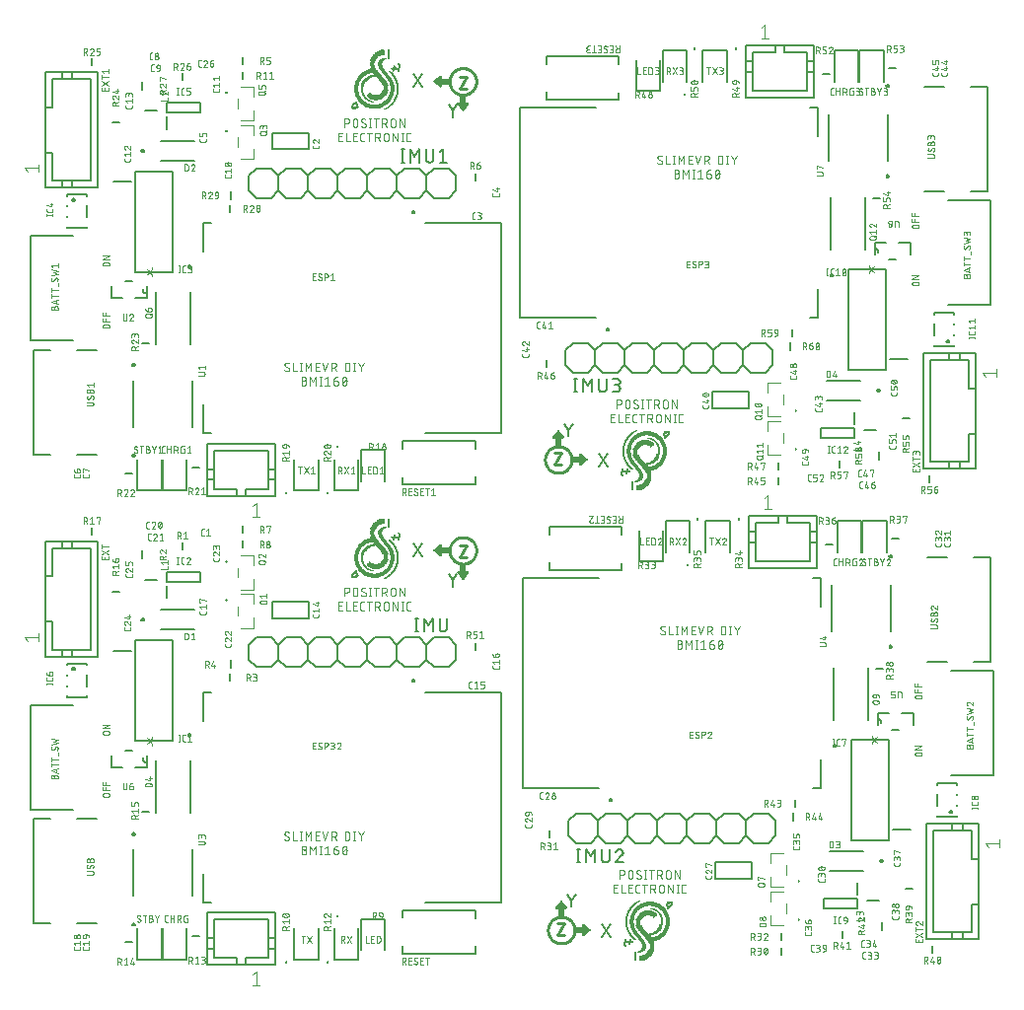
<source format=gbr>
G04 EAGLE Gerber RS-274X export*
G75*
%MOMM*%
%FSLAX34Y34*%
%LPD*%
%INSilkscreen Top*%
%IPPOS*%
%AMOC8*
5,1,8,0,0,1.08239X$1,22.5*%
G01*
%ADD10C,0.177800*%
%ADD11C,0.254000*%
%ADD12R,0.127000X0.025400*%
%ADD13R,0.203200X0.025400*%
%ADD14R,0.279400X0.025400*%
%ADD15R,0.177800X0.025400*%
%ADD16R,0.355600X0.025400*%
%ADD17R,0.381000X0.025400*%
%ADD18R,0.457200X0.025400*%
%ADD19R,0.736600X0.025400*%
%ADD20R,0.508000X0.025400*%
%ADD21R,0.914400X0.025400*%
%ADD22R,0.558800X0.025400*%
%ADD23R,1.092200X0.025400*%
%ADD24R,0.152400X0.025400*%
%ADD25R,0.584200X0.025400*%
%ADD26R,1.219200X0.025400*%
%ADD27R,1.371600X0.025400*%
%ADD28R,0.228600X0.025400*%
%ADD29R,1.473200X0.025400*%
%ADD30R,1.574800X0.025400*%
%ADD31R,1.651000X0.025400*%
%ADD32R,1.752600X0.025400*%
%ADD33R,1.828800X0.025400*%
%ADD34R,1.905000X0.025400*%
%ADD35R,0.889000X0.025400*%
%ADD36R,0.863600X0.025400*%
%ADD37R,0.711200X0.025400*%
%ADD38R,0.431800X0.025400*%
%ADD39R,0.685800X0.025400*%
%ADD40R,0.635000X0.025400*%
%ADD41R,0.406400X0.025400*%
%ADD42R,0.609600X0.025400*%
%ADD43R,0.330200X0.025400*%
%ADD44R,0.533400X0.025400*%
%ADD45R,0.304800X0.025400*%
%ADD46R,0.254000X0.025400*%
%ADD47R,0.482600X0.025400*%
%ADD48R,0.050800X0.025400*%
%ADD49R,0.838200X0.025400*%
%ADD50R,0.965200X0.025400*%
%ADD51R,1.041400X0.025400*%
%ADD52R,1.117600X0.025400*%
%ADD53R,1.270000X0.025400*%
%ADD54R,1.320800X0.025400*%
%ADD55R,1.422400X0.025400*%
%ADD56R,1.524000X0.025400*%
%ADD57R,1.549400X0.025400*%
%ADD58R,0.660400X0.025400*%
%ADD59R,0.101600X0.025400*%
%ADD60R,0.812800X0.025400*%
%ADD61R,1.295400X0.025400*%
%ADD62R,1.244600X0.025400*%
%ADD63R,1.193800X0.025400*%
%ADD64R,0.076200X0.025400*%
%ADD65R,1.066800X0.025400*%
%ADD66R,0.990600X0.025400*%
%ADD67R,0.025400X0.025400*%
%ADD68R,0.787400X0.025400*%
%ADD69R,0.762000X0.025400*%
%ADD70C,0.076200*%
%ADD71C,0.050800*%
%ADD72C,0.203200*%
%ADD73C,0.101600*%
%ADD74C,0.127000*%
%ADD75C,0.200000*%
%ADD76C,0.100000*%
%ADD77C,0.100000*%
%ADD78C,0.152400*%
%ADD79C,0.025400*%

G36*
X463971Y437140D02*
X463971Y437140D01*
X464081Y437147D01*
X464128Y437162D01*
X464177Y437169D01*
X464279Y437211D01*
X464383Y437245D01*
X464425Y437272D01*
X464471Y437290D01*
X464606Y437379D01*
X469686Y441189D01*
X469736Y441237D01*
X469790Y441276D01*
X469833Y441328D01*
X469889Y441380D01*
X469900Y441396D01*
X469914Y441410D01*
X469954Y441475D01*
X469992Y441521D01*
X470018Y441576D01*
X470064Y441645D01*
X470070Y441664D01*
X470080Y441681D01*
X470105Y441760D01*
X470128Y441809D01*
X470138Y441863D01*
X470167Y441946D01*
X470168Y441966D01*
X470174Y441985D01*
X470178Y442073D01*
X470188Y442121D01*
X470185Y442171D01*
X470192Y442263D01*
X470189Y442283D01*
X470189Y442302D01*
X470171Y442393D01*
X470168Y442439D01*
X470154Y442483D01*
X470137Y442577D01*
X470129Y442595D01*
X470125Y442614D01*
X470083Y442700D01*
X470070Y442741D01*
X470046Y442778D01*
X470007Y442867D01*
X469994Y442882D01*
X469986Y442900D01*
X469923Y442973D01*
X469900Y443010D01*
X469868Y443040D01*
X469808Y443115D01*
X469787Y443133D01*
X469779Y443142D01*
X469763Y443153D01*
X469686Y443219D01*
X464606Y447029D01*
X464601Y447032D01*
X464597Y447036D01*
X464560Y447056D01*
X464525Y447085D01*
X464425Y447132D01*
X464329Y447187D01*
X464281Y447200D01*
X464237Y447221D01*
X464129Y447242D01*
X464022Y447271D01*
X463973Y447271D01*
X463925Y447281D01*
X463871Y447277D01*
X463850Y447279D01*
X463844Y447279D01*
X463806Y447274D01*
X463704Y447276D01*
X463656Y447264D01*
X463607Y447261D01*
X463546Y447241D01*
X463528Y447239D01*
X463492Y447225D01*
X463395Y447201D01*
X463351Y447178D01*
X463305Y447163D01*
X463251Y447129D01*
X463233Y447122D01*
X463199Y447097D01*
X463114Y447052D01*
X463078Y447019D01*
X463036Y446993D01*
X462995Y446949D01*
X462975Y446935D01*
X462946Y446899D01*
X462879Y446838D01*
X462852Y446797D01*
X462818Y446761D01*
X462791Y446712D01*
X462773Y446690D01*
X462750Y446643D01*
X462704Y446573D01*
X462688Y446526D01*
X462664Y446483D01*
X462652Y446433D01*
X462637Y446402D01*
X462626Y446344D01*
X462601Y446272D01*
X462597Y446223D01*
X462585Y446175D01*
X462581Y446108D01*
X462577Y446090D01*
X462578Y446072D01*
X462575Y446014D01*
X462575Y444743D01*
X457494Y444743D01*
X457376Y444728D01*
X457257Y444721D01*
X457219Y444708D01*
X457178Y444703D01*
X457068Y444660D01*
X456955Y444623D01*
X456920Y444601D01*
X456883Y444586D01*
X456787Y444517D01*
X456686Y444453D01*
X456658Y444423D01*
X456625Y444400D01*
X456550Y444308D01*
X456468Y444221D01*
X456448Y444186D01*
X456423Y444155D01*
X456372Y444047D01*
X456314Y443943D01*
X456304Y443903D01*
X456287Y443867D01*
X456265Y443750D01*
X456235Y443635D01*
X456231Y443575D01*
X456227Y443555D01*
X456227Y443552D01*
X456228Y443533D01*
X456225Y443474D01*
X456225Y440934D01*
X456240Y440816D01*
X456247Y440697D01*
X456260Y440659D01*
X456265Y440618D01*
X456308Y440508D01*
X456345Y440395D01*
X456367Y440360D01*
X456382Y440323D01*
X456452Y440227D01*
X456515Y440126D01*
X456545Y440098D01*
X456568Y440065D01*
X456660Y439990D01*
X456747Y439908D01*
X456782Y439888D01*
X456813Y439863D01*
X456921Y439812D01*
X457025Y439754D01*
X457065Y439744D01*
X457101Y439727D01*
X457218Y439705D01*
X457333Y439675D01*
X457394Y439671D01*
X457414Y439667D01*
X457434Y439669D01*
X457494Y439665D01*
X462575Y439665D01*
X462575Y438394D01*
X462581Y438345D01*
X462579Y438296D01*
X462601Y438188D01*
X462615Y438078D01*
X462633Y438033D01*
X462643Y437984D01*
X462691Y437885D01*
X462732Y437783D01*
X462761Y437743D01*
X462782Y437698D01*
X462854Y437615D01*
X462918Y437525D01*
X462957Y437494D01*
X462989Y437456D01*
X463079Y437393D01*
X463163Y437323D01*
X463208Y437302D01*
X463249Y437273D01*
X463352Y437234D01*
X463451Y437187D01*
X463500Y437178D01*
X463546Y437160D01*
X463656Y437148D01*
X463764Y437127D01*
X463813Y437130D01*
X463862Y437125D01*
X463971Y437140D01*
G37*
G36*
X466511Y33280D02*
X466511Y33280D01*
X466621Y33287D01*
X466668Y33302D01*
X466717Y33309D01*
X466819Y33351D01*
X466923Y33385D01*
X466965Y33412D01*
X467011Y33430D01*
X467146Y33519D01*
X472226Y37329D01*
X472276Y37377D01*
X472330Y37416D01*
X472373Y37468D01*
X472429Y37520D01*
X472440Y37536D01*
X472454Y37550D01*
X472494Y37615D01*
X472532Y37661D01*
X472558Y37716D01*
X472604Y37785D01*
X472610Y37804D01*
X472620Y37821D01*
X472645Y37900D01*
X472668Y37949D01*
X472678Y38003D01*
X472707Y38086D01*
X472708Y38106D01*
X472714Y38125D01*
X472718Y38213D01*
X472728Y38261D01*
X472725Y38311D01*
X472732Y38403D01*
X472729Y38423D01*
X472729Y38442D01*
X472711Y38533D01*
X472708Y38579D01*
X472694Y38623D01*
X472677Y38717D01*
X472669Y38735D01*
X472665Y38754D01*
X472623Y38840D01*
X472610Y38881D01*
X472586Y38918D01*
X472547Y39007D01*
X472534Y39022D01*
X472526Y39040D01*
X472463Y39113D01*
X472440Y39150D01*
X472408Y39180D01*
X472348Y39255D01*
X472327Y39273D01*
X472319Y39282D01*
X472303Y39293D01*
X472226Y39359D01*
X467146Y43169D01*
X467141Y43172D01*
X467137Y43176D01*
X467100Y43196D01*
X467065Y43225D01*
X466965Y43272D01*
X466869Y43327D01*
X466821Y43340D01*
X466777Y43361D01*
X466669Y43382D01*
X466562Y43411D01*
X466513Y43411D01*
X466465Y43421D01*
X466411Y43417D01*
X466390Y43419D01*
X466384Y43419D01*
X466346Y43414D01*
X466244Y43416D01*
X466196Y43404D01*
X466147Y43401D01*
X466086Y43381D01*
X466068Y43379D01*
X466032Y43365D01*
X465935Y43341D01*
X465891Y43318D01*
X465845Y43303D01*
X465791Y43269D01*
X465773Y43262D01*
X465739Y43237D01*
X465654Y43192D01*
X465618Y43159D01*
X465576Y43133D01*
X465535Y43089D01*
X465515Y43075D01*
X465486Y43039D01*
X465419Y42978D01*
X465392Y42937D01*
X465358Y42901D01*
X465331Y42852D01*
X465313Y42830D01*
X465290Y42783D01*
X465244Y42713D01*
X465228Y42666D01*
X465204Y42623D01*
X465192Y42573D01*
X465177Y42542D01*
X465166Y42484D01*
X465141Y42412D01*
X465137Y42363D01*
X465125Y42315D01*
X465121Y42248D01*
X465117Y42230D01*
X465118Y42212D01*
X465115Y42154D01*
X465115Y40883D01*
X460034Y40883D01*
X459916Y40868D01*
X459797Y40861D01*
X459759Y40848D01*
X459718Y40843D01*
X459608Y40800D01*
X459495Y40763D01*
X459460Y40741D01*
X459423Y40726D01*
X459327Y40657D01*
X459226Y40593D01*
X459198Y40563D01*
X459165Y40540D01*
X459090Y40448D01*
X459008Y40361D01*
X458988Y40326D01*
X458963Y40295D01*
X458912Y40187D01*
X458854Y40083D01*
X458844Y40043D01*
X458827Y40007D01*
X458805Y39890D01*
X458775Y39775D01*
X458771Y39715D01*
X458767Y39695D01*
X458767Y39692D01*
X458768Y39673D01*
X458765Y39614D01*
X458765Y37074D01*
X458780Y36956D01*
X458787Y36837D01*
X458800Y36799D01*
X458805Y36758D01*
X458848Y36648D01*
X458885Y36535D01*
X458907Y36500D01*
X458922Y36463D01*
X458992Y36367D01*
X459055Y36266D01*
X459085Y36238D01*
X459108Y36205D01*
X459200Y36130D01*
X459287Y36048D01*
X459322Y36028D01*
X459353Y36003D01*
X459461Y35952D01*
X459565Y35894D01*
X459605Y35884D01*
X459641Y35867D01*
X459758Y35845D01*
X459873Y35815D01*
X459934Y35811D01*
X459954Y35807D01*
X459974Y35809D01*
X460034Y35805D01*
X465115Y35805D01*
X465115Y34534D01*
X465121Y34485D01*
X465119Y34436D01*
X465141Y34328D01*
X465155Y34218D01*
X465173Y34173D01*
X465183Y34124D01*
X465231Y34025D01*
X465272Y33923D01*
X465301Y33883D01*
X465322Y33838D01*
X465394Y33755D01*
X465458Y33665D01*
X465497Y33634D01*
X465529Y33596D01*
X465619Y33533D01*
X465703Y33463D01*
X465748Y33442D01*
X465789Y33413D01*
X465892Y33374D01*
X465991Y33327D01*
X466040Y33318D01*
X466086Y33300D01*
X466196Y33288D01*
X466304Y33267D01*
X466353Y33270D01*
X466402Y33265D01*
X466511Y33280D01*
G37*
G36*
X343905Y761766D02*
X343905Y761766D01*
X344016Y761764D01*
X344064Y761776D01*
X344113Y761779D01*
X344217Y761813D01*
X344325Y761839D01*
X344369Y761862D01*
X344415Y761877D01*
X344508Y761936D01*
X344606Y761988D01*
X344642Y762021D01*
X344684Y762047D01*
X344760Y762128D01*
X344841Y762202D01*
X344868Y762243D01*
X344902Y762279D01*
X344955Y762375D01*
X345016Y762467D01*
X345032Y762514D01*
X345056Y762557D01*
X345083Y762664D01*
X345119Y762768D01*
X345123Y762817D01*
X345135Y762865D01*
X345145Y763026D01*
X345145Y764297D01*
X350226Y764297D01*
X350344Y764312D01*
X350463Y764319D01*
X350501Y764332D01*
X350542Y764337D01*
X350652Y764380D01*
X350765Y764417D01*
X350800Y764439D01*
X350837Y764454D01*
X350933Y764524D01*
X351034Y764587D01*
X351062Y764617D01*
X351095Y764640D01*
X351171Y764732D01*
X351252Y764819D01*
X351272Y764854D01*
X351297Y764885D01*
X351348Y764993D01*
X351406Y765097D01*
X351416Y765137D01*
X351433Y765173D01*
X351455Y765290D01*
X351485Y765405D01*
X351489Y765466D01*
X351493Y765486D01*
X351491Y765506D01*
X351495Y765566D01*
X351495Y768106D01*
X351480Y768224D01*
X351473Y768343D01*
X351460Y768381D01*
X351455Y768422D01*
X351412Y768532D01*
X351375Y768645D01*
X351353Y768680D01*
X351338Y768717D01*
X351269Y768813D01*
X351205Y768914D01*
X351175Y768942D01*
X351152Y768975D01*
X351060Y769051D01*
X350973Y769132D01*
X350938Y769152D01*
X350907Y769177D01*
X350799Y769228D01*
X350695Y769286D01*
X350655Y769296D01*
X350619Y769313D01*
X350502Y769335D01*
X350387Y769365D01*
X350327Y769369D01*
X350307Y769373D01*
X350286Y769371D01*
X350226Y769375D01*
X345145Y769375D01*
X345145Y770646D01*
X345139Y770695D01*
X345141Y770744D01*
X345127Y770815D01*
X345123Y770878D01*
X345111Y770914D01*
X345105Y770962D01*
X345087Y771007D01*
X345077Y771056D01*
X345042Y771128D01*
X345025Y771181D01*
X345008Y771208D01*
X344988Y771257D01*
X344959Y771297D01*
X344938Y771342D01*
X344881Y771408D01*
X344855Y771450D01*
X344836Y771468D01*
X344802Y771515D01*
X344763Y771546D01*
X344731Y771584D01*
X344655Y771637D01*
X344623Y771668D01*
X344604Y771678D01*
X344557Y771717D01*
X344512Y771738D01*
X344471Y771767D01*
X344380Y771802D01*
X344345Y771821D01*
X344327Y771826D01*
X344269Y771853D01*
X344220Y771862D01*
X344174Y771880D01*
X344074Y771891D01*
X344037Y771901D01*
X344012Y771902D01*
X343957Y771913D01*
X343907Y771910D01*
X343858Y771915D01*
X343749Y771900D01*
X343639Y771893D01*
X343592Y771878D01*
X343543Y771871D01*
X343441Y771829D01*
X343337Y771795D01*
X343295Y771768D01*
X343275Y771760D01*
X343259Y771754D01*
X343258Y771753D01*
X343249Y771750D01*
X343114Y771661D01*
X338034Y767851D01*
X337966Y767785D01*
X337930Y767759D01*
X337902Y767725D01*
X337831Y767660D01*
X337820Y767644D01*
X337806Y767630D01*
X337755Y767548D01*
X337728Y767514D01*
X337709Y767475D01*
X337656Y767395D01*
X337650Y767376D01*
X337640Y767359D01*
X337611Y767267D01*
X337592Y767227D01*
X337584Y767183D01*
X337553Y767094D01*
X337552Y767074D01*
X337546Y767055D01*
X337541Y766961D01*
X337532Y766914D01*
X337535Y766867D01*
X337528Y766777D01*
X337532Y766757D01*
X337531Y766738D01*
X337549Y766649D01*
X337552Y766597D01*
X337568Y766548D01*
X337583Y766463D01*
X337591Y766445D01*
X337595Y766426D01*
X337632Y766349D01*
X337650Y766294D01*
X337681Y766246D01*
X337713Y766174D01*
X337726Y766158D01*
X337734Y766140D01*
X337786Y766080D01*
X337820Y766026D01*
X337866Y765982D01*
X337912Y765925D01*
X337933Y765907D01*
X337941Y765898D01*
X337957Y765887D01*
X338034Y765821D01*
X343114Y762011D01*
X343157Y761986D01*
X343195Y761955D01*
X343295Y761908D01*
X343391Y761853D01*
X343439Y761840D01*
X343483Y761819D01*
X343591Y761798D01*
X343698Y761769D01*
X343747Y761769D01*
X343796Y761759D01*
X343905Y761766D01*
G37*
G36*
X343905Y359176D02*
X343905Y359176D01*
X344016Y359174D01*
X344064Y359186D01*
X344113Y359189D01*
X344217Y359223D01*
X344325Y359249D01*
X344369Y359272D01*
X344415Y359287D01*
X344508Y359346D01*
X344606Y359398D01*
X344642Y359431D01*
X344684Y359457D01*
X344760Y359538D01*
X344841Y359612D01*
X344868Y359653D01*
X344902Y359689D01*
X344955Y359785D01*
X345016Y359877D01*
X345032Y359924D01*
X345056Y359967D01*
X345083Y360074D01*
X345119Y360178D01*
X345123Y360227D01*
X345135Y360275D01*
X345145Y360436D01*
X345145Y361707D01*
X350226Y361707D01*
X350344Y361722D01*
X350463Y361729D01*
X350501Y361742D01*
X350542Y361747D01*
X350652Y361790D01*
X350765Y361827D01*
X350800Y361849D01*
X350837Y361864D01*
X350933Y361934D01*
X351034Y361997D01*
X351062Y362027D01*
X351095Y362050D01*
X351171Y362142D01*
X351252Y362229D01*
X351272Y362264D01*
X351297Y362295D01*
X351348Y362403D01*
X351406Y362507D01*
X351416Y362547D01*
X351433Y362583D01*
X351455Y362700D01*
X351485Y362815D01*
X351489Y362876D01*
X351493Y362896D01*
X351491Y362916D01*
X351495Y362976D01*
X351495Y365516D01*
X351480Y365634D01*
X351473Y365753D01*
X351460Y365791D01*
X351455Y365832D01*
X351412Y365942D01*
X351375Y366055D01*
X351353Y366090D01*
X351338Y366127D01*
X351269Y366223D01*
X351205Y366324D01*
X351175Y366352D01*
X351152Y366385D01*
X351060Y366461D01*
X350973Y366542D01*
X350938Y366562D01*
X350907Y366587D01*
X350799Y366638D01*
X350695Y366696D01*
X350655Y366706D01*
X350619Y366723D01*
X350502Y366745D01*
X350387Y366775D01*
X350327Y366779D01*
X350307Y366783D01*
X350286Y366781D01*
X350226Y366785D01*
X345145Y366785D01*
X345145Y368056D01*
X345139Y368105D01*
X345141Y368154D01*
X345127Y368225D01*
X345123Y368288D01*
X345111Y368324D01*
X345105Y368372D01*
X345087Y368417D01*
X345077Y368466D01*
X345042Y368538D01*
X345025Y368591D01*
X345008Y368618D01*
X344988Y368667D01*
X344959Y368707D01*
X344938Y368752D01*
X344881Y368818D01*
X344855Y368860D01*
X344836Y368878D01*
X344802Y368925D01*
X344763Y368956D01*
X344731Y368994D01*
X344655Y369047D01*
X344623Y369078D01*
X344604Y369088D01*
X344557Y369127D01*
X344512Y369148D01*
X344471Y369177D01*
X344380Y369212D01*
X344345Y369231D01*
X344327Y369236D01*
X344269Y369263D01*
X344220Y369272D01*
X344174Y369290D01*
X344074Y369301D01*
X344037Y369311D01*
X344012Y369312D01*
X343957Y369323D01*
X343907Y369320D01*
X343858Y369325D01*
X343749Y369310D01*
X343639Y369303D01*
X343592Y369288D01*
X343543Y369281D01*
X343441Y369239D01*
X343337Y369205D01*
X343295Y369178D01*
X343275Y369170D01*
X343259Y369164D01*
X343258Y369163D01*
X343249Y369160D01*
X343114Y369071D01*
X338034Y365261D01*
X337966Y365195D01*
X337930Y365169D01*
X337902Y365135D01*
X337831Y365070D01*
X337820Y365054D01*
X337806Y365040D01*
X337755Y364958D01*
X337728Y364924D01*
X337709Y364885D01*
X337656Y364805D01*
X337650Y364786D01*
X337640Y364769D01*
X337611Y364677D01*
X337592Y364637D01*
X337584Y364593D01*
X337553Y364504D01*
X337552Y364484D01*
X337546Y364465D01*
X337541Y364371D01*
X337532Y364324D01*
X337535Y364277D01*
X337528Y364187D01*
X337532Y364167D01*
X337531Y364148D01*
X337549Y364059D01*
X337552Y364007D01*
X337568Y363958D01*
X337583Y363873D01*
X337591Y363855D01*
X337595Y363836D01*
X337632Y363759D01*
X337650Y363704D01*
X337681Y363656D01*
X337713Y363584D01*
X337726Y363568D01*
X337734Y363550D01*
X337786Y363490D01*
X337820Y363436D01*
X337866Y363392D01*
X337912Y363335D01*
X337933Y363317D01*
X337941Y363308D01*
X337957Y363297D01*
X338034Y363231D01*
X343114Y359421D01*
X343157Y359396D01*
X343195Y359365D01*
X343295Y359318D01*
X343391Y359263D01*
X343439Y359250D01*
X343483Y359229D01*
X343591Y359208D01*
X343698Y359179D01*
X343747Y359179D01*
X343796Y359169D01*
X343905Y359176D01*
G37*
G36*
X446102Y453670D02*
X446102Y453670D01*
X446221Y453677D01*
X446259Y453690D01*
X446300Y453695D01*
X446410Y453738D01*
X446523Y453775D01*
X446558Y453797D01*
X446595Y453812D01*
X446691Y453882D01*
X446792Y453945D01*
X446820Y453975D01*
X446853Y453998D01*
X446929Y454090D01*
X447010Y454177D01*
X447030Y454212D01*
X447055Y454243D01*
X447106Y454351D01*
X447164Y454455D01*
X447174Y454495D01*
X447191Y454531D01*
X447213Y454648D01*
X447243Y454763D01*
X447247Y454824D01*
X447251Y454844D01*
X447249Y454864D01*
X447253Y454924D01*
X447253Y460005D01*
X448524Y460005D01*
X448573Y460011D01*
X448622Y460009D01*
X448730Y460031D01*
X448840Y460045D01*
X448885Y460063D01*
X448934Y460073D01*
X449033Y460121D01*
X449135Y460162D01*
X449175Y460191D01*
X449220Y460212D01*
X449303Y460284D01*
X449393Y460348D01*
X449424Y460387D01*
X449462Y460419D01*
X449525Y460509D01*
X449595Y460593D01*
X449616Y460638D01*
X449645Y460679D01*
X449684Y460782D01*
X449731Y460881D01*
X449740Y460930D01*
X449758Y460976D01*
X449770Y461086D01*
X449791Y461194D01*
X449788Y461243D01*
X449793Y461292D01*
X449778Y461401D01*
X449771Y461511D01*
X449756Y461558D01*
X449749Y461607D01*
X449707Y461709D01*
X449673Y461813D01*
X449646Y461855D01*
X449628Y461901D01*
X449539Y462036D01*
X445729Y467116D01*
X445711Y467135D01*
X445698Y467155D01*
X445625Y467224D01*
X445538Y467319D01*
X445522Y467330D01*
X445508Y467344D01*
X445477Y467363D01*
X445466Y467373D01*
X445411Y467404D01*
X445389Y467417D01*
X445273Y467494D01*
X445254Y467500D01*
X445237Y467510D01*
X445192Y467524D01*
X445188Y467527D01*
X445165Y467533D01*
X445104Y467552D01*
X444972Y467597D01*
X444952Y467598D01*
X444933Y467604D01*
X444851Y467608D01*
X444737Y467615D01*
X444655Y467622D01*
X444635Y467619D01*
X444616Y467619D01*
X444479Y467591D01*
X444399Y467577D01*
X444393Y467577D01*
X444392Y467576D01*
X444341Y467567D01*
X444323Y467559D01*
X444304Y467555D01*
X444179Y467494D01*
X444137Y467475D01*
X444098Y467460D01*
X444090Y467454D01*
X444052Y467437D01*
X444036Y467424D01*
X444018Y467416D01*
X443912Y467325D01*
X443909Y467322D01*
X443840Y467273D01*
X443828Y467258D01*
X443803Y467238D01*
X443785Y467217D01*
X443776Y467209D01*
X443765Y467193D01*
X443699Y467116D01*
X439889Y462036D01*
X439864Y461993D01*
X439833Y461955D01*
X439786Y461855D01*
X439731Y461759D01*
X439718Y461711D01*
X439697Y461667D01*
X439676Y461559D01*
X439647Y461452D01*
X439647Y461403D01*
X439637Y461355D01*
X439644Y461245D01*
X439642Y461134D01*
X439654Y461086D01*
X439657Y461037D01*
X439691Y460933D01*
X439717Y460825D01*
X439740Y460781D01*
X439755Y460735D01*
X439814Y460642D01*
X439866Y460544D01*
X439899Y460508D01*
X439925Y460466D01*
X440006Y460390D01*
X440080Y460309D01*
X440121Y460282D01*
X440157Y460248D01*
X440253Y460195D01*
X440345Y460134D01*
X440392Y460118D01*
X440435Y460094D01*
X440542Y460067D01*
X440646Y460031D01*
X440695Y460027D01*
X440743Y460015D01*
X440904Y460005D01*
X442175Y460005D01*
X442175Y454924D01*
X442190Y454806D01*
X442197Y454687D01*
X442210Y454649D01*
X442215Y454608D01*
X442258Y454498D01*
X442295Y454385D01*
X442317Y454350D01*
X442332Y454313D01*
X442402Y454217D01*
X442465Y454116D01*
X442495Y454088D01*
X442518Y454055D01*
X442610Y453980D01*
X442697Y453898D01*
X442732Y453878D01*
X442763Y453853D01*
X442871Y453802D01*
X442975Y453744D01*
X443015Y453734D01*
X443051Y453717D01*
X443168Y453695D01*
X443283Y453665D01*
X443344Y453661D01*
X443364Y453657D01*
X443384Y453659D01*
X443444Y453655D01*
X445984Y453655D01*
X446102Y453670D01*
G37*
G36*
X448642Y49810D02*
X448642Y49810D01*
X448761Y49817D01*
X448799Y49830D01*
X448840Y49835D01*
X448950Y49878D01*
X449063Y49915D01*
X449098Y49937D01*
X449135Y49952D01*
X449231Y50022D01*
X449332Y50085D01*
X449360Y50115D01*
X449393Y50138D01*
X449469Y50230D01*
X449550Y50317D01*
X449570Y50352D01*
X449595Y50383D01*
X449646Y50491D01*
X449704Y50595D01*
X449714Y50635D01*
X449731Y50671D01*
X449753Y50788D01*
X449783Y50903D01*
X449787Y50964D01*
X449791Y50984D01*
X449789Y51004D01*
X449793Y51064D01*
X449793Y56145D01*
X451064Y56145D01*
X451113Y56151D01*
X451162Y56149D01*
X451270Y56171D01*
X451380Y56185D01*
X451425Y56203D01*
X451474Y56213D01*
X451573Y56261D01*
X451675Y56302D01*
X451715Y56331D01*
X451760Y56352D01*
X451843Y56424D01*
X451933Y56488D01*
X451964Y56527D01*
X452002Y56559D01*
X452065Y56649D01*
X452135Y56733D01*
X452156Y56778D01*
X452185Y56819D01*
X452224Y56922D01*
X452271Y57021D01*
X452280Y57070D01*
X452298Y57116D01*
X452310Y57226D01*
X452331Y57334D01*
X452328Y57383D01*
X452333Y57432D01*
X452318Y57541D01*
X452311Y57651D01*
X452296Y57698D01*
X452289Y57747D01*
X452247Y57849D01*
X452213Y57953D01*
X452186Y57995D01*
X452168Y58041D01*
X452079Y58176D01*
X448269Y63256D01*
X448251Y63275D01*
X448238Y63295D01*
X448165Y63364D01*
X448078Y63459D01*
X448062Y63470D01*
X448048Y63484D01*
X448017Y63503D01*
X448006Y63513D01*
X447951Y63544D01*
X447929Y63557D01*
X447813Y63634D01*
X447794Y63640D01*
X447777Y63650D01*
X447732Y63664D01*
X447728Y63667D01*
X447705Y63673D01*
X447644Y63692D01*
X447512Y63737D01*
X447492Y63738D01*
X447473Y63744D01*
X447391Y63748D01*
X447277Y63755D01*
X447195Y63762D01*
X447175Y63759D01*
X447156Y63759D01*
X447019Y63731D01*
X446939Y63717D01*
X446933Y63717D01*
X446932Y63716D01*
X446881Y63707D01*
X446863Y63699D01*
X446844Y63695D01*
X446719Y63634D01*
X446677Y63615D01*
X446638Y63600D01*
X446630Y63594D01*
X446592Y63577D01*
X446576Y63564D01*
X446558Y63556D01*
X446452Y63465D01*
X446449Y63462D01*
X446380Y63413D01*
X446368Y63398D01*
X446343Y63378D01*
X446325Y63357D01*
X446316Y63349D01*
X446305Y63333D01*
X446239Y63256D01*
X442429Y58176D01*
X442404Y58133D01*
X442373Y58095D01*
X442326Y57995D01*
X442271Y57899D01*
X442258Y57851D01*
X442237Y57807D01*
X442216Y57699D01*
X442187Y57592D01*
X442187Y57543D01*
X442177Y57495D01*
X442184Y57385D01*
X442182Y57274D01*
X442194Y57226D01*
X442197Y57177D01*
X442231Y57073D01*
X442257Y56965D01*
X442280Y56921D01*
X442295Y56875D01*
X442354Y56782D01*
X442406Y56684D01*
X442439Y56648D01*
X442465Y56606D01*
X442546Y56530D01*
X442620Y56449D01*
X442661Y56422D01*
X442697Y56388D01*
X442793Y56335D01*
X442885Y56274D01*
X442932Y56258D01*
X442975Y56234D01*
X443082Y56207D01*
X443186Y56171D01*
X443235Y56167D01*
X443283Y56155D01*
X443444Y56145D01*
X444715Y56145D01*
X444715Y51064D01*
X444730Y50946D01*
X444737Y50827D01*
X444750Y50789D01*
X444755Y50748D01*
X444798Y50638D01*
X444835Y50525D01*
X444857Y50490D01*
X444872Y50453D01*
X444942Y50357D01*
X445005Y50256D01*
X445035Y50228D01*
X445058Y50195D01*
X445150Y50120D01*
X445237Y50038D01*
X445272Y50018D01*
X445303Y49993D01*
X445411Y49942D01*
X445515Y49884D01*
X445555Y49874D01*
X445591Y49857D01*
X445708Y49835D01*
X445823Y49805D01*
X445884Y49801D01*
X445904Y49797D01*
X445924Y49799D01*
X445984Y49795D01*
X448524Y49795D01*
X448642Y49810D01*
G37*
G36*
X363085Y741422D02*
X363085Y741422D01*
X363104Y741421D01*
X363241Y741449D01*
X363379Y741473D01*
X363397Y741481D01*
X363416Y741485D01*
X363541Y741546D01*
X363669Y741603D01*
X363684Y741616D01*
X363702Y741624D01*
X363808Y741715D01*
X363917Y741802D01*
X363935Y741823D01*
X363944Y741831D01*
X363955Y741847D01*
X364021Y741924D01*
X367831Y747004D01*
X367855Y747047D01*
X367885Y747082D01*
X367885Y747083D01*
X367887Y747085D01*
X367934Y747185D01*
X367989Y747281D01*
X368002Y747329D01*
X368023Y747373D01*
X368044Y747481D01*
X368073Y747588D01*
X368073Y747637D01*
X368083Y747686D01*
X368076Y747795D01*
X368078Y747906D01*
X368066Y747954D01*
X368063Y748003D01*
X368029Y748107D01*
X368003Y748215D01*
X367980Y748259D01*
X367965Y748305D01*
X367906Y748398D01*
X367854Y748496D01*
X367821Y748532D01*
X367795Y748574D01*
X367714Y748650D01*
X367640Y748731D01*
X367599Y748758D01*
X367563Y748792D01*
X367467Y748845D01*
X367375Y748906D01*
X367328Y748922D01*
X367285Y748946D01*
X367178Y748973D01*
X367074Y749009D01*
X367025Y749013D01*
X366977Y749025D01*
X366816Y749035D01*
X365545Y749035D01*
X365545Y754116D01*
X365530Y754234D01*
X365523Y754353D01*
X365510Y754391D01*
X365505Y754432D01*
X365462Y754542D01*
X365425Y754655D01*
X365403Y754690D01*
X365388Y754727D01*
X365319Y754823D01*
X365255Y754924D01*
X365225Y754952D01*
X365202Y754985D01*
X365110Y755061D01*
X365023Y755142D01*
X364988Y755162D01*
X364957Y755187D01*
X364849Y755238D01*
X364745Y755296D01*
X364705Y755306D01*
X364669Y755323D01*
X364552Y755345D01*
X364437Y755375D01*
X364377Y755379D01*
X364357Y755383D01*
X364336Y755381D01*
X364276Y755385D01*
X361736Y755385D01*
X361618Y755370D01*
X361499Y755363D01*
X361461Y755350D01*
X361420Y755345D01*
X361310Y755302D01*
X361197Y755265D01*
X361162Y755243D01*
X361125Y755228D01*
X361029Y755159D01*
X360928Y755095D01*
X360900Y755065D01*
X360867Y755042D01*
X360792Y754950D01*
X360710Y754863D01*
X360690Y754828D01*
X360665Y754797D01*
X360614Y754689D01*
X360556Y754585D01*
X360546Y754545D01*
X360529Y754509D01*
X360507Y754392D01*
X360477Y754277D01*
X360473Y754217D01*
X360469Y754197D01*
X360470Y754191D01*
X360469Y754190D01*
X360470Y754173D01*
X360467Y754116D01*
X360467Y749035D01*
X359196Y749035D01*
X359147Y749029D01*
X359098Y749031D01*
X358990Y749009D01*
X358880Y748995D01*
X358835Y748977D01*
X358786Y748967D01*
X358687Y748919D01*
X358585Y748878D01*
X358545Y748849D01*
X358500Y748828D01*
X358417Y748756D01*
X358327Y748692D01*
X358296Y748653D01*
X358258Y748621D01*
X358195Y748531D01*
X358125Y748447D01*
X358104Y748402D01*
X358075Y748361D01*
X358036Y748258D01*
X357989Y748159D01*
X357980Y748110D01*
X357962Y748064D01*
X357950Y747954D01*
X357929Y747847D01*
X357932Y747797D01*
X357927Y747748D01*
X357942Y747639D01*
X357949Y747529D01*
X357964Y747482D01*
X357971Y747433D01*
X358013Y747331D01*
X358047Y747227D01*
X358074Y747185D01*
X358092Y747139D01*
X358181Y747004D01*
X361991Y741924D01*
X362088Y741824D01*
X362182Y741721D01*
X362198Y741710D01*
X362212Y741696D01*
X362331Y741623D01*
X362447Y741546D01*
X362466Y741540D01*
X362483Y741530D01*
X362616Y741488D01*
X362748Y741443D01*
X362768Y741442D01*
X362787Y741436D01*
X362926Y741429D01*
X363065Y741418D01*
X363085Y741422D01*
G37*
G36*
X363085Y338832D02*
X363085Y338832D01*
X363104Y338831D01*
X363241Y338859D01*
X363379Y338883D01*
X363397Y338891D01*
X363416Y338895D01*
X363541Y338956D01*
X363669Y339013D01*
X363684Y339026D01*
X363702Y339034D01*
X363808Y339125D01*
X363917Y339212D01*
X363935Y339233D01*
X363944Y339241D01*
X363955Y339257D01*
X364021Y339334D01*
X367831Y344414D01*
X367855Y344457D01*
X367885Y344492D01*
X367885Y344493D01*
X367887Y344495D01*
X367934Y344595D01*
X367989Y344691D01*
X368002Y344739D01*
X368023Y344783D01*
X368044Y344891D01*
X368073Y344998D01*
X368073Y345047D01*
X368083Y345096D01*
X368076Y345205D01*
X368078Y345316D01*
X368066Y345364D01*
X368063Y345413D01*
X368029Y345517D01*
X368003Y345625D01*
X367980Y345669D01*
X367965Y345715D01*
X367906Y345808D01*
X367854Y345906D01*
X367821Y345942D01*
X367795Y345984D01*
X367714Y346060D01*
X367640Y346141D01*
X367599Y346168D01*
X367563Y346202D01*
X367467Y346255D01*
X367375Y346316D01*
X367328Y346332D01*
X367285Y346356D01*
X367178Y346383D01*
X367074Y346419D01*
X367025Y346423D01*
X366977Y346435D01*
X366816Y346445D01*
X365545Y346445D01*
X365545Y351526D01*
X365530Y351644D01*
X365523Y351763D01*
X365510Y351801D01*
X365505Y351842D01*
X365462Y351952D01*
X365425Y352065D01*
X365403Y352100D01*
X365388Y352137D01*
X365319Y352233D01*
X365255Y352334D01*
X365225Y352362D01*
X365202Y352395D01*
X365110Y352471D01*
X365023Y352552D01*
X364988Y352572D01*
X364957Y352597D01*
X364849Y352648D01*
X364745Y352706D01*
X364705Y352716D01*
X364669Y352733D01*
X364552Y352755D01*
X364437Y352785D01*
X364377Y352789D01*
X364357Y352793D01*
X364336Y352791D01*
X364276Y352795D01*
X361736Y352795D01*
X361618Y352780D01*
X361499Y352773D01*
X361461Y352760D01*
X361420Y352755D01*
X361310Y352712D01*
X361197Y352675D01*
X361162Y352653D01*
X361125Y352638D01*
X361029Y352569D01*
X360928Y352505D01*
X360900Y352475D01*
X360867Y352452D01*
X360792Y352360D01*
X360710Y352273D01*
X360690Y352238D01*
X360665Y352207D01*
X360614Y352099D01*
X360556Y351995D01*
X360546Y351955D01*
X360529Y351919D01*
X360507Y351802D01*
X360477Y351687D01*
X360473Y351627D01*
X360469Y351607D01*
X360470Y351601D01*
X360469Y351600D01*
X360470Y351583D01*
X360467Y351526D01*
X360467Y346445D01*
X359196Y346445D01*
X359147Y346439D01*
X359098Y346441D01*
X358990Y346419D01*
X358880Y346405D01*
X358835Y346387D01*
X358786Y346377D01*
X358687Y346329D01*
X358585Y346288D01*
X358545Y346259D01*
X358500Y346238D01*
X358417Y346166D01*
X358327Y346102D01*
X358296Y346063D01*
X358258Y346031D01*
X358195Y345941D01*
X358125Y345857D01*
X358104Y345812D01*
X358075Y345771D01*
X358036Y345668D01*
X357989Y345569D01*
X357980Y345520D01*
X357962Y345474D01*
X357950Y345364D01*
X357929Y345257D01*
X357932Y345207D01*
X357927Y345158D01*
X357942Y345049D01*
X357949Y344939D01*
X357964Y344892D01*
X357971Y344843D01*
X358013Y344741D01*
X358047Y344637D01*
X358074Y344595D01*
X358092Y344549D01*
X358181Y344414D01*
X361991Y339334D01*
X362088Y339234D01*
X362182Y339131D01*
X362198Y339120D01*
X362212Y339106D01*
X362331Y339033D01*
X362447Y338956D01*
X362466Y338950D01*
X362483Y338940D01*
X362616Y338898D01*
X362748Y338853D01*
X362768Y338852D01*
X362787Y338846D01*
X362926Y338839D01*
X363065Y338828D01*
X363085Y338832D01*
G37*
D10*
X350480Y344307D02*
X354121Y339149D01*
X357761Y344307D01*
X354121Y339149D02*
X354121Y333385D01*
X320546Y359400D02*
X327827Y370322D01*
X320546Y370322D02*
X327827Y359400D01*
D11*
X360537Y368163D02*
X366181Y368163D01*
X360537Y358003D01*
X366181Y358003D01*
X351496Y364246D02*
X351499Y364522D01*
X351509Y364798D01*
X351526Y365074D01*
X351549Y365349D01*
X351579Y365624D01*
X351616Y365898D01*
X351659Y366170D01*
X351709Y366442D01*
X351765Y366712D01*
X351828Y366981D01*
X351897Y367249D01*
X351973Y367514D01*
X352055Y367778D01*
X352144Y368040D01*
X352239Y368299D01*
X352340Y368556D01*
X352447Y368811D01*
X352560Y369063D01*
X352680Y369312D01*
X352805Y369558D01*
X352937Y369801D01*
X353074Y370041D01*
X353217Y370277D01*
X353365Y370510D01*
X353519Y370739D01*
X353679Y370964D01*
X353844Y371186D01*
X354014Y371403D01*
X354190Y371617D01*
X354371Y371825D01*
X354556Y372030D01*
X354747Y372230D01*
X354942Y372425D01*
X355142Y372616D01*
X355347Y372801D01*
X355555Y372982D01*
X355769Y373158D01*
X355986Y373328D01*
X356208Y373493D01*
X356433Y373653D01*
X356662Y373807D01*
X356895Y373955D01*
X357131Y374098D01*
X357371Y374235D01*
X357614Y374367D01*
X357860Y374492D01*
X358109Y374612D01*
X358361Y374725D01*
X358616Y374832D01*
X358873Y374933D01*
X359132Y375028D01*
X359394Y375117D01*
X359658Y375199D01*
X359923Y375275D01*
X360191Y375344D01*
X360460Y375407D01*
X360730Y375463D01*
X361002Y375513D01*
X361274Y375556D01*
X361548Y375593D01*
X361823Y375623D01*
X362098Y375646D01*
X362374Y375663D01*
X362650Y375673D01*
X362926Y375676D01*
X363202Y375673D01*
X363478Y375663D01*
X363754Y375646D01*
X364029Y375623D01*
X364304Y375593D01*
X364578Y375556D01*
X364850Y375513D01*
X365122Y375463D01*
X365392Y375407D01*
X365661Y375344D01*
X365929Y375275D01*
X366194Y375199D01*
X366458Y375117D01*
X366720Y375028D01*
X366979Y374933D01*
X367236Y374832D01*
X367491Y374725D01*
X367743Y374612D01*
X367992Y374492D01*
X368238Y374367D01*
X368481Y374235D01*
X368721Y374098D01*
X368957Y373955D01*
X369190Y373807D01*
X369419Y373653D01*
X369644Y373493D01*
X369866Y373328D01*
X370083Y373158D01*
X370297Y372982D01*
X370505Y372801D01*
X370710Y372616D01*
X370910Y372425D01*
X371105Y372230D01*
X371296Y372030D01*
X371481Y371825D01*
X371662Y371617D01*
X371838Y371403D01*
X372008Y371186D01*
X372173Y370964D01*
X372333Y370739D01*
X372487Y370510D01*
X372635Y370277D01*
X372778Y370041D01*
X372915Y369801D01*
X373047Y369558D01*
X373172Y369312D01*
X373292Y369063D01*
X373405Y368811D01*
X373512Y368556D01*
X373613Y368299D01*
X373708Y368040D01*
X373797Y367778D01*
X373879Y367514D01*
X373955Y367249D01*
X374024Y366981D01*
X374087Y366712D01*
X374143Y366442D01*
X374193Y366170D01*
X374236Y365898D01*
X374273Y365624D01*
X374303Y365349D01*
X374326Y365074D01*
X374343Y364798D01*
X374353Y364522D01*
X374356Y364246D01*
X374353Y363970D01*
X374343Y363694D01*
X374326Y363418D01*
X374303Y363143D01*
X374273Y362868D01*
X374236Y362594D01*
X374193Y362322D01*
X374143Y362050D01*
X374087Y361780D01*
X374024Y361511D01*
X373955Y361243D01*
X373879Y360978D01*
X373797Y360714D01*
X373708Y360452D01*
X373613Y360193D01*
X373512Y359936D01*
X373405Y359681D01*
X373292Y359429D01*
X373172Y359180D01*
X373047Y358934D01*
X372915Y358691D01*
X372778Y358451D01*
X372635Y358215D01*
X372487Y357982D01*
X372333Y357753D01*
X372173Y357528D01*
X372008Y357306D01*
X371838Y357089D01*
X371662Y356875D01*
X371481Y356667D01*
X371296Y356462D01*
X371105Y356262D01*
X370910Y356067D01*
X370710Y355876D01*
X370505Y355691D01*
X370297Y355510D01*
X370083Y355334D01*
X369866Y355164D01*
X369644Y354999D01*
X369419Y354839D01*
X369190Y354685D01*
X368957Y354537D01*
X368721Y354394D01*
X368481Y354257D01*
X368238Y354125D01*
X367992Y354000D01*
X367743Y353880D01*
X367491Y353767D01*
X367236Y353660D01*
X366979Y353559D01*
X366720Y353464D01*
X366458Y353375D01*
X366194Y353293D01*
X365929Y353217D01*
X365661Y353148D01*
X365392Y353085D01*
X365122Y353029D01*
X364850Y352979D01*
X364578Y352936D01*
X364304Y352899D01*
X364029Y352869D01*
X363754Y352846D01*
X363478Y352829D01*
X363202Y352819D01*
X362926Y352816D01*
X362653Y352814D01*
X362379Y352819D01*
X362106Y352831D01*
X361834Y352850D01*
X361561Y352875D01*
X361290Y352907D01*
X361019Y352945D01*
X360750Y352990D01*
X360481Y353041D01*
X360214Y353099D01*
X359948Y353164D01*
X359684Y353235D01*
X359422Y353312D01*
X359162Y353396D01*
X358904Y353486D01*
X358648Y353582D01*
X358395Y353684D01*
X358144Y353793D01*
X357895Y353907D01*
X357650Y354028D01*
X357408Y354154D01*
X357169Y354287D01*
X356933Y354425D01*
X356700Y354569D01*
X356472Y354718D01*
X356246Y354873D01*
X356025Y355034D01*
X355808Y355200D01*
X355594Y355371D01*
X355385Y355547D01*
X355181Y355728D01*
X354981Y355914D01*
X354785Y356105D01*
X354594Y356301D01*
X354408Y356501D01*
X354227Y356705D01*
X354051Y356914D01*
X353880Y357128D01*
X353714Y357345D01*
X353553Y357566D01*
X353398Y357792D01*
X353249Y358020D01*
X353105Y358253D01*
X352967Y358489D01*
X352834Y358728D01*
X352708Y358970D01*
X352587Y359215D01*
X352473Y359464D01*
X352364Y359715D01*
X352262Y359968D01*
X352166Y360224D01*
X352076Y360482D01*
X351992Y360742D01*
X351915Y361004D01*
X351844Y361268D01*
X351779Y361534D01*
X351721Y361801D01*
X351670Y362070D01*
X351625Y362339D01*
X351587Y362610D01*
X351555Y362881D01*
X351530Y363154D01*
X351511Y363426D01*
X351499Y363699D01*
X351494Y363973D01*
X351496Y364246D01*
D12*
X296164Y339852D03*
D13*
X296291Y340106D03*
D14*
X269494Y340360D03*
D15*
X296926Y340360D03*
D16*
X269621Y340614D03*
D17*
X287020Y340614D03*
D15*
X297434Y340614D03*
D18*
X269875Y340868D03*
D19*
X287020Y340868D03*
D15*
X297688Y340868D03*
D20*
X269875Y341122D03*
D21*
X286893Y341122D03*
D15*
X298196Y341122D03*
D22*
X270129Y341376D03*
D23*
X287020Y341376D03*
D24*
X298577Y341376D03*
D25*
X270002Y341630D03*
D26*
X286893Y341630D03*
D15*
X298958Y341630D03*
D24*
X267843Y341884D03*
D14*
X271780Y341884D03*
D27*
X286893Y341884D03*
D15*
X299212Y341884D03*
D24*
X267843Y342138D03*
D28*
X272034Y342138D03*
D29*
X286893Y342138D03*
D24*
X299593Y342138D03*
X268097Y342392D03*
D15*
X272288Y342392D03*
D30*
X286893Y342392D03*
D24*
X299847Y342392D03*
D15*
X268224Y342646D03*
D24*
X272415Y342646D03*
D31*
X286766Y342646D03*
D15*
X300228Y342646D03*
X268224Y342900D03*
D12*
X272288Y342900D03*
D32*
X286766Y342900D03*
D15*
X300482Y342900D03*
X268478Y343154D03*
D24*
X272161Y343154D03*
D33*
X286893Y343154D03*
D24*
X300863Y343154D03*
D13*
X268605Y343408D03*
D24*
X272161Y343408D03*
D34*
X286766Y343408D03*
D24*
X301117Y343408D03*
D13*
X268859Y343662D03*
D24*
X271907Y343662D03*
D35*
X281432Y343662D03*
D36*
X292481Y343662D03*
D24*
X301371Y343662D03*
D13*
X269113Y343916D03*
D24*
X271907Y343916D03*
D19*
X280416Y343916D03*
D37*
X293497Y343916D03*
D24*
X301625Y343916D03*
D38*
X270256Y344170D03*
D39*
X279654Y344170D03*
D40*
X294132Y344170D03*
D24*
X301879Y344170D03*
D41*
X270383Y344424D03*
D42*
X279019Y344424D03*
X294767Y344424D03*
D24*
X302133Y344424D03*
D16*
X270383Y344678D03*
D25*
X278638Y344678D03*
X295148Y344678D03*
D24*
X302387Y344678D03*
D43*
X270510Y344932D03*
D44*
X278130Y344932D03*
X295656Y344932D03*
D24*
X302387Y344932D03*
D45*
X270637Y345186D03*
D20*
X277749Y345186D03*
X296037Y345186D03*
D24*
X302641Y345186D03*
D46*
X270891Y345440D03*
D20*
X277495Y345440D03*
X296291Y345440D03*
D24*
X302895Y345440D03*
D28*
X271018Y345694D03*
D47*
X277114Y345694D03*
X296672Y345694D03*
D24*
X303149Y345694D03*
D15*
X271018Y345948D03*
D18*
X276733Y345948D03*
D47*
X296926Y345948D03*
D24*
X303403Y345948D03*
D12*
X271018Y346202D03*
D18*
X276479Y346202D03*
D12*
X285496Y346202D03*
D18*
X297307Y346202D03*
D24*
X303403Y346202D03*
D48*
X271145Y346456D03*
D18*
X276225Y346456D03*
D24*
X284607Y346456D03*
D18*
X297561Y346456D03*
D24*
X303657Y346456D03*
D38*
X275844Y346710D03*
D24*
X283591Y346710D03*
D38*
X297942Y346710D03*
D24*
X303911Y346710D03*
D38*
X275590Y346964D03*
D12*
X282956Y346964D03*
D38*
X298196Y346964D03*
D24*
X303911Y346964D03*
D41*
X275463Y347218D03*
D12*
X282448Y347218D03*
D38*
X298450Y347218D03*
D24*
X304165Y347218D03*
D41*
X275209Y347472D03*
D12*
X281940Y347472D03*
D41*
X298577Y347472D03*
D24*
X304419Y347472D03*
D41*
X274955Y347726D03*
D12*
X281432Y347726D03*
D41*
X298831Y347726D03*
D24*
X304419Y347726D03*
D17*
X274828Y347980D03*
D12*
X281178Y347980D03*
D14*
X288290Y347980D03*
D41*
X299085Y347980D03*
D24*
X304673Y347980D03*
D17*
X274574Y348234D03*
D12*
X280670Y348234D03*
D22*
X288163Y348234D03*
D17*
X299212Y348234D03*
D24*
X304673Y348234D03*
D17*
X274320Y348488D03*
D12*
X280416Y348488D03*
D37*
X288163Y348488D03*
D17*
X299466Y348488D03*
D24*
X304927Y348488D03*
D17*
X274320Y348742D03*
D12*
X280162Y348742D03*
D49*
X288290Y348742D03*
D17*
X299720Y348742D03*
D24*
X304927Y348742D03*
D17*
X274066Y348996D03*
D12*
X279908Y348996D03*
D50*
X288163Y348996D03*
D16*
X299847Y348996D03*
D24*
X305181Y348996D03*
D17*
X273812Y349250D03*
D12*
X279654Y349250D03*
D51*
X288290Y349250D03*
D17*
X299974Y349250D03*
D24*
X305181Y349250D03*
D16*
X273685Y349504D03*
D12*
X279400Y349504D03*
D52*
X288163Y349504D03*
D16*
X300101Y349504D03*
D24*
X305435Y349504D03*
D17*
X273558Y349758D03*
D12*
X279146Y349758D03*
D26*
X288163Y349758D03*
D16*
X300355Y349758D03*
D24*
X305435Y349758D03*
D16*
X273431Y350012D03*
D24*
X279019Y350012D03*
D53*
X288163Y350012D03*
D17*
X300482Y350012D03*
D12*
X305562Y350012D03*
D16*
X273177Y350266D03*
D24*
X278765Y350266D03*
D54*
X288163Y350266D03*
D16*
X300609Y350266D03*
D24*
X305689Y350266D03*
D16*
X273177Y350520D03*
D24*
X278511Y350520D03*
D27*
X288163Y350520D03*
D16*
X300863Y350520D03*
D12*
X305816Y350520D03*
D16*
X272923Y350774D03*
D15*
X278384Y350774D03*
D55*
X288163Y350774D03*
D16*
X300863Y350774D03*
D24*
X305943Y350774D03*
D43*
X272796Y351028D03*
D24*
X278257Y351028D03*
D29*
X288163Y351028D03*
D43*
X300990Y351028D03*
D24*
X305943Y351028D03*
D43*
X272796Y351282D03*
D24*
X278003Y351282D03*
D56*
X288163Y351282D03*
D16*
X301117Y351282D03*
D12*
X306070Y351282D03*
D43*
X272542Y351536D03*
D15*
X277876Y351536D03*
D30*
X288163Y351536D03*
D43*
X301244Y351536D03*
D24*
X306197Y351536D03*
D43*
X272542Y351790D03*
D24*
X277749Y351790D03*
D57*
X288544Y351790D03*
D43*
X301244Y351790D03*
D24*
X306197Y351790D03*
D16*
X272415Y352044D03*
D15*
X277622Y352044D03*
D44*
X283718Y352044D03*
D58*
X293243Y352044D03*
D43*
X301498Y352044D03*
D12*
X306324Y352044D03*
D43*
X272288Y352298D03*
D24*
X277495Y352298D03*
D38*
X283464Y352298D03*
D42*
X293751Y352298D03*
D43*
X301498Y352298D03*
D12*
X306324Y352298D03*
D43*
X272288Y352552D03*
D15*
X277368Y352552D03*
D16*
X283337Y352552D03*
D22*
X294005Y352552D03*
D43*
X301498Y352552D03*
D24*
X306451Y352552D03*
D43*
X272034Y352806D03*
D15*
X277368Y352806D03*
D14*
X283210Y352806D03*
D44*
X294386Y352806D03*
D43*
X301752Y352806D03*
D24*
X306451Y352806D03*
D43*
X272034Y353060D03*
D15*
X277114Y353060D03*
D28*
X283210Y353060D03*
D44*
X294640Y353060D03*
D43*
X301752Y353060D03*
D12*
X306578Y353060D03*
D43*
X272034Y353314D03*
D15*
X277114Y353314D03*
X283210Y353314D03*
D20*
X294767Y353314D03*
D43*
X301752Y353314D03*
D12*
X306578Y353314D03*
D45*
X271907Y353568D03*
D13*
X276987Y353568D03*
D59*
X283337Y353568D03*
D47*
X295148Y353568D03*
D45*
X301879Y353568D03*
D24*
X306705Y353568D03*
D43*
X271780Y353822D03*
D15*
X276860Y353822D03*
D48*
X283337Y353822D03*
D18*
X295275Y353822D03*
D43*
X302006Y353822D03*
D24*
X306705Y353822D03*
D43*
X271780Y354076D03*
D15*
X276860Y354076D03*
D18*
X295529Y354076D03*
D43*
X302006Y354076D03*
D24*
X306705Y354076D03*
D43*
X271780Y354330D03*
D13*
X276733Y354330D03*
D18*
X295529Y354330D03*
D43*
X302006Y354330D03*
D12*
X306832Y354330D03*
D45*
X271653Y354584D03*
D13*
X276733Y354584D03*
D18*
X295783Y354584D03*
D45*
X302133Y354584D03*
D12*
X306832Y354584D03*
D45*
X271653Y354838D03*
D13*
X276733Y354838D03*
D38*
X295910Y354838D03*
D45*
X302133Y354838D03*
D12*
X306832Y354838D03*
D45*
X271653Y355092D03*
D15*
X276606Y355092D03*
D38*
X295910Y355092D03*
D43*
X302260Y355092D03*
D24*
X306959Y355092D03*
D43*
X271526Y355346D03*
D13*
X276479Y355346D03*
D38*
X296164Y355346D03*
D43*
X302260Y355346D03*
D24*
X306959Y355346D03*
D43*
X271526Y355600D03*
D13*
X276479Y355600D03*
D41*
X296291Y355600D03*
D43*
X302260Y355600D03*
D24*
X306959Y355600D03*
D43*
X271526Y355854D03*
D13*
X276479Y355854D03*
D41*
X296291Y355854D03*
D43*
X302260Y355854D03*
D24*
X306959Y355854D03*
D45*
X271399Y356108D03*
D13*
X276479Y356108D03*
D38*
X296418Y356108D03*
D45*
X302387Y356108D03*
D24*
X306959Y356108D03*
D45*
X271399Y356362D03*
D13*
X276479Y356362D03*
D41*
X296545Y356362D03*
D45*
X302387Y356362D03*
D24*
X306959Y356362D03*
D45*
X271399Y356616D03*
D13*
X276479Y356616D03*
D41*
X296545Y356616D03*
D45*
X302387Y356616D03*
D12*
X307086Y356616D03*
D45*
X271399Y356870D03*
D13*
X276479Y356870D03*
D41*
X296545Y356870D03*
D45*
X302387Y356870D03*
D12*
X307086Y356870D03*
D45*
X271399Y357124D03*
D13*
X276479Y357124D03*
D41*
X296545Y357124D03*
D45*
X302387Y357124D03*
D12*
X307086Y357124D03*
D45*
X271399Y357378D03*
D13*
X276479Y357378D03*
D17*
X296672Y357378D03*
D45*
X302387Y357378D03*
D12*
X307086Y357378D03*
D45*
X271399Y357632D03*
D13*
X276479Y357632D03*
D17*
X296672Y357632D03*
D45*
X302387Y357632D03*
D12*
X307086Y357632D03*
D45*
X271399Y357886D03*
D13*
X276479Y357886D03*
D17*
X296672Y357886D03*
D45*
X302387Y357886D03*
D12*
X307086Y357886D03*
D45*
X271399Y358140D03*
D28*
X276606Y358140D03*
D17*
X296672Y358140D03*
D45*
X302387Y358140D03*
D12*
X307086Y358140D03*
D45*
X271399Y358394D03*
D28*
X276606Y358394D03*
D17*
X296672Y358394D03*
D45*
X302387Y358394D03*
D12*
X307086Y358394D03*
D45*
X271399Y358648D03*
D28*
X276606Y358648D03*
D17*
X296672Y358648D03*
D45*
X302387Y358648D03*
D24*
X306959Y358648D03*
D43*
X271526Y358902D03*
D28*
X276606Y358902D03*
D17*
X296672Y358902D03*
D45*
X302387Y358902D03*
D24*
X306959Y358902D03*
D43*
X271526Y359156D03*
D28*
X276606Y359156D03*
D17*
X296672Y359156D03*
D45*
X302387Y359156D03*
D24*
X306959Y359156D03*
D45*
X271653Y359410D03*
D28*
X276606Y359410D03*
D41*
X296545Y359410D03*
D43*
X302260Y359410D03*
D24*
X306959Y359410D03*
D45*
X271653Y359664D03*
D28*
X276860Y359664D03*
D41*
X296545Y359664D03*
D43*
X302260Y359664D03*
D24*
X306959Y359664D03*
D45*
X271653Y359918D03*
D28*
X276860Y359918D03*
D41*
X296545Y359918D03*
D43*
X302260Y359918D03*
D12*
X306832Y359918D03*
D45*
X271653Y360172D03*
D28*
X276860Y360172D03*
D41*
X296545Y360172D03*
D43*
X302260Y360172D03*
D12*
X306832Y360172D03*
D45*
X271653Y360426D03*
D46*
X276987Y360426D03*
D41*
X296545Y360426D03*
D45*
X302133Y360426D03*
D12*
X306832Y360426D03*
D43*
X271780Y360680D03*
D46*
X276987Y360680D03*
D38*
X296418Y360680D03*
D45*
X302133Y360680D03*
D12*
X306832Y360680D03*
D43*
X271780Y360934D03*
D28*
X277114Y360934D03*
D41*
X296291Y360934D03*
D43*
X302006Y360934D03*
D24*
X306705Y360934D03*
D45*
X271907Y361188D03*
D46*
X277241Y361188D03*
D38*
X296164Y361188D03*
D43*
X302006Y361188D03*
D24*
X306705Y361188D03*
D45*
X271907Y361442D03*
D46*
X277241Y361442D03*
D38*
X296164Y361442D03*
D43*
X302006Y361442D03*
D12*
X306578Y361442D03*
D43*
X272034Y361696D03*
D46*
X277495Y361696D03*
D38*
X295910Y361696D03*
D45*
X301879Y361696D03*
D12*
X306578Y361696D03*
D43*
X272034Y361950D03*
D46*
X277495Y361950D03*
D38*
X295910Y361950D03*
D43*
X301752Y361950D03*
D12*
X306578Y361950D03*
D45*
X272161Y362204D03*
D46*
X277749Y362204D03*
D18*
X295783Y362204D03*
D43*
X301752Y362204D03*
D24*
X306451Y362204D03*
D43*
X272288Y362458D03*
D46*
X277749Y362458D03*
D18*
X295529Y362458D03*
D16*
X301625Y362458D03*
D12*
X306324Y362458D03*
D43*
X272288Y362712D03*
D46*
X278003Y362712D03*
D47*
X295402Y362712D03*
D43*
X301498Y362712D03*
D12*
X306324Y362712D03*
D45*
X272415Y362966D03*
D46*
X278003Y362966D03*
D18*
X295275Y362966D03*
D43*
X301498Y362966D03*
D12*
X306324Y362966D03*
D43*
X272542Y363220D03*
D46*
X278257Y363220D03*
D47*
X295148Y363220D03*
D16*
X301371Y363220D03*
D24*
X306197Y363220D03*
D43*
X272542Y363474D03*
D14*
X278384Y363474D03*
D47*
X294894Y363474D03*
D43*
X301244Y363474D03*
D12*
X306070Y363474D03*
D43*
X272796Y363728D03*
D14*
X278638Y363728D03*
D20*
X294767Y363728D03*
D16*
X301117Y363728D03*
D12*
X306070Y363728D03*
D43*
X272796Y363982D03*
D14*
X278638Y363982D03*
D20*
X294513Y363982D03*
D43*
X300990Y363982D03*
D24*
X305943Y363982D03*
D16*
X272923Y364236D03*
D14*
X278892Y364236D03*
D20*
X294259Y364236D03*
D16*
X300863Y364236D03*
D12*
X305816Y364236D03*
D43*
X273050Y364490D03*
D14*
X279146Y364490D03*
D44*
X294132Y364490D03*
D43*
X300736Y364490D03*
D12*
X305816Y364490D03*
D16*
X273177Y364744D03*
D14*
X279400Y364744D03*
D44*
X293878Y364744D03*
D16*
X300609Y364744D03*
D12*
X305562Y364744D03*
D16*
X273431Y364998D03*
D14*
X279654Y364998D03*
D44*
X293624Y364998D03*
D16*
X300355Y364998D03*
D12*
X305562Y364998D03*
D16*
X273431Y365252D03*
D43*
X279908Y365252D03*
D44*
X293370Y365252D03*
D16*
X300355Y365252D03*
D24*
X305435Y365252D03*
D16*
X273685Y365506D03*
D43*
X280162Y365506D03*
D20*
X293243Y365506D03*
D16*
X300101Y365506D03*
D12*
X305308Y365506D03*
D17*
X273812Y365760D03*
D43*
X280416Y365760D03*
D20*
X292989Y365760D03*
D17*
X299974Y365760D03*
D24*
X305181Y365760D03*
D16*
X273939Y366014D03*
D45*
X280797Y366014D03*
D44*
X292862Y366014D03*
D17*
X299720Y366014D03*
D12*
X305054Y366014D03*
D17*
X274066Y366268D03*
D43*
X281178Y366268D03*
D44*
X292608Y366268D03*
D17*
X299720Y366268D03*
D24*
X304927Y366268D03*
D17*
X274320Y366522D03*
D43*
X281432Y366522D03*
D44*
X292354Y366522D03*
D17*
X299466Y366522D03*
D12*
X304800Y366522D03*
D17*
X274574Y366776D03*
D16*
X281813Y366776D03*
D44*
X292100Y366776D03*
D17*
X299212Y366776D03*
D24*
X304673Y366776D03*
D41*
X274701Y367030D03*
D16*
X282321Y367030D03*
D44*
X291846Y367030D03*
D41*
X299085Y367030D03*
D12*
X304546Y367030D03*
D41*
X274955Y367284D03*
D17*
X282702Y367284D03*
D44*
X291592Y367284D03*
D17*
X298958Y367284D03*
D12*
X304292Y367284D03*
D41*
X275209Y367538D03*
X283337Y367538D03*
D44*
X291338Y367538D03*
D17*
X298704Y367538D03*
D12*
X304292Y367538D03*
D41*
X275463Y367792D03*
D47*
X283972Y367792D03*
D44*
X291084Y367792D03*
D17*
X298450Y367792D03*
D12*
X304038Y367792D03*
D38*
X275590Y368046D03*
D25*
X284988Y368046D03*
D44*
X290830Y368046D03*
D41*
X298323Y368046D03*
D24*
X303911Y368046D03*
D38*
X275844Y368300D03*
D51*
X288036Y368300D03*
D17*
X298196Y368300D03*
D12*
X303784Y368300D03*
D18*
X276225Y368554D03*
D50*
X288163Y368554D03*
D17*
X297942Y368554D03*
D12*
X303530Y368554D03*
D18*
X276479Y368808D03*
D49*
X288544Y368808D03*
D17*
X297688Y368808D03*
D12*
X303276Y368808D03*
D18*
X276733Y369062D03*
D59*
X286639Y369062D03*
D44*
X290068Y369062D03*
D17*
X297434Y369062D03*
D12*
X303276Y369062D03*
D47*
X277114Y369316D03*
D44*
X289814Y369316D03*
D16*
X297307Y369316D03*
D12*
X303022Y369316D03*
D20*
X277495Y369570D03*
D44*
X289560Y369570D03*
D16*
X297053Y369570D03*
D12*
X302768Y369570D03*
D20*
X277749Y369824D03*
D44*
X289306Y369824D03*
D17*
X296926Y369824D03*
D12*
X302514Y369824D03*
D44*
X278130Y370078D03*
X289052Y370078D03*
D17*
X296672Y370078D03*
D12*
X302514Y370078D03*
D22*
X278511Y370332D03*
D44*
X288798Y370332D03*
D16*
X296545Y370332D03*
D12*
X302260Y370332D03*
D42*
X279019Y370586D03*
D20*
X288671Y370586D03*
D16*
X296291Y370586D03*
D12*
X302006Y370586D03*
D58*
X279527Y370840D03*
D20*
X288417Y370840D03*
D16*
X296037Y370840D03*
D12*
X301752Y370840D03*
D39*
X280162Y371094D03*
D20*
X288163Y371094D03*
D16*
X295783Y371094D03*
D12*
X301498Y371094D03*
D60*
X281051Y371348D03*
D20*
X287909Y371348D03*
D17*
X295656Y371348D03*
D12*
X301244Y371348D03*
D61*
X283718Y371602D03*
D16*
X295529Y371602D03*
D12*
X300990Y371602D03*
D62*
X283972Y371856D03*
D16*
X295275Y371856D03*
D12*
X300736Y371856D03*
D63*
X283972Y372110D03*
D16*
X295021Y372110D03*
D12*
X300482Y372110D03*
D52*
X284099Y372364D03*
D43*
X294894Y372364D03*
D12*
X300228Y372364D03*
D64*
X307594Y372364D03*
D65*
X284353Y372618D03*
D43*
X294640Y372618D03*
D12*
X299720Y372618D03*
D64*
X303530Y372618D03*
D12*
X307594Y372618D03*
D66*
X284480Y372872D03*
D45*
X294513Y372872D03*
D12*
X303530Y372872D03*
D24*
X307721Y372872D03*
D21*
X284607Y373126D03*
D43*
X294386Y373126D03*
D24*
X303657Y373126D03*
D15*
X307594Y373126D03*
D49*
X284734Y373380D03*
D43*
X294132Y373380D03*
D24*
X303657Y373380D03*
D15*
X307594Y373380D03*
D19*
X284988Y373634D03*
D45*
X294005Y373634D03*
D24*
X303657Y373634D03*
D15*
X307848Y373634D03*
D40*
X285242Y373888D03*
D45*
X293751Y373888D03*
D15*
X303784Y373888D03*
X307848Y373888D03*
D22*
X285623Y374142D03*
D45*
X293497Y374142D03*
D14*
X303276Y374142D03*
D15*
X307848Y374142D03*
D38*
X286004Y374396D03*
D45*
X293243Y374396D03*
D18*
X303911Y374396D03*
D13*
X307975Y374396D03*
D38*
X286004Y374650D03*
D45*
X293243Y374650D03*
D47*
X304038Y374650D03*
D15*
X308102Y374650D03*
D41*
X285877Y374904D03*
D45*
X292989Y374904D03*
D47*
X304038Y374904D03*
D15*
X308102Y374904D03*
D38*
X285750Y375158D03*
D14*
X292862Y375158D03*
D38*
X303784Y375158D03*
D15*
X308102Y375158D03*
D41*
X285623Y375412D03*
D14*
X292608Y375412D03*
D43*
X304038Y375412D03*
D15*
X308356Y375412D03*
D41*
X285623Y375666D03*
D14*
X292608Y375666D03*
D15*
X304038Y375666D03*
X308356Y375666D03*
D41*
X285623Y375920D03*
D14*
X292354Y375920D03*
D24*
X304165Y375920D03*
D15*
X308356Y375920D03*
D17*
X285496Y376174D03*
D14*
X292354Y376174D03*
D24*
X304165Y376174D03*
X308483Y376174D03*
D41*
X285369Y376428D03*
D46*
X292227Y376428D03*
D12*
X304292Y376428D03*
D24*
X308483Y376428D03*
D41*
X285369Y376682D03*
D14*
X292100Y376682D03*
D12*
X304292Y376682D03*
D24*
X308483Y376682D03*
D41*
X285369Y376936D03*
D14*
X292100Y376936D03*
D64*
X304292Y376936D03*
D24*
X308483Y376936D03*
D41*
X285369Y377190D03*
D14*
X292100Y377190D03*
D48*
X304419Y377190D03*
D15*
X308356Y377190D03*
D17*
X285242Y377444D03*
D14*
X291846Y377444D03*
D15*
X308356Y377444D03*
D17*
X285242Y377698D03*
D14*
X291846Y377698D03*
D24*
X308229Y377698D03*
D17*
X285242Y377952D03*
D14*
X291846Y377952D03*
D24*
X308229Y377952D03*
D17*
X285242Y378206D03*
D14*
X291846Y378206D03*
D24*
X308229Y378206D03*
D17*
X285242Y378460D03*
D14*
X291846Y378460D03*
D12*
X308102Y378460D03*
D17*
X285242Y378714D03*
D14*
X291846Y378714D03*
D59*
X307975Y378714D03*
D17*
X285242Y378968D03*
D45*
X291973Y378968D03*
D67*
X307848Y378968D03*
D17*
X285242Y379222D03*
D45*
X291973Y379222D03*
D17*
X285242Y379476D03*
D45*
X291973Y379476D03*
D17*
X285242Y379730D03*
D45*
X291973Y379730D03*
D17*
X285242Y379984D03*
D45*
X291973Y379984D03*
D41*
X285369Y380238D03*
D45*
X292227Y380238D03*
D41*
X285369Y380492D03*
D45*
X292227Y380492D03*
D41*
X285369Y380746D03*
D45*
X292227Y380746D03*
D41*
X285369Y381000D03*
D45*
X292481Y381000D03*
D41*
X285623Y381254D03*
D43*
X292608Y381254D03*
D41*
X285623Y381508D03*
D45*
X292735Y381508D03*
D41*
X285623Y381762D03*
D45*
X292989Y381762D03*
D38*
X285750Y382016D03*
D45*
X293243Y382016D03*
D41*
X285877Y382270D03*
D45*
X293497Y382270D03*
D38*
X286004Y382524D03*
D43*
X293878Y382524D03*
D38*
X286004Y382778D03*
D43*
X294132Y382778D03*
D38*
X286258Y383032D03*
D43*
X294640Y383032D03*
D38*
X286258Y383286D03*
D17*
X295402Y383286D03*
D18*
X286385Y383540D03*
D45*
X295783Y383540D03*
D15*
X299466Y383540D03*
D18*
X286639Y383794D03*
D15*
X299466Y383794D03*
D47*
X286766Y384048D03*
D15*
X299466Y384048D03*
D47*
X287020Y384302D03*
D15*
X299466Y384302D03*
D20*
X287147Y384556D03*
D15*
X299466Y384556D03*
D20*
X287401Y384810D03*
D15*
X299466Y384810D03*
D20*
X287655Y385064D03*
D15*
X299466Y385064D03*
D44*
X287782Y385318D03*
D15*
X299466Y385318D03*
D22*
X288163Y385572D03*
D15*
X299466Y385572D03*
D22*
X288417Y385826D03*
D15*
X299466Y385826D03*
D42*
X288671Y386080D03*
D15*
X299466Y386080D03*
D58*
X289179Y386334D03*
D15*
X299466Y386334D03*
D37*
X289687Y386588D03*
D15*
X299466Y386588D03*
D68*
X290322Y386842D03*
D15*
X299466Y386842D03*
D21*
X291211Y387096D03*
D15*
X299466Y387096D03*
D35*
X291338Y387350D03*
D15*
X299466Y387350D03*
D36*
X291465Y387604D03*
D15*
X299466Y387604D03*
D49*
X291592Y387858D03*
D15*
X299466Y387858D03*
D60*
X291719Y388112D03*
D15*
X299466Y388112D03*
D69*
X291973Y388366D03*
D15*
X299466Y388366D03*
D19*
X292100Y388620D03*
D15*
X299466Y388620D03*
D39*
X292354Y388874D03*
D15*
X299466Y388874D03*
D58*
X292481Y389128D03*
D15*
X299466Y389128D03*
D42*
X292735Y389382D03*
D15*
X299466Y389382D03*
D22*
X292989Y389636D03*
D15*
X299466Y389636D03*
D20*
X293243Y389890D03*
D15*
X299466Y389890D03*
D38*
X293624Y390144D03*
D15*
X299466Y390144D03*
D16*
X294005Y390398D03*
D15*
X299466Y390398D03*
D46*
X294513Y390652D03*
D15*
X299466Y390652D03*
D70*
X213739Y117080D02*
X213737Y117002D01*
X213732Y116924D01*
X213722Y116847D01*
X213709Y116770D01*
X213693Y116694D01*
X213673Y116619D01*
X213649Y116545D01*
X213622Y116472D01*
X213591Y116400D01*
X213557Y116330D01*
X213520Y116262D01*
X213479Y116195D01*
X213435Y116130D01*
X213389Y116068D01*
X213339Y116008D01*
X213287Y115950D01*
X213232Y115895D01*
X213174Y115843D01*
X213114Y115793D01*
X213052Y115747D01*
X212987Y115703D01*
X212921Y115662D01*
X212852Y115625D01*
X212782Y115591D01*
X212710Y115560D01*
X212637Y115533D01*
X212563Y115509D01*
X212488Y115489D01*
X212412Y115473D01*
X212335Y115460D01*
X212258Y115450D01*
X212180Y115445D01*
X212102Y115443D01*
X211988Y115445D01*
X211875Y115450D01*
X211761Y115460D01*
X211648Y115473D01*
X211536Y115490D01*
X211424Y115510D01*
X211313Y115534D01*
X211202Y115562D01*
X211093Y115593D01*
X210985Y115628D01*
X210878Y115667D01*
X210772Y115709D01*
X210668Y115754D01*
X210565Y115803D01*
X210464Y115856D01*
X210365Y115911D01*
X210267Y115970D01*
X210172Y116032D01*
X210079Y116097D01*
X209987Y116165D01*
X209899Y116236D01*
X209812Y116310D01*
X209728Y116387D01*
X209647Y116466D01*
X209851Y121172D02*
X209853Y121250D01*
X209858Y121328D01*
X209868Y121405D01*
X209881Y121482D01*
X209897Y121558D01*
X209917Y121633D01*
X209941Y121707D01*
X209968Y121780D01*
X209999Y121852D01*
X210033Y121922D01*
X210070Y121991D01*
X210111Y122057D01*
X210155Y122122D01*
X210201Y122184D01*
X210251Y122244D01*
X210303Y122302D01*
X210358Y122357D01*
X210416Y122409D01*
X210476Y122459D01*
X210538Y122505D01*
X210603Y122549D01*
X210670Y122590D01*
X210738Y122627D01*
X210808Y122661D01*
X210880Y122692D01*
X210953Y122719D01*
X211027Y122743D01*
X211102Y122763D01*
X211178Y122779D01*
X211255Y122792D01*
X211332Y122802D01*
X211410Y122807D01*
X211488Y122809D01*
X211598Y122807D01*
X211707Y122801D01*
X211817Y122791D01*
X211925Y122778D01*
X212034Y122760D01*
X212141Y122739D01*
X212248Y122713D01*
X212354Y122684D01*
X212459Y122652D01*
X212562Y122615D01*
X212664Y122575D01*
X212765Y122531D01*
X212864Y122483D01*
X212961Y122433D01*
X213056Y122378D01*
X213149Y122320D01*
X213240Y122259D01*
X213329Y122195D01*
X210669Y119739D02*
X210602Y119781D01*
X210537Y119825D01*
X210475Y119873D01*
X210415Y119923D01*
X210357Y119976D01*
X210302Y120032D01*
X210250Y120091D01*
X210200Y120151D01*
X210153Y120215D01*
X210110Y120280D01*
X210069Y120347D01*
X210032Y120416D01*
X209998Y120487D01*
X209967Y120559D01*
X209940Y120633D01*
X209916Y120707D01*
X209896Y120783D01*
X209880Y120860D01*
X209867Y120937D01*
X209857Y121015D01*
X209852Y121094D01*
X209850Y121172D01*
X212920Y118512D02*
X212986Y118470D01*
X213051Y118426D01*
X213113Y118379D01*
X213173Y118328D01*
X213231Y118275D01*
X213286Y118219D01*
X213339Y118161D01*
X213388Y118100D01*
X213435Y118037D01*
X213478Y117972D01*
X213519Y117905D01*
X213556Y117836D01*
X213590Y117765D01*
X213621Y117693D01*
X213648Y117619D01*
X213672Y117544D01*
X213692Y117469D01*
X213708Y117392D01*
X213721Y117315D01*
X213731Y117237D01*
X213736Y117158D01*
X213738Y117080D01*
X212920Y118512D02*
X210669Y119740D01*
X216977Y122809D02*
X216977Y115443D01*
X220251Y115443D01*
X223641Y115443D02*
X223641Y122809D01*
X222822Y115443D02*
X224459Y115443D01*
X224459Y122809D02*
X222822Y122809D01*
X227769Y122809D02*
X227769Y115443D01*
X230224Y118717D02*
X227769Y122809D01*
X230224Y118717D02*
X232680Y122809D01*
X232680Y115443D01*
X236484Y115443D02*
X239758Y115443D01*
X236484Y115443D02*
X236484Y122809D01*
X239758Y122809D01*
X238940Y119535D02*
X236484Y119535D01*
X242155Y122809D02*
X244611Y115443D01*
X247066Y122809D01*
X250175Y122809D02*
X250175Y115443D01*
X250175Y122809D02*
X252221Y122809D01*
X252310Y122807D01*
X252399Y122801D01*
X252488Y122791D01*
X252576Y122778D01*
X252664Y122761D01*
X252751Y122739D01*
X252836Y122714D01*
X252921Y122686D01*
X253004Y122653D01*
X253086Y122617D01*
X253166Y122578D01*
X253244Y122535D01*
X253320Y122489D01*
X253395Y122439D01*
X253467Y122386D01*
X253536Y122330D01*
X253603Y122271D01*
X253668Y122210D01*
X253729Y122145D01*
X253788Y122078D01*
X253844Y122009D01*
X253897Y121937D01*
X253947Y121862D01*
X253993Y121786D01*
X254036Y121708D01*
X254075Y121628D01*
X254111Y121546D01*
X254144Y121463D01*
X254172Y121378D01*
X254197Y121293D01*
X254219Y121206D01*
X254236Y121118D01*
X254249Y121030D01*
X254259Y120941D01*
X254265Y120852D01*
X254267Y120763D01*
X254265Y120674D01*
X254259Y120585D01*
X254249Y120496D01*
X254236Y120408D01*
X254219Y120320D01*
X254197Y120233D01*
X254172Y120148D01*
X254144Y120063D01*
X254111Y119980D01*
X254075Y119898D01*
X254036Y119818D01*
X253993Y119740D01*
X253947Y119664D01*
X253897Y119589D01*
X253844Y119517D01*
X253788Y119448D01*
X253729Y119381D01*
X253668Y119316D01*
X253603Y119255D01*
X253536Y119196D01*
X253467Y119140D01*
X253395Y119087D01*
X253320Y119037D01*
X253244Y118991D01*
X253166Y118948D01*
X253086Y118909D01*
X253004Y118873D01*
X252921Y118840D01*
X252836Y118812D01*
X252751Y118787D01*
X252664Y118765D01*
X252576Y118748D01*
X252488Y118735D01*
X252399Y118725D01*
X252310Y118719D01*
X252221Y118717D01*
X250175Y118717D01*
X252630Y118717D02*
X254267Y115443D01*
X261584Y115443D02*
X261584Y122809D01*
X263630Y122809D01*
X263719Y122807D01*
X263808Y122801D01*
X263897Y122791D01*
X263985Y122778D01*
X264073Y122761D01*
X264160Y122739D01*
X264245Y122714D01*
X264330Y122686D01*
X264413Y122653D01*
X264495Y122617D01*
X264575Y122578D01*
X264653Y122535D01*
X264729Y122489D01*
X264804Y122439D01*
X264876Y122386D01*
X264945Y122330D01*
X265012Y122271D01*
X265077Y122210D01*
X265138Y122145D01*
X265197Y122078D01*
X265253Y122009D01*
X265306Y121937D01*
X265356Y121862D01*
X265402Y121786D01*
X265445Y121708D01*
X265484Y121628D01*
X265520Y121546D01*
X265553Y121463D01*
X265581Y121378D01*
X265606Y121293D01*
X265628Y121206D01*
X265645Y121118D01*
X265658Y121030D01*
X265668Y120941D01*
X265674Y120852D01*
X265676Y120763D01*
X265676Y117489D01*
X265674Y117400D01*
X265668Y117311D01*
X265658Y117222D01*
X265645Y117134D01*
X265628Y117046D01*
X265606Y116959D01*
X265581Y116874D01*
X265553Y116789D01*
X265520Y116706D01*
X265484Y116624D01*
X265445Y116544D01*
X265402Y116466D01*
X265356Y116390D01*
X265306Y116315D01*
X265253Y116243D01*
X265197Y116174D01*
X265138Y116107D01*
X265077Y116042D01*
X265012Y115981D01*
X264945Y115922D01*
X264876Y115866D01*
X264804Y115813D01*
X264729Y115763D01*
X264653Y115717D01*
X264575Y115674D01*
X264495Y115635D01*
X264413Y115599D01*
X264330Y115566D01*
X264245Y115538D01*
X264160Y115513D01*
X264073Y115491D01*
X263985Y115474D01*
X263897Y115461D01*
X263808Y115451D01*
X263719Y115445D01*
X263630Y115443D01*
X261584Y115443D01*
X269726Y115443D02*
X269726Y122809D01*
X268908Y115443D02*
X270545Y115443D01*
X270545Y122809D02*
X268908Y122809D01*
X273123Y122809D02*
X275578Y119331D01*
X278034Y122809D01*
X275578Y119331D02*
X275578Y115443D01*
X226464Y107343D02*
X224418Y107343D01*
X226464Y107343D02*
X226553Y107341D01*
X226642Y107335D01*
X226731Y107325D01*
X226819Y107312D01*
X226907Y107295D01*
X226994Y107273D01*
X227079Y107248D01*
X227164Y107220D01*
X227247Y107187D01*
X227329Y107151D01*
X227409Y107112D01*
X227487Y107069D01*
X227563Y107023D01*
X227638Y106973D01*
X227710Y106920D01*
X227779Y106864D01*
X227846Y106805D01*
X227911Y106744D01*
X227972Y106679D01*
X228031Y106612D01*
X228087Y106543D01*
X228140Y106471D01*
X228190Y106396D01*
X228236Y106320D01*
X228279Y106242D01*
X228318Y106162D01*
X228354Y106080D01*
X228387Y105997D01*
X228415Y105912D01*
X228440Y105827D01*
X228462Y105740D01*
X228479Y105652D01*
X228492Y105564D01*
X228502Y105475D01*
X228508Y105386D01*
X228510Y105297D01*
X228508Y105208D01*
X228502Y105119D01*
X228492Y105030D01*
X228479Y104942D01*
X228462Y104854D01*
X228440Y104767D01*
X228415Y104682D01*
X228387Y104597D01*
X228354Y104514D01*
X228318Y104432D01*
X228279Y104352D01*
X228236Y104274D01*
X228190Y104198D01*
X228140Y104123D01*
X228087Y104051D01*
X228031Y103982D01*
X227972Y103915D01*
X227911Y103850D01*
X227846Y103789D01*
X227779Y103730D01*
X227710Y103674D01*
X227638Y103621D01*
X227563Y103571D01*
X227487Y103525D01*
X227409Y103482D01*
X227329Y103443D01*
X227247Y103407D01*
X227164Y103374D01*
X227079Y103346D01*
X226994Y103321D01*
X226907Y103299D01*
X226819Y103282D01*
X226731Y103269D01*
X226642Y103259D01*
X226553Y103253D01*
X226464Y103251D01*
X224418Y103251D01*
X224418Y110617D01*
X226464Y110617D01*
X226543Y110615D01*
X226622Y110609D01*
X226701Y110600D01*
X226779Y110587D01*
X226856Y110569D01*
X226932Y110549D01*
X227007Y110524D01*
X227081Y110496D01*
X227154Y110465D01*
X227225Y110429D01*
X227294Y110391D01*
X227361Y110349D01*
X227426Y110304D01*
X227489Y110256D01*
X227550Y110205D01*
X227607Y110151D01*
X227663Y110095D01*
X227715Y110036D01*
X227765Y109974D01*
X227811Y109910D01*
X227855Y109844D01*
X227895Y109776D01*
X227931Y109706D01*
X227965Y109634D01*
X227995Y109560D01*
X228021Y109486D01*
X228044Y109410D01*
X228062Y109333D01*
X228078Y109256D01*
X228089Y109177D01*
X228097Y109099D01*
X228101Y109020D01*
X228101Y108940D01*
X228097Y108861D01*
X228089Y108783D01*
X228078Y108704D01*
X228062Y108627D01*
X228044Y108550D01*
X228021Y108474D01*
X227995Y108400D01*
X227965Y108326D01*
X227931Y108254D01*
X227895Y108184D01*
X227855Y108116D01*
X227811Y108050D01*
X227765Y107986D01*
X227715Y107924D01*
X227663Y107865D01*
X227607Y107809D01*
X227550Y107755D01*
X227489Y107704D01*
X227426Y107656D01*
X227361Y107611D01*
X227294Y107569D01*
X227225Y107531D01*
X227154Y107495D01*
X227081Y107464D01*
X227007Y107436D01*
X226932Y107411D01*
X226856Y107391D01*
X226779Y107373D01*
X226701Y107360D01*
X226622Y107351D01*
X226543Y107345D01*
X226464Y107343D01*
X231694Y110617D02*
X231694Y103251D01*
X234149Y106525D02*
X231694Y110617D01*
X234149Y106525D02*
X236605Y110617D01*
X236605Y103251D01*
X240733Y103251D02*
X240733Y110617D01*
X239915Y103251D02*
X241552Y103251D01*
X241552Y110617D02*
X239915Y110617D01*
X244539Y108980D02*
X246585Y110617D01*
X246585Y103251D01*
X244539Y103251D02*
X248631Y103251D01*
X251854Y107343D02*
X254310Y107343D01*
X254388Y107341D01*
X254466Y107336D01*
X254543Y107326D01*
X254620Y107313D01*
X254696Y107297D01*
X254771Y107277D01*
X254845Y107253D01*
X254918Y107226D01*
X254990Y107195D01*
X255060Y107161D01*
X255129Y107124D01*
X255195Y107083D01*
X255260Y107039D01*
X255322Y106993D01*
X255382Y106943D01*
X255440Y106891D01*
X255495Y106836D01*
X255547Y106778D01*
X255597Y106718D01*
X255643Y106656D01*
X255687Y106591D01*
X255728Y106525D01*
X255765Y106456D01*
X255799Y106386D01*
X255830Y106314D01*
X255857Y106241D01*
X255881Y106167D01*
X255901Y106092D01*
X255917Y106016D01*
X255930Y105939D01*
X255940Y105862D01*
X255945Y105784D01*
X255947Y105706D01*
X255947Y105297D01*
X255945Y105208D01*
X255939Y105119D01*
X255929Y105030D01*
X255916Y104942D01*
X255899Y104854D01*
X255877Y104767D01*
X255852Y104682D01*
X255824Y104597D01*
X255791Y104514D01*
X255755Y104432D01*
X255716Y104352D01*
X255673Y104274D01*
X255627Y104198D01*
X255577Y104123D01*
X255524Y104051D01*
X255468Y103982D01*
X255409Y103915D01*
X255348Y103850D01*
X255283Y103789D01*
X255216Y103730D01*
X255147Y103674D01*
X255075Y103621D01*
X255000Y103571D01*
X254924Y103525D01*
X254846Y103482D01*
X254766Y103443D01*
X254684Y103407D01*
X254601Y103374D01*
X254516Y103346D01*
X254431Y103321D01*
X254344Y103299D01*
X254256Y103282D01*
X254168Y103269D01*
X254079Y103259D01*
X253990Y103253D01*
X253901Y103251D01*
X253812Y103253D01*
X253723Y103259D01*
X253634Y103269D01*
X253546Y103282D01*
X253458Y103299D01*
X253371Y103321D01*
X253286Y103346D01*
X253201Y103374D01*
X253118Y103407D01*
X253036Y103443D01*
X252956Y103482D01*
X252878Y103525D01*
X252802Y103571D01*
X252727Y103621D01*
X252655Y103674D01*
X252586Y103730D01*
X252519Y103789D01*
X252454Y103850D01*
X252393Y103915D01*
X252334Y103982D01*
X252278Y104051D01*
X252225Y104123D01*
X252175Y104198D01*
X252129Y104274D01*
X252086Y104352D01*
X252047Y104432D01*
X252011Y104514D01*
X251978Y104597D01*
X251950Y104682D01*
X251925Y104767D01*
X251903Y104854D01*
X251886Y104942D01*
X251873Y105030D01*
X251863Y105119D01*
X251857Y105208D01*
X251855Y105297D01*
X251854Y105297D02*
X251854Y107343D01*
X251856Y107457D01*
X251862Y107571D01*
X251872Y107685D01*
X251886Y107799D01*
X251904Y107912D01*
X251926Y108024D01*
X251951Y108135D01*
X251981Y108245D01*
X252014Y108355D01*
X252051Y108463D01*
X252092Y108569D01*
X252137Y108675D01*
X252185Y108778D01*
X252237Y108880D01*
X252293Y108980D01*
X252351Y109078D01*
X252414Y109174D01*
X252479Y109267D01*
X252548Y109359D01*
X252620Y109447D01*
X252695Y109534D01*
X252773Y109617D01*
X252854Y109698D01*
X252937Y109776D01*
X253024Y109851D01*
X253112Y109923D01*
X253204Y109992D01*
X253297Y110057D01*
X253393Y110119D01*
X253491Y110178D01*
X253591Y110234D01*
X253693Y110286D01*
X253796Y110334D01*
X253902Y110379D01*
X254008Y110420D01*
X254116Y110457D01*
X254226Y110490D01*
X254336Y110520D01*
X254447Y110545D01*
X254559Y110567D01*
X254672Y110585D01*
X254786Y110599D01*
X254900Y110609D01*
X255014Y110615D01*
X255128Y110617D01*
X259784Y109594D02*
X259718Y109455D01*
X259657Y109316D01*
X259598Y109174D01*
X259544Y109031D01*
X259493Y108887D01*
X259445Y108742D01*
X259402Y108595D01*
X259362Y108447D01*
X259325Y108299D01*
X259293Y108149D01*
X259264Y107999D01*
X259239Y107848D01*
X259218Y107697D01*
X259201Y107545D01*
X259187Y107392D01*
X259178Y107240D01*
X259172Y107087D01*
X259170Y106934D01*
X259784Y109594D02*
X259810Y109664D01*
X259840Y109734D01*
X259873Y109801D01*
X259909Y109867D01*
X259948Y109931D01*
X259991Y109993D01*
X260037Y110052D01*
X260085Y110110D01*
X260136Y110164D01*
X260190Y110217D01*
X260247Y110266D01*
X260306Y110313D01*
X260367Y110356D01*
X260430Y110397D01*
X260495Y110434D01*
X260562Y110469D01*
X260631Y110499D01*
X260701Y110527D01*
X260772Y110550D01*
X260844Y110571D01*
X260917Y110587D01*
X260991Y110600D01*
X261066Y110610D01*
X261141Y110615D01*
X261216Y110617D01*
X261291Y110615D01*
X261366Y110610D01*
X261441Y110600D01*
X261515Y110587D01*
X261588Y110571D01*
X261660Y110550D01*
X261731Y110527D01*
X261801Y110499D01*
X261870Y110469D01*
X261937Y110434D01*
X262002Y110397D01*
X262065Y110356D01*
X262126Y110313D01*
X262185Y110266D01*
X262242Y110217D01*
X262296Y110164D01*
X262347Y110110D01*
X262396Y110052D01*
X262441Y109993D01*
X262484Y109931D01*
X262523Y109867D01*
X262560Y109801D01*
X262592Y109733D01*
X262622Y109664D01*
X262648Y109594D01*
X262713Y109456D01*
X262775Y109316D01*
X262833Y109174D01*
X262888Y109031D01*
X262939Y108887D01*
X262987Y108742D01*
X263030Y108595D01*
X263070Y108448D01*
X263107Y108299D01*
X263139Y108149D01*
X263168Y107999D01*
X263193Y107848D01*
X263214Y107697D01*
X263231Y107545D01*
X263245Y107392D01*
X263254Y107240D01*
X263260Y107087D01*
X263262Y106934D01*
X259169Y106934D02*
X259171Y106781D01*
X259177Y106628D01*
X259186Y106475D01*
X259200Y106323D01*
X259217Y106171D01*
X259238Y106020D01*
X259263Y105869D01*
X259292Y105718D01*
X259324Y105569D01*
X259361Y105420D01*
X259401Y105273D01*
X259444Y105126D01*
X259492Y104981D01*
X259543Y104836D01*
X259598Y104694D01*
X259656Y104552D01*
X259718Y104412D01*
X259783Y104274D01*
X259784Y104274D02*
X259810Y104203D01*
X259840Y104134D01*
X259873Y104067D01*
X259909Y104001D01*
X259948Y103937D01*
X259991Y103875D01*
X260037Y103816D01*
X260085Y103758D01*
X260136Y103704D01*
X260190Y103651D01*
X260247Y103602D01*
X260306Y103555D01*
X260367Y103512D01*
X260430Y103471D01*
X260495Y103434D01*
X260562Y103399D01*
X260631Y103369D01*
X260701Y103341D01*
X260772Y103318D01*
X260844Y103297D01*
X260917Y103281D01*
X260991Y103268D01*
X261066Y103258D01*
X261141Y103253D01*
X261216Y103251D01*
X262648Y104274D02*
X262713Y104412D01*
X262775Y104552D01*
X262833Y104694D01*
X262888Y104837D01*
X262939Y104981D01*
X262987Y105126D01*
X263030Y105273D01*
X263070Y105421D01*
X263107Y105569D01*
X263139Y105719D01*
X263168Y105869D01*
X263193Y106020D01*
X263214Y106171D01*
X263231Y106323D01*
X263245Y106476D01*
X263254Y106628D01*
X263260Y106781D01*
X263262Y106934D01*
X262648Y104274D02*
X262622Y104204D01*
X262592Y104134D01*
X262560Y104067D01*
X262523Y104001D01*
X262484Y103937D01*
X262441Y103875D01*
X262395Y103816D01*
X262347Y103758D01*
X262296Y103704D01*
X262242Y103651D01*
X262185Y103602D01*
X262126Y103555D01*
X262065Y103512D01*
X262002Y103471D01*
X261937Y103434D01*
X261870Y103399D01*
X261801Y103369D01*
X261731Y103341D01*
X261660Y103318D01*
X261588Y103297D01*
X261515Y103281D01*
X261441Y103268D01*
X261366Y103258D01*
X261291Y103253D01*
X261216Y103251D01*
X259579Y104888D02*
X262853Y108980D01*
X261502Y324993D02*
X261502Y332359D01*
X263548Y332359D01*
X263637Y332357D01*
X263726Y332351D01*
X263815Y332341D01*
X263903Y332328D01*
X263991Y332311D01*
X264078Y332289D01*
X264163Y332264D01*
X264248Y332236D01*
X264331Y332203D01*
X264413Y332167D01*
X264493Y332128D01*
X264571Y332085D01*
X264647Y332039D01*
X264722Y331989D01*
X264794Y331936D01*
X264863Y331880D01*
X264930Y331821D01*
X264995Y331760D01*
X265056Y331695D01*
X265115Y331628D01*
X265171Y331559D01*
X265224Y331487D01*
X265274Y331412D01*
X265320Y331336D01*
X265363Y331258D01*
X265402Y331178D01*
X265438Y331096D01*
X265471Y331013D01*
X265499Y330928D01*
X265524Y330843D01*
X265546Y330756D01*
X265563Y330668D01*
X265576Y330580D01*
X265586Y330491D01*
X265592Y330402D01*
X265594Y330313D01*
X265592Y330224D01*
X265586Y330135D01*
X265576Y330046D01*
X265563Y329958D01*
X265546Y329870D01*
X265524Y329783D01*
X265499Y329698D01*
X265471Y329613D01*
X265438Y329530D01*
X265402Y329448D01*
X265363Y329368D01*
X265320Y329290D01*
X265274Y329214D01*
X265224Y329139D01*
X265171Y329067D01*
X265115Y328998D01*
X265056Y328931D01*
X264995Y328866D01*
X264930Y328805D01*
X264863Y328746D01*
X264794Y328690D01*
X264722Y328637D01*
X264647Y328587D01*
X264571Y328541D01*
X264493Y328498D01*
X264413Y328459D01*
X264331Y328423D01*
X264248Y328390D01*
X264163Y328362D01*
X264078Y328337D01*
X263991Y328315D01*
X263903Y328298D01*
X263815Y328285D01*
X263726Y328275D01*
X263637Y328269D01*
X263548Y328267D01*
X261502Y328267D01*
X268456Y327039D02*
X268456Y330313D01*
X268458Y330402D01*
X268464Y330491D01*
X268474Y330580D01*
X268487Y330668D01*
X268504Y330756D01*
X268526Y330843D01*
X268551Y330928D01*
X268579Y331013D01*
X268612Y331096D01*
X268648Y331178D01*
X268687Y331258D01*
X268730Y331336D01*
X268776Y331412D01*
X268826Y331487D01*
X268879Y331559D01*
X268935Y331628D01*
X268994Y331695D01*
X269055Y331760D01*
X269120Y331821D01*
X269187Y331880D01*
X269256Y331936D01*
X269328Y331989D01*
X269403Y332039D01*
X269479Y332085D01*
X269557Y332128D01*
X269637Y332167D01*
X269719Y332203D01*
X269802Y332236D01*
X269887Y332264D01*
X269972Y332289D01*
X270059Y332311D01*
X270147Y332328D01*
X270235Y332341D01*
X270324Y332351D01*
X270413Y332357D01*
X270502Y332359D01*
X270591Y332357D01*
X270680Y332351D01*
X270769Y332341D01*
X270857Y332328D01*
X270945Y332311D01*
X271032Y332289D01*
X271117Y332264D01*
X271202Y332236D01*
X271285Y332203D01*
X271367Y332167D01*
X271447Y332128D01*
X271525Y332085D01*
X271601Y332039D01*
X271676Y331989D01*
X271748Y331936D01*
X271817Y331880D01*
X271884Y331821D01*
X271949Y331760D01*
X272010Y331695D01*
X272069Y331628D01*
X272125Y331559D01*
X272178Y331487D01*
X272228Y331412D01*
X272274Y331336D01*
X272317Y331258D01*
X272356Y331178D01*
X272392Y331096D01*
X272425Y331013D01*
X272453Y330928D01*
X272478Y330843D01*
X272500Y330756D01*
X272517Y330668D01*
X272530Y330580D01*
X272540Y330491D01*
X272546Y330402D01*
X272548Y330313D01*
X272548Y327039D01*
X272546Y326950D01*
X272540Y326861D01*
X272530Y326772D01*
X272517Y326684D01*
X272500Y326596D01*
X272478Y326509D01*
X272453Y326424D01*
X272425Y326339D01*
X272392Y326256D01*
X272356Y326174D01*
X272317Y326094D01*
X272274Y326016D01*
X272228Y325940D01*
X272178Y325865D01*
X272125Y325793D01*
X272069Y325724D01*
X272010Y325657D01*
X271949Y325592D01*
X271884Y325531D01*
X271817Y325472D01*
X271748Y325416D01*
X271676Y325363D01*
X271601Y325313D01*
X271525Y325267D01*
X271447Y325224D01*
X271367Y325185D01*
X271285Y325149D01*
X271202Y325116D01*
X271117Y325088D01*
X271032Y325063D01*
X270945Y325041D01*
X270857Y325024D01*
X270769Y325011D01*
X270680Y325001D01*
X270591Y324995D01*
X270502Y324993D01*
X270413Y324995D01*
X270324Y325001D01*
X270235Y325011D01*
X270147Y325024D01*
X270059Y325041D01*
X269972Y325063D01*
X269887Y325088D01*
X269802Y325116D01*
X269719Y325149D01*
X269637Y325185D01*
X269557Y325224D01*
X269479Y325267D01*
X269403Y325313D01*
X269328Y325363D01*
X269256Y325416D01*
X269187Y325472D01*
X269120Y325531D01*
X269055Y325592D01*
X268994Y325657D01*
X268935Y325724D01*
X268879Y325793D01*
X268826Y325865D01*
X268776Y325940D01*
X268730Y326016D01*
X268687Y326094D01*
X268648Y326174D01*
X268612Y326256D01*
X268579Y326339D01*
X268551Y326424D01*
X268526Y326509D01*
X268504Y326596D01*
X268487Y326684D01*
X268474Y326772D01*
X268464Y326861D01*
X268458Y326950D01*
X268456Y327039D01*
X277983Y324993D02*
X278061Y324995D01*
X278139Y325000D01*
X278216Y325010D01*
X278293Y325023D01*
X278369Y325039D01*
X278444Y325059D01*
X278518Y325083D01*
X278591Y325110D01*
X278663Y325141D01*
X278733Y325175D01*
X278802Y325212D01*
X278868Y325253D01*
X278933Y325297D01*
X278995Y325343D01*
X279055Y325393D01*
X279113Y325445D01*
X279168Y325500D01*
X279220Y325558D01*
X279270Y325618D01*
X279316Y325680D01*
X279360Y325745D01*
X279401Y325812D01*
X279438Y325880D01*
X279472Y325950D01*
X279503Y326022D01*
X279530Y326095D01*
X279554Y326169D01*
X279574Y326244D01*
X279590Y326320D01*
X279603Y326397D01*
X279613Y326474D01*
X279618Y326552D01*
X279620Y326630D01*
X277983Y324993D02*
X277869Y324995D01*
X277756Y325000D01*
X277642Y325010D01*
X277529Y325023D01*
X277417Y325040D01*
X277305Y325060D01*
X277194Y325084D01*
X277083Y325112D01*
X276974Y325143D01*
X276866Y325178D01*
X276759Y325217D01*
X276653Y325259D01*
X276549Y325304D01*
X276446Y325353D01*
X276345Y325406D01*
X276246Y325461D01*
X276148Y325520D01*
X276053Y325582D01*
X275960Y325647D01*
X275868Y325715D01*
X275780Y325786D01*
X275693Y325860D01*
X275609Y325937D01*
X275528Y326016D01*
X275732Y330722D02*
X275734Y330800D01*
X275739Y330878D01*
X275749Y330955D01*
X275762Y331032D01*
X275778Y331108D01*
X275798Y331183D01*
X275822Y331257D01*
X275849Y331330D01*
X275880Y331402D01*
X275914Y331472D01*
X275951Y331541D01*
X275992Y331607D01*
X276036Y331672D01*
X276082Y331734D01*
X276132Y331794D01*
X276184Y331852D01*
X276239Y331907D01*
X276297Y331959D01*
X276357Y332009D01*
X276419Y332055D01*
X276484Y332099D01*
X276551Y332140D01*
X276619Y332177D01*
X276689Y332211D01*
X276761Y332242D01*
X276834Y332269D01*
X276908Y332293D01*
X276983Y332313D01*
X277059Y332329D01*
X277136Y332342D01*
X277213Y332352D01*
X277291Y332357D01*
X277369Y332359D01*
X277479Y332357D01*
X277588Y332351D01*
X277698Y332341D01*
X277806Y332328D01*
X277915Y332310D01*
X278022Y332289D01*
X278129Y332263D01*
X278235Y332234D01*
X278340Y332202D01*
X278443Y332165D01*
X278545Y332125D01*
X278646Y332081D01*
X278745Y332033D01*
X278842Y331983D01*
X278937Y331928D01*
X279030Y331870D01*
X279121Y331809D01*
X279210Y331745D01*
X276550Y329289D02*
X276483Y329331D01*
X276418Y329375D01*
X276356Y329423D01*
X276296Y329473D01*
X276238Y329526D01*
X276183Y329582D01*
X276131Y329641D01*
X276081Y329701D01*
X276034Y329765D01*
X275991Y329830D01*
X275950Y329897D01*
X275913Y329966D01*
X275879Y330037D01*
X275848Y330109D01*
X275821Y330183D01*
X275797Y330257D01*
X275777Y330333D01*
X275761Y330410D01*
X275748Y330487D01*
X275738Y330565D01*
X275733Y330644D01*
X275731Y330722D01*
X278801Y328062D02*
X278867Y328020D01*
X278932Y327976D01*
X278994Y327929D01*
X279054Y327878D01*
X279112Y327825D01*
X279167Y327769D01*
X279220Y327711D01*
X279269Y327650D01*
X279316Y327587D01*
X279359Y327522D01*
X279400Y327455D01*
X279437Y327386D01*
X279471Y327315D01*
X279502Y327243D01*
X279529Y327169D01*
X279553Y327094D01*
X279573Y327019D01*
X279589Y326942D01*
X279602Y326865D01*
X279612Y326787D01*
X279617Y326708D01*
X279619Y326630D01*
X278801Y328062D02*
X276550Y329290D01*
X283182Y332359D02*
X283182Y324993D01*
X284000Y324993D02*
X282363Y324993D01*
X282363Y332359D02*
X284000Y332359D01*
X288546Y332359D02*
X288546Y324993D01*
X286500Y332359D02*
X290592Y332359D01*
X293623Y332359D02*
X293623Y324993D01*
X293623Y332359D02*
X295669Y332359D01*
X295758Y332357D01*
X295847Y332351D01*
X295936Y332341D01*
X296024Y332328D01*
X296112Y332311D01*
X296199Y332289D01*
X296284Y332264D01*
X296369Y332236D01*
X296452Y332203D01*
X296534Y332167D01*
X296614Y332128D01*
X296692Y332085D01*
X296768Y332039D01*
X296843Y331989D01*
X296915Y331936D01*
X296984Y331880D01*
X297051Y331821D01*
X297116Y331760D01*
X297177Y331695D01*
X297236Y331628D01*
X297292Y331559D01*
X297345Y331487D01*
X297395Y331412D01*
X297441Y331336D01*
X297484Y331258D01*
X297523Y331178D01*
X297559Y331096D01*
X297592Y331013D01*
X297620Y330928D01*
X297645Y330843D01*
X297667Y330756D01*
X297684Y330668D01*
X297697Y330580D01*
X297707Y330491D01*
X297713Y330402D01*
X297715Y330313D01*
X297713Y330224D01*
X297707Y330135D01*
X297697Y330046D01*
X297684Y329958D01*
X297667Y329870D01*
X297645Y329783D01*
X297620Y329698D01*
X297592Y329613D01*
X297559Y329530D01*
X297523Y329448D01*
X297484Y329368D01*
X297441Y329290D01*
X297395Y329214D01*
X297345Y329139D01*
X297292Y329067D01*
X297236Y328998D01*
X297177Y328931D01*
X297116Y328866D01*
X297051Y328805D01*
X296984Y328746D01*
X296915Y328690D01*
X296843Y328637D01*
X296768Y328587D01*
X296692Y328541D01*
X296614Y328498D01*
X296534Y328459D01*
X296452Y328423D01*
X296369Y328390D01*
X296284Y328362D01*
X296199Y328337D01*
X296112Y328315D01*
X296024Y328298D01*
X295936Y328285D01*
X295847Y328275D01*
X295758Y328269D01*
X295669Y328267D01*
X293623Y328267D01*
X296078Y328267D02*
X297715Y324993D01*
X300887Y327039D02*
X300887Y330313D01*
X300889Y330402D01*
X300895Y330491D01*
X300905Y330580D01*
X300918Y330668D01*
X300935Y330756D01*
X300957Y330843D01*
X300982Y330928D01*
X301010Y331013D01*
X301043Y331096D01*
X301079Y331178D01*
X301118Y331258D01*
X301161Y331336D01*
X301207Y331412D01*
X301257Y331487D01*
X301310Y331559D01*
X301366Y331628D01*
X301425Y331695D01*
X301486Y331760D01*
X301551Y331821D01*
X301618Y331880D01*
X301687Y331936D01*
X301759Y331989D01*
X301834Y332039D01*
X301910Y332085D01*
X301988Y332128D01*
X302068Y332167D01*
X302150Y332203D01*
X302233Y332236D01*
X302318Y332264D01*
X302403Y332289D01*
X302490Y332311D01*
X302578Y332328D01*
X302666Y332341D01*
X302755Y332351D01*
X302844Y332357D01*
X302933Y332359D01*
X303022Y332357D01*
X303111Y332351D01*
X303200Y332341D01*
X303288Y332328D01*
X303376Y332311D01*
X303463Y332289D01*
X303548Y332264D01*
X303633Y332236D01*
X303716Y332203D01*
X303798Y332167D01*
X303878Y332128D01*
X303956Y332085D01*
X304032Y332039D01*
X304107Y331989D01*
X304179Y331936D01*
X304248Y331880D01*
X304315Y331821D01*
X304380Y331760D01*
X304441Y331695D01*
X304500Y331628D01*
X304556Y331559D01*
X304609Y331487D01*
X304659Y331412D01*
X304705Y331336D01*
X304748Y331258D01*
X304787Y331178D01*
X304823Y331096D01*
X304856Y331013D01*
X304884Y330928D01*
X304909Y330843D01*
X304931Y330756D01*
X304948Y330668D01*
X304961Y330580D01*
X304971Y330491D01*
X304977Y330402D01*
X304979Y330313D01*
X304979Y327039D01*
X304977Y326950D01*
X304971Y326861D01*
X304961Y326772D01*
X304948Y326684D01*
X304931Y326596D01*
X304909Y326509D01*
X304884Y326424D01*
X304856Y326339D01*
X304823Y326256D01*
X304787Y326174D01*
X304748Y326094D01*
X304705Y326016D01*
X304659Y325940D01*
X304609Y325865D01*
X304556Y325793D01*
X304500Y325724D01*
X304441Y325657D01*
X304380Y325592D01*
X304315Y325531D01*
X304248Y325472D01*
X304179Y325416D01*
X304107Y325363D01*
X304032Y325313D01*
X303956Y325267D01*
X303878Y325224D01*
X303798Y325185D01*
X303716Y325149D01*
X303633Y325116D01*
X303548Y325088D01*
X303463Y325063D01*
X303376Y325041D01*
X303288Y325024D01*
X303200Y325011D01*
X303111Y325001D01*
X303022Y324995D01*
X302933Y324993D01*
X302844Y324995D01*
X302755Y325001D01*
X302666Y325011D01*
X302578Y325024D01*
X302490Y325041D01*
X302403Y325063D01*
X302318Y325088D01*
X302233Y325116D01*
X302150Y325149D01*
X302068Y325185D01*
X301988Y325224D01*
X301910Y325267D01*
X301834Y325313D01*
X301759Y325363D01*
X301687Y325416D01*
X301618Y325472D01*
X301551Y325531D01*
X301486Y325592D01*
X301425Y325657D01*
X301366Y325724D01*
X301310Y325793D01*
X301257Y325865D01*
X301207Y325940D01*
X301161Y326016D01*
X301118Y326094D01*
X301079Y326174D01*
X301043Y326256D01*
X301010Y326339D01*
X300982Y326424D01*
X300957Y326509D01*
X300935Y326596D01*
X300918Y326684D01*
X300905Y326772D01*
X300895Y326861D01*
X300889Y326950D01*
X300887Y327039D01*
X308446Y324993D02*
X308446Y332359D01*
X312538Y324993D01*
X312538Y332359D01*
X259537Y312801D02*
X256264Y312801D01*
X256264Y320167D01*
X259537Y320167D01*
X258719Y316893D02*
X256264Y316893D01*
X262604Y320167D02*
X262604Y312801D01*
X265877Y312801D01*
X268943Y312801D02*
X272217Y312801D01*
X268943Y312801D02*
X268943Y320167D01*
X272217Y320167D01*
X271399Y316893D02*
X268943Y316893D01*
X276637Y312801D02*
X278274Y312801D01*
X276637Y312801D02*
X276559Y312803D01*
X276481Y312808D01*
X276404Y312818D01*
X276327Y312831D01*
X276251Y312847D01*
X276176Y312867D01*
X276102Y312891D01*
X276029Y312918D01*
X275957Y312949D01*
X275887Y312983D01*
X275819Y313020D01*
X275752Y313061D01*
X275687Y313105D01*
X275625Y313151D01*
X275565Y313201D01*
X275507Y313253D01*
X275452Y313308D01*
X275400Y313366D01*
X275350Y313426D01*
X275304Y313488D01*
X275260Y313553D01*
X275219Y313620D01*
X275182Y313688D01*
X275148Y313758D01*
X275117Y313830D01*
X275090Y313903D01*
X275066Y313977D01*
X275046Y314052D01*
X275030Y314128D01*
X275017Y314205D01*
X275007Y314282D01*
X275002Y314360D01*
X275000Y314438D01*
X275001Y314438D02*
X275001Y318530D01*
X275000Y318530D02*
X275002Y318610D01*
X275008Y318690D01*
X275018Y318770D01*
X275031Y318849D01*
X275049Y318928D01*
X275070Y319005D01*
X275096Y319081D01*
X275125Y319156D01*
X275157Y319230D01*
X275193Y319302D01*
X275233Y319372D01*
X275276Y319439D01*
X275322Y319505D01*
X275372Y319568D01*
X275424Y319629D01*
X275479Y319688D01*
X275538Y319743D01*
X275598Y319795D01*
X275662Y319845D01*
X275728Y319891D01*
X275795Y319934D01*
X275865Y319974D01*
X275937Y320010D01*
X276011Y320042D01*
X276085Y320071D01*
X276162Y320097D01*
X276239Y320118D01*
X276318Y320136D01*
X276397Y320149D01*
X276477Y320159D01*
X276557Y320165D01*
X276637Y320167D01*
X278274Y320167D01*
X282678Y320167D02*
X282678Y312801D01*
X280632Y320167D02*
X284724Y320167D01*
X287754Y320167D02*
X287754Y312801D01*
X287754Y320167D02*
X289801Y320167D01*
X289890Y320165D01*
X289979Y320159D01*
X290068Y320149D01*
X290156Y320136D01*
X290244Y320119D01*
X290331Y320097D01*
X290416Y320072D01*
X290501Y320044D01*
X290584Y320011D01*
X290666Y319975D01*
X290746Y319936D01*
X290824Y319893D01*
X290900Y319847D01*
X290975Y319797D01*
X291047Y319744D01*
X291116Y319688D01*
X291183Y319629D01*
X291248Y319568D01*
X291309Y319503D01*
X291368Y319436D01*
X291424Y319367D01*
X291477Y319295D01*
X291527Y319220D01*
X291573Y319144D01*
X291616Y319066D01*
X291655Y318986D01*
X291691Y318904D01*
X291724Y318821D01*
X291752Y318736D01*
X291777Y318651D01*
X291799Y318564D01*
X291816Y318476D01*
X291829Y318388D01*
X291839Y318299D01*
X291845Y318210D01*
X291847Y318121D01*
X291845Y318032D01*
X291839Y317943D01*
X291829Y317854D01*
X291816Y317766D01*
X291799Y317678D01*
X291777Y317591D01*
X291752Y317506D01*
X291724Y317421D01*
X291691Y317338D01*
X291655Y317256D01*
X291616Y317176D01*
X291573Y317098D01*
X291527Y317022D01*
X291477Y316947D01*
X291424Y316875D01*
X291368Y316806D01*
X291309Y316739D01*
X291248Y316674D01*
X291183Y316613D01*
X291116Y316554D01*
X291047Y316498D01*
X290975Y316445D01*
X290900Y316395D01*
X290824Y316349D01*
X290746Y316306D01*
X290666Y316267D01*
X290584Y316231D01*
X290501Y316198D01*
X290416Y316170D01*
X290331Y316145D01*
X290244Y316123D01*
X290156Y316106D01*
X290068Y316093D01*
X289979Y316083D01*
X289890Y316077D01*
X289801Y316075D01*
X287754Y316075D01*
X290210Y316075D02*
X291847Y312801D01*
X295018Y314847D02*
X295018Y318121D01*
X295019Y318121D02*
X295021Y318210D01*
X295027Y318299D01*
X295037Y318388D01*
X295050Y318476D01*
X295067Y318564D01*
X295089Y318651D01*
X295114Y318736D01*
X295142Y318821D01*
X295175Y318904D01*
X295211Y318986D01*
X295250Y319066D01*
X295293Y319144D01*
X295339Y319220D01*
X295389Y319295D01*
X295442Y319367D01*
X295498Y319436D01*
X295557Y319503D01*
X295618Y319568D01*
X295683Y319629D01*
X295750Y319688D01*
X295819Y319744D01*
X295891Y319797D01*
X295966Y319847D01*
X296042Y319893D01*
X296120Y319936D01*
X296200Y319975D01*
X296282Y320011D01*
X296365Y320044D01*
X296450Y320072D01*
X296535Y320097D01*
X296622Y320119D01*
X296710Y320136D01*
X296798Y320149D01*
X296887Y320159D01*
X296976Y320165D01*
X297065Y320167D01*
X297154Y320165D01*
X297243Y320159D01*
X297332Y320149D01*
X297420Y320136D01*
X297508Y320119D01*
X297595Y320097D01*
X297680Y320072D01*
X297765Y320044D01*
X297848Y320011D01*
X297930Y319975D01*
X298010Y319936D01*
X298088Y319893D01*
X298164Y319847D01*
X298239Y319797D01*
X298311Y319744D01*
X298380Y319688D01*
X298447Y319629D01*
X298512Y319568D01*
X298573Y319503D01*
X298632Y319436D01*
X298688Y319367D01*
X298741Y319295D01*
X298791Y319220D01*
X298837Y319144D01*
X298880Y319066D01*
X298919Y318986D01*
X298955Y318904D01*
X298988Y318821D01*
X299016Y318736D01*
X299041Y318651D01*
X299063Y318564D01*
X299080Y318476D01*
X299093Y318388D01*
X299103Y318299D01*
X299109Y318210D01*
X299111Y318121D01*
X299111Y314847D01*
X299109Y314758D01*
X299103Y314669D01*
X299093Y314580D01*
X299080Y314492D01*
X299063Y314404D01*
X299041Y314317D01*
X299016Y314232D01*
X298988Y314147D01*
X298955Y314064D01*
X298919Y313982D01*
X298880Y313902D01*
X298837Y313824D01*
X298791Y313748D01*
X298741Y313673D01*
X298688Y313601D01*
X298632Y313532D01*
X298573Y313465D01*
X298512Y313400D01*
X298447Y313339D01*
X298380Y313280D01*
X298311Y313224D01*
X298239Y313171D01*
X298164Y313121D01*
X298088Y313075D01*
X298010Y313032D01*
X297930Y312993D01*
X297848Y312957D01*
X297765Y312924D01*
X297680Y312896D01*
X297595Y312871D01*
X297508Y312849D01*
X297420Y312832D01*
X297332Y312819D01*
X297243Y312809D01*
X297154Y312803D01*
X297065Y312801D01*
X296976Y312803D01*
X296887Y312809D01*
X296798Y312819D01*
X296710Y312832D01*
X296622Y312849D01*
X296535Y312871D01*
X296450Y312896D01*
X296365Y312924D01*
X296282Y312957D01*
X296200Y312993D01*
X296120Y313032D01*
X296042Y313075D01*
X295966Y313121D01*
X295891Y313171D01*
X295819Y313224D01*
X295750Y313280D01*
X295683Y313339D01*
X295618Y313400D01*
X295557Y313465D01*
X295498Y313532D01*
X295442Y313601D01*
X295389Y313673D01*
X295339Y313748D01*
X295293Y313824D01*
X295250Y313902D01*
X295211Y313982D01*
X295175Y314064D01*
X295142Y314147D01*
X295114Y314232D01*
X295089Y314317D01*
X295067Y314404D01*
X295050Y314492D01*
X295037Y314580D01*
X295027Y314669D01*
X295021Y314758D01*
X295019Y314847D01*
X302578Y312801D02*
X302578Y320167D01*
X306670Y312801D01*
X306670Y320167D01*
X310720Y320167D02*
X310720Y312801D01*
X311538Y312801D02*
X309901Y312801D01*
X309901Y320167D02*
X311538Y320167D01*
X316139Y312801D02*
X317776Y312801D01*
X316139Y312801D02*
X316061Y312803D01*
X315983Y312808D01*
X315906Y312818D01*
X315829Y312831D01*
X315753Y312847D01*
X315678Y312867D01*
X315604Y312891D01*
X315531Y312918D01*
X315459Y312949D01*
X315389Y312983D01*
X315321Y313020D01*
X315254Y313061D01*
X315189Y313105D01*
X315127Y313151D01*
X315067Y313201D01*
X315009Y313253D01*
X314954Y313308D01*
X314902Y313366D01*
X314852Y313426D01*
X314806Y313488D01*
X314762Y313553D01*
X314721Y313620D01*
X314684Y313688D01*
X314650Y313758D01*
X314619Y313830D01*
X314592Y313903D01*
X314568Y313977D01*
X314548Y314052D01*
X314532Y314128D01*
X314519Y314205D01*
X314509Y314282D01*
X314504Y314360D01*
X314502Y314438D01*
X314503Y314438D02*
X314503Y318530D01*
X314502Y318530D02*
X314504Y318610D01*
X314510Y318690D01*
X314520Y318770D01*
X314533Y318849D01*
X314551Y318928D01*
X314572Y319005D01*
X314598Y319081D01*
X314627Y319156D01*
X314659Y319230D01*
X314695Y319302D01*
X314735Y319372D01*
X314778Y319439D01*
X314824Y319505D01*
X314874Y319568D01*
X314926Y319629D01*
X314981Y319688D01*
X315040Y319743D01*
X315100Y319795D01*
X315164Y319845D01*
X315230Y319891D01*
X315297Y319934D01*
X315367Y319974D01*
X315439Y320010D01*
X315513Y320042D01*
X315587Y320071D01*
X315664Y320097D01*
X315741Y320118D01*
X315820Y320136D01*
X315899Y320149D01*
X315979Y320159D01*
X316059Y320165D01*
X316139Y320167D01*
X317776Y320167D01*
D71*
X57884Y205994D02*
X55400Y205994D01*
X55323Y205996D01*
X55245Y206002D01*
X55169Y206011D01*
X55092Y206025D01*
X55017Y206042D01*
X54943Y206063D01*
X54869Y206088D01*
X54797Y206116D01*
X54727Y206148D01*
X54658Y206183D01*
X54591Y206222D01*
X54526Y206264D01*
X54463Y206309D01*
X54402Y206357D01*
X54344Y206408D01*
X54289Y206462D01*
X54236Y206519D01*
X54187Y206578D01*
X54140Y206640D01*
X54096Y206704D01*
X54056Y206770D01*
X54019Y206838D01*
X53985Y206908D01*
X53955Y206979D01*
X53929Y207052D01*
X53906Y207126D01*
X53887Y207201D01*
X53872Y207276D01*
X53860Y207353D01*
X53852Y207430D01*
X53848Y207507D01*
X53848Y207585D01*
X53852Y207662D01*
X53860Y207739D01*
X53872Y207816D01*
X53887Y207891D01*
X53906Y207966D01*
X53929Y208040D01*
X53955Y208113D01*
X53985Y208184D01*
X54019Y208254D01*
X54056Y208322D01*
X54096Y208388D01*
X54140Y208452D01*
X54187Y208514D01*
X54236Y208573D01*
X54289Y208630D01*
X54344Y208684D01*
X54402Y208735D01*
X54463Y208783D01*
X54526Y208828D01*
X54591Y208870D01*
X54658Y208909D01*
X54727Y208944D01*
X54797Y208976D01*
X54869Y209004D01*
X54943Y209029D01*
X55017Y209050D01*
X55092Y209067D01*
X55169Y209081D01*
X55245Y209090D01*
X55323Y209096D01*
X55400Y209098D01*
X57884Y209098D01*
X57961Y209096D01*
X58039Y209090D01*
X58115Y209081D01*
X58192Y209067D01*
X58267Y209050D01*
X58341Y209029D01*
X58415Y209004D01*
X58487Y208976D01*
X58557Y208944D01*
X58626Y208909D01*
X58693Y208870D01*
X58758Y208828D01*
X58821Y208783D01*
X58882Y208735D01*
X58940Y208684D01*
X58995Y208630D01*
X59048Y208573D01*
X59097Y208514D01*
X59144Y208452D01*
X59188Y208388D01*
X59228Y208322D01*
X59265Y208254D01*
X59299Y208184D01*
X59329Y208113D01*
X59355Y208040D01*
X59378Y207966D01*
X59397Y207891D01*
X59412Y207816D01*
X59424Y207739D01*
X59432Y207662D01*
X59436Y207585D01*
X59436Y207507D01*
X59432Y207430D01*
X59424Y207353D01*
X59412Y207276D01*
X59397Y207201D01*
X59378Y207126D01*
X59355Y207052D01*
X59329Y206979D01*
X59299Y206908D01*
X59265Y206838D01*
X59228Y206770D01*
X59188Y206704D01*
X59144Y206640D01*
X59097Y206578D01*
X59048Y206519D01*
X58995Y206462D01*
X58940Y206408D01*
X58882Y206357D01*
X58821Y206309D01*
X58758Y206264D01*
X58693Y206222D01*
X58626Y206183D01*
X58557Y206148D01*
X58487Y206116D01*
X58415Y206088D01*
X58341Y206063D01*
X58267Y206042D01*
X58192Y206025D01*
X58115Y206011D01*
X58039Y206002D01*
X57961Y205996D01*
X57884Y205994D01*
X59436Y211663D02*
X53848Y211663D01*
X59436Y214768D01*
X53848Y214768D01*
X55400Y152654D02*
X57884Y152654D01*
X55400Y152654D02*
X55323Y152656D01*
X55245Y152662D01*
X55169Y152671D01*
X55092Y152685D01*
X55017Y152702D01*
X54943Y152723D01*
X54869Y152748D01*
X54797Y152776D01*
X54727Y152808D01*
X54658Y152843D01*
X54591Y152882D01*
X54526Y152924D01*
X54463Y152969D01*
X54402Y153017D01*
X54344Y153068D01*
X54289Y153122D01*
X54236Y153179D01*
X54187Y153238D01*
X54140Y153300D01*
X54096Y153364D01*
X54056Y153430D01*
X54019Y153498D01*
X53985Y153568D01*
X53955Y153639D01*
X53929Y153712D01*
X53906Y153786D01*
X53887Y153861D01*
X53872Y153936D01*
X53860Y154013D01*
X53852Y154090D01*
X53848Y154167D01*
X53848Y154245D01*
X53852Y154322D01*
X53860Y154399D01*
X53872Y154476D01*
X53887Y154551D01*
X53906Y154626D01*
X53929Y154700D01*
X53955Y154773D01*
X53985Y154844D01*
X54019Y154914D01*
X54056Y154982D01*
X54096Y155048D01*
X54140Y155112D01*
X54187Y155174D01*
X54236Y155233D01*
X54289Y155290D01*
X54344Y155344D01*
X54402Y155395D01*
X54463Y155443D01*
X54526Y155488D01*
X54591Y155530D01*
X54658Y155569D01*
X54727Y155604D01*
X54797Y155636D01*
X54869Y155664D01*
X54943Y155689D01*
X55017Y155710D01*
X55092Y155727D01*
X55169Y155741D01*
X55245Y155750D01*
X55323Y155756D01*
X55400Y155758D01*
X57884Y155758D01*
X57961Y155756D01*
X58039Y155750D01*
X58115Y155741D01*
X58192Y155727D01*
X58267Y155710D01*
X58341Y155689D01*
X58415Y155664D01*
X58487Y155636D01*
X58557Y155604D01*
X58626Y155569D01*
X58693Y155530D01*
X58758Y155488D01*
X58821Y155443D01*
X58882Y155395D01*
X58940Y155344D01*
X58995Y155290D01*
X59048Y155233D01*
X59097Y155174D01*
X59144Y155112D01*
X59188Y155048D01*
X59228Y154982D01*
X59265Y154914D01*
X59299Y154844D01*
X59329Y154773D01*
X59355Y154700D01*
X59378Y154626D01*
X59397Y154551D01*
X59412Y154476D01*
X59424Y154399D01*
X59432Y154322D01*
X59436Y154245D01*
X59436Y154167D01*
X59432Y154090D01*
X59424Y154013D01*
X59412Y153936D01*
X59397Y153861D01*
X59378Y153786D01*
X59355Y153712D01*
X59329Y153639D01*
X59299Y153568D01*
X59265Y153498D01*
X59228Y153430D01*
X59188Y153364D01*
X59144Y153300D01*
X59097Y153238D01*
X59048Y153179D01*
X58995Y153122D01*
X58940Y153068D01*
X58882Y153017D01*
X58821Y152969D01*
X58758Y152924D01*
X58693Y152882D01*
X58626Y152843D01*
X58557Y152808D01*
X58487Y152776D01*
X58415Y152748D01*
X58341Y152723D01*
X58267Y152702D01*
X58192Y152685D01*
X58115Y152671D01*
X58039Y152662D01*
X57961Y152656D01*
X57884Y152654D01*
X59436Y158334D02*
X53848Y158334D01*
X53848Y160818D01*
X56332Y160818D02*
X56332Y158334D01*
X53848Y163089D02*
X59436Y163089D01*
X53848Y163089D02*
X53848Y165573D01*
X56332Y165573D02*
X56332Y163089D01*
D10*
X354121Y741739D02*
X350480Y746897D01*
X354121Y741739D02*
X357761Y746897D01*
X354121Y741739D02*
X354121Y735975D01*
X320546Y761990D02*
X327827Y772912D01*
X320546Y772912D02*
X327827Y761990D01*
D11*
X360537Y770753D02*
X366181Y770753D01*
X360537Y760593D01*
X366181Y760593D01*
X351496Y766836D02*
X351499Y767112D01*
X351509Y767388D01*
X351526Y767664D01*
X351549Y767939D01*
X351579Y768214D01*
X351616Y768488D01*
X351659Y768760D01*
X351709Y769032D01*
X351765Y769302D01*
X351828Y769571D01*
X351897Y769839D01*
X351973Y770104D01*
X352055Y770368D01*
X352144Y770630D01*
X352239Y770889D01*
X352340Y771146D01*
X352447Y771401D01*
X352560Y771653D01*
X352680Y771902D01*
X352805Y772148D01*
X352937Y772391D01*
X353074Y772631D01*
X353217Y772867D01*
X353365Y773100D01*
X353519Y773329D01*
X353679Y773554D01*
X353844Y773776D01*
X354014Y773993D01*
X354190Y774207D01*
X354371Y774415D01*
X354556Y774620D01*
X354747Y774820D01*
X354942Y775015D01*
X355142Y775206D01*
X355347Y775391D01*
X355555Y775572D01*
X355769Y775748D01*
X355986Y775918D01*
X356208Y776083D01*
X356433Y776243D01*
X356662Y776397D01*
X356895Y776545D01*
X357131Y776688D01*
X357371Y776825D01*
X357614Y776957D01*
X357860Y777082D01*
X358109Y777202D01*
X358361Y777315D01*
X358616Y777422D01*
X358873Y777523D01*
X359132Y777618D01*
X359394Y777707D01*
X359658Y777789D01*
X359923Y777865D01*
X360191Y777934D01*
X360460Y777997D01*
X360730Y778053D01*
X361002Y778103D01*
X361274Y778146D01*
X361548Y778183D01*
X361823Y778213D01*
X362098Y778236D01*
X362374Y778253D01*
X362650Y778263D01*
X362926Y778266D01*
X363202Y778263D01*
X363478Y778253D01*
X363754Y778236D01*
X364029Y778213D01*
X364304Y778183D01*
X364578Y778146D01*
X364850Y778103D01*
X365122Y778053D01*
X365392Y777997D01*
X365661Y777934D01*
X365929Y777865D01*
X366194Y777789D01*
X366458Y777707D01*
X366720Y777618D01*
X366979Y777523D01*
X367236Y777422D01*
X367491Y777315D01*
X367743Y777202D01*
X367992Y777082D01*
X368238Y776957D01*
X368481Y776825D01*
X368721Y776688D01*
X368957Y776545D01*
X369190Y776397D01*
X369419Y776243D01*
X369644Y776083D01*
X369866Y775918D01*
X370083Y775748D01*
X370297Y775572D01*
X370505Y775391D01*
X370710Y775206D01*
X370910Y775015D01*
X371105Y774820D01*
X371296Y774620D01*
X371481Y774415D01*
X371662Y774207D01*
X371838Y773993D01*
X372008Y773776D01*
X372173Y773554D01*
X372333Y773329D01*
X372487Y773100D01*
X372635Y772867D01*
X372778Y772631D01*
X372915Y772391D01*
X373047Y772148D01*
X373172Y771902D01*
X373292Y771653D01*
X373405Y771401D01*
X373512Y771146D01*
X373613Y770889D01*
X373708Y770630D01*
X373797Y770368D01*
X373879Y770104D01*
X373955Y769839D01*
X374024Y769571D01*
X374087Y769302D01*
X374143Y769032D01*
X374193Y768760D01*
X374236Y768488D01*
X374273Y768214D01*
X374303Y767939D01*
X374326Y767664D01*
X374343Y767388D01*
X374353Y767112D01*
X374356Y766836D01*
X374353Y766560D01*
X374343Y766284D01*
X374326Y766008D01*
X374303Y765733D01*
X374273Y765458D01*
X374236Y765184D01*
X374193Y764912D01*
X374143Y764640D01*
X374087Y764370D01*
X374024Y764101D01*
X373955Y763833D01*
X373879Y763568D01*
X373797Y763304D01*
X373708Y763042D01*
X373613Y762783D01*
X373512Y762526D01*
X373405Y762271D01*
X373292Y762019D01*
X373172Y761770D01*
X373047Y761524D01*
X372915Y761281D01*
X372778Y761041D01*
X372635Y760805D01*
X372487Y760572D01*
X372333Y760343D01*
X372173Y760118D01*
X372008Y759896D01*
X371838Y759679D01*
X371662Y759465D01*
X371481Y759257D01*
X371296Y759052D01*
X371105Y758852D01*
X370910Y758657D01*
X370710Y758466D01*
X370505Y758281D01*
X370297Y758100D01*
X370083Y757924D01*
X369866Y757754D01*
X369644Y757589D01*
X369419Y757429D01*
X369190Y757275D01*
X368957Y757127D01*
X368721Y756984D01*
X368481Y756847D01*
X368238Y756715D01*
X367992Y756590D01*
X367743Y756470D01*
X367491Y756357D01*
X367236Y756250D01*
X366979Y756149D01*
X366720Y756054D01*
X366458Y755965D01*
X366194Y755883D01*
X365929Y755807D01*
X365661Y755738D01*
X365392Y755675D01*
X365122Y755619D01*
X364850Y755569D01*
X364578Y755526D01*
X364304Y755489D01*
X364029Y755459D01*
X363754Y755436D01*
X363478Y755419D01*
X363202Y755409D01*
X362926Y755406D01*
X362653Y755404D01*
X362379Y755409D01*
X362106Y755421D01*
X361834Y755440D01*
X361561Y755465D01*
X361290Y755497D01*
X361019Y755535D01*
X360750Y755580D01*
X360481Y755631D01*
X360214Y755689D01*
X359948Y755754D01*
X359684Y755825D01*
X359422Y755902D01*
X359162Y755986D01*
X358904Y756076D01*
X358648Y756172D01*
X358395Y756274D01*
X358144Y756383D01*
X357895Y756497D01*
X357650Y756618D01*
X357408Y756744D01*
X357169Y756877D01*
X356933Y757015D01*
X356700Y757159D01*
X356472Y757308D01*
X356246Y757463D01*
X356025Y757624D01*
X355808Y757790D01*
X355594Y757961D01*
X355385Y758137D01*
X355181Y758318D01*
X354981Y758504D01*
X354785Y758695D01*
X354594Y758891D01*
X354408Y759091D01*
X354227Y759295D01*
X354051Y759504D01*
X353880Y759718D01*
X353714Y759935D01*
X353553Y760156D01*
X353398Y760382D01*
X353249Y760610D01*
X353105Y760843D01*
X352967Y761079D01*
X352834Y761318D01*
X352708Y761560D01*
X352587Y761805D01*
X352473Y762054D01*
X352364Y762305D01*
X352262Y762558D01*
X352166Y762814D01*
X352076Y763072D01*
X351992Y763332D01*
X351915Y763594D01*
X351844Y763858D01*
X351779Y764124D01*
X351721Y764391D01*
X351670Y764660D01*
X351625Y764929D01*
X351587Y765200D01*
X351555Y765471D01*
X351530Y765744D01*
X351511Y766016D01*
X351499Y766289D01*
X351494Y766563D01*
X351496Y766836D01*
D12*
X296164Y742442D03*
D13*
X296291Y742696D03*
D14*
X269494Y742950D03*
D15*
X296926Y742950D03*
D16*
X269621Y743204D03*
D17*
X287020Y743204D03*
D15*
X297434Y743204D03*
D18*
X269875Y743458D03*
D19*
X287020Y743458D03*
D15*
X297688Y743458D03*
D20*
X269875Y743712D03*
D21*
X286893Y743712D03*
D15*
X298196Y743712D03*
D22*
X270129Y743966D03*
D23*
X287020Y743966D03*
D24*
X298577Y743966D03*
D25*
X270002Y744220D03*
D26*
X286893Y744220D03*
D15*
X298958Y744220D03*
D24*
X267843Y744474D03*
D14*
X271780Y744474D03*
D27*
X286893Y744474D03*
D15*
X299212Y744474D03*
D24*
X267843Y744728D03*
D28*
X272034Y744728D03*
D29*
X286893Y744728D03*
D24*
X299593Y744728D03*
X268097Y744982D03*
D15*
X272288Y744982D03*
D30*
X286893Y744982D03*
D24*
X299847Y744982D03*
D15*
X268224Y745236D03*
D24*
X272415Y745236D03*
D31*
X286766Y745236D03*
D15*
X300228Y745236D03*
X268224Y745490D03*
D12*
X272288Y745490D03*
D32*
X286766Y745490D03*
D15*
X300482Y745490D03*
X268478Y745744D03*
D24*
X272161Y745744D03*
D33*
X286893Y745744D03*
D24*
X300863Y745744D03*
D13*
X268605Y745998D03*
D24*
X272161Y745998D03*
D34*
X286766Y745998D03*
D24*
X301117Y745998D03*
D13*
X268859Y746252D03*
D24*
X271907Y746252D03*
D35*
X281432Y746252D03*
D36*
X292481Y746252D03*
D24*
X301371Y746252D03*
D13*
X269113Y746506D03*
D24*
X271907Y746506D03*
D19*
X280416Y746506D03*
D37*
X293497Y746506D03*
D24*
X301625Y746506D03*
D38*
X270256Y746760D03*
D39*
X279654Y746760D03*
D40*
X294132Y746760D03*
D24*
X301879Y746760D03*
D41*
X270383Y747014D03*
D42*
X279019Y747014D03*
X294767Y747014D03*
D24*
X302133Y747014D03*
D16*
X270383Y747268D03*
D25*
X278638Y747268D03*
X295148Y747268D03*
D24*
X302387Y747268D03*
D43*
X270510Y747522D03*
D44*
X278130Y747522D03*
X295656Y747522D03*
D24*
X302387Y747522D03*
D45*
X270637Y747776D03*
D20*
X277749Y747776D03*
X296037Y747776D03*
D24*
X302641Y747776D03*
D46*
X270891Y748030D03*
D20*
X277495Y748030D03*
X296291Y748030D03*
D24*
X302895Y748030D03*
D28*
X271018Y748284D03*
D47*
X277114Y748284D03*
X296672Y748284D03*
D24*
X303149Y748284D03*
D15*
X271018Y748538D03*
D18*
X276733Y748538D03*
D47*
X296926Y748538D03*
D24*
X303403Y748538D03*
D12*
X271018Y748792D03*
D18*
X276479Y748792D03*
D12*
X285496Y748792D03*
D18*
X297307Y748792D03*
D24*
X303403Y748792D03*
D48*
X271145Y749046D03*
D18*
X276225Y749046D03*
D24*
X284607Y749046D03*
D18*
X297561Y749046D03*
D24*
X303657Y749046D03*
D38*
X275844Y749300D03*
D24*
X283591Y749300D03*
D38*
X297942Y749300D03*
D24*
X303911Y749300D03*
D38*
X275590Y749554D03*
D12*
X282956Y749554D03*
D38*
X298196Y749554D03*
D24*
X303911Y749554D03*
D41*
X275463Y749808D03*
D12*
X282448Y749808D03*
D38*
X298450Y749808D03*
D24*
X304165Y749808D03*
D41*
X275209Y750062D03*
D12*
X281940Y750062D03*
D41*
X298577Y750062D03*
D24*
X304419Y750062D03*
D41*
X274955Y750316D03*
D12*
X281432Y750316D03*
D41*
X298831Y750316D03*
D24*
X304419Y750316D03*
D17*
X274828Y750570D03*
D12*
X281178Y750570D03*
D14*
X288290Y750570D03*
D41*
X299085Y750570D03*
D24*
X304673Y750570D03*
D17*
X274574Y750824D03*
D12*
X280670Y750824D03*
D22*
X288163Y750824D03*
D17*
X299212Y750824D03*
D24*
X304673Y750824D03*
D17*
X274320Y751078D03*
D12*
X280416Y751078D03*
D37*
X288163Y751078D03*
D17*
X299466Y751078D03*
D24*
X304927Y751078D03*
D17*
X274320Y751332D03*
D12*
X280162Y751332D03*
D49*
X288290Y751332D03*
D17*
X299720Y751332D03*
D24*
X304927Y751332D03*
D17*
X274066Y751586D03*
D12*
X279908Y751586D03*
D50*
X288163Y751586D03*
D16*
X299847Y751586D03*
D24*
X305181Y751586D03*
D17*
X273812Y751840D03*
D12*
X279654Y751840D03*
D51*
X288290Y751840D03*
D17*
X299974Y751840D03*
D24*
X305181Y751840D03*
D16*
X273685Y752094D03*
D12*
X279400Y752094D03*
D52*
X288163Y752094D03*
D16*
X300101Y752094D03*
D24*
X305435Y752094D03*
D17*
X273558Y752348D03*
D12*
X279146Y752348D03*
D26*
X288163Y752348D03*
D16*
X300355Y752348D03*
D24*
X305435Y752348D03*
D16*
X273431Y752602D03*
D24*
X279019Y752602D03*
D53*
X288163Y752602D03*
D17*
X300482Y752602D03*
D12*
X305562Y752602D03*
D16*
X273177Y752856D03*
D24*
X278765Y752856D03*
D54*
X288163Y752856D03*
D16*
X300609Y752856D03*
D24*
X305689Y752856D03*
D16*
X273177Y753110D03*
D24*
X278511Y753110D03*
D27*
X288163Y753110D03*
D16*
X300863Y753110D03*
D12*
X305816Y753110D03*
D16*
X272923Y753364D03*
D15*
X278384Y753364D03*
D55*
X288163Y753364D03*
D16*
X300863Y753364D03*
D24*
X305943Y753364D03*
D43*
X272796Y753618D03*
D24*
X278257Y753618D03*
D29*
X288163Y753618D03*
D43*
X300990Y753618D03*
D24*
X305943Y753618D03*
D43*
X272796Y753872D03*
D24*
X278003Y753872D03*
D56*
X288163Y753872D03*
D16*
X301117Y753872D03*
D12*
X306070Y753872D03*
D43*
X272542Y754126D03*
D15*
X277876Y754126D03*
D30*
X288163Y754126D03*
D43*
X301244Y754126D03*
D24*
X306197Y754126D03*
D43*
X272542Y754380D03*
D24*
X277749Y754380D03*
D57*
X288544Y754380D03*
D43*
X301244Y754380D03*
D24*
X306197Y754380D03*
D16*
X272415Y754634D03*
D15*
X277622Y754634D03*
D44*
X283718Y754634D03*
D58*
X293243Y754634D03*
D43*
X301498Y754634D03*
D12*
X306324Y754634D03*
D43*
X272288Y754888D03*
D24*
X277495Y754888D03*
D38*
X283464Y754888D03*
D42*
X293751Y754888D03*
D43*
X301498Y754888D03*
D12*
X306324Y754888D03*
D43*
X272288Y755142D03*
D15*
X277368Y755142D03*
D16*
X283337Y755142D03*
D22*
X294005Y755142D03*
D43*
X301498Y755142D03*
D24*
X306451Y755142D03*
D43*
X272034Y755396D03*
D15*
X277368Y755396D03*
D14*
X283210Y755396D03*
D44*
X294386Y755396D03*
D43*
X301752Y755396D03*
D24*
X306451Y755396D03*
D43*
X272034Y755650D03*
D15*
X277114Y755650D03*
D28*
X283210Y755650D03*
D44*
X294640Y755650D03*
D43*
X301752Y755650D03*
D12*
X306578Y755650D03*
D43*
X272034Y755904D03*
D15*
X277114Y755904D03*
X283210Y755904D03*
D20*
X294767Y755904D03*
D43*
X301752Y755904D03*
D12*
X306578Y755904D03*
D45*
X271907Y756158D03*
D13*
X276987Y756158D03*
D59*
X283337Y756158D03*
D47*
X295148Y756158D03*
D45*
X301879Y756158D03*
D24*
X306705Y756158D03*
D43*
X271780Y756412D03*
D15*
X276860Y756412D03*
D48*
X283337Y756412D03*
D18*
X295275Y756412D03*
D43*
X302006Y756412D03*
D24*
X306705Y756412D03*
D43*
X271780Y756666D03*
D15*
X276860Y756666D03*
D18*
X295529Y756666D03*
D43*
X302006Y756666D03*
D24*
X306705Y756666D03*
D43*
X271780Y756920D03*
D13*
X276733Y756920D03*
D18*
X295529Y756920D03*
D43*
X302006Y756920D03*
D12*
X306832Y756920D03*
D45*
X271653Y757174D03*
D13*
X276733Y757174D03*
D18*
X295783Y757174D03*
D45*
X302133Y757174D03*
D12*
X306832Y757174D03*
D45*
X271653Y757428D03*
D13*
X276733Y757428D03*
D38*
X295910Y757428D03*
D45*
X302133Y757428D03*
D12*
X306832Y757428D03*
D45*
X271653Y757682D03*
D15*
X276606Y757682D03*
D38*
X295910Y757682D03*
D43*
X302260Y757682D03*
D24*
X306959Y757682D03*
D43*
X271526Y757936D03*
D13*
X276479Y757936D03*
D38*
X296164Y757936D03*
D43*
X302260Y757936D03*
D24*
X306959Y757936D03*
D43*
X271526Y758190D03*
D13*
X276479Y758190D03*
D41*
X296291Y758190D03*
D43*
X302260Y758190D03*
D24*
X306959Y758190D03*
D43*
X271526Y758444D03*
D13*
X276479Y758444D03*
D41*
X296291Y758444D03*
D43*
X302260Y758444D03*
D24*
X306959Y758444D03*
D45*
X271399Y758698D03*
D13*
X276479Y758698D03*
D38*
X296418Y758698D03*
D45*
X302387Y758698D03*
D24*
X306959Y758698D03*
D45*
X271399Y758952D03*
D13*
X276479Y758952D03*
D41*
X296545Y758952D03*
D45*
X302387Y758952D03*
D24*
X306959Y758952D03*
D45*
X271399Y759206D03*
D13*
X276479Y759206D03*
D41*
X296545Y759206D03*
D45*
X302387Y759206D03*
D12*
X307086Y759206D03*
D45*
X271399Y759460D03*
D13*
X276479Y759460D03*
D41*
X296545Y759460D03*
D45*
X302387Y759460D03*
D12*
X307086Y759460D03*
D45*
X271399Y759714D03*
D13*
X276479Y759714D03*
D41*
X296545Y759714D03*
D45*
X302387Y759714D03*
D12*
X307086Y759714D03*
D45*
X271399Y759968D03*
D13*
X276479Y759968D03*
D17*
X296672Y759968D03*
D45*
X302387Y759968D03*
D12*
X307086Y759968D03*
D45*
X271399Y760222D03*
D13*
X276479Y760222D03*
D17*
X296672Y760222D03*
D45*
X302387Y760222D03*
D12*
X307086Y760222D03*
D45*
X271399Y760476D03*
D13*
X276479Y760476D03*
D17*
X296672Y760476D03*
D45*
X302387Y760476D03*
D12*
X307086Y760476D03*
D45*
X271399Y760730D03*
D28*
X276606Y760730D03*
D17*
X296672Y760730D03*
D45*
X302387Y760730D03*
D12*
X307086Y760730D03*
D45*
X271399Y760984D03*
D28*
X276606Y760984D03*
D17*
X296672Y760984D03*
D45*
X302387Y760984D03*
D12*
X307086Y760984D03*
D45*
X271399Y761238D03*
D28*
X276606Y761238D03*
D17*
X296672Y761238D03*
D45*
X302387Y761238D03*
D24*
X306959Y761238D03*
D43*
X271526Y761492D03*
D28*
X276606Y761492D03*
D17*
X296672Y761492D03*
D45*
X302387Y761492D03*
D24*
X306959Y761492D03*
D43*
X271526Y761746D03*
D28*
X276606Y761746D03*
D17*
X296672Y761746D03*
D45*
X302387Y761746D03*
D24*
X306959Y761746D03*
D45*
X271653Y762000D03*
D28*
X276606Y762000D03*
D41*
X296545Y762000D03*
D43*
X302260Y762000D03*
D24*
X306959Y762000D03*
D45*
X271653Y762254D03*
D28*
X276860Y762254D03*
D41*
X296545Y762254D03*
D43*
X302260Y762254D03*
D24*
X306959Y762254D03*
D45*
X271653Y762508D03*
D28*
X276860Y762508D03*
D41*
X296545Y762508D03*
D43*
X302260Y762508D03*
D12*
X306832Y762508D03*
D45*
X271653Y762762D03*
D28*
X276860Y762762D03*
D41*
X296545Y762762D03*
D43*
X302260Y762762D03*
D12*
X306832Y762762D03*
D45*
X271653Y763016D03*
D46*
X276987Y763016D03*
D41*
X296545Y763016D03*
D45*
X302133Y763016D03*
D12*
X306832Y763016D03*
D43*
X271780Y763270D03*
D46*
X276987Y763270D03*
D38*
X296418Y763270D03*
D45*
X302133Y763270D03*
D12*
X306832Y763270D03*
D43*
X271780Y763524D03*
D28*
X277114Y763524D03*
D41*
X296291Y763524D03*
D43*
X302006Y763524D03*
D24*
X306705Y763524D03*
D45*
X271907Y763778D03*
D46*
X277241Y763778D03*
D38*
X296164Y763778D03*
D43*
X302006Y763778D03*
D24*
X306705Y763778D03*
D45*
X271907Y764032D03*
D46*
X277241Y764032D03*
D38*
X296164Y764032D03*
D43*
X302006Y764032D03*
D12*
X306578Y764032D03*
D43*
X272034Y764286D03*
D46*
X277495Y764286D03*
D38*
X295910Y764286D03*
D45*
X301879Y764286D03*
D12*
X306578Y764286D03*
D43*
X272034Y764540D03*
D46*
X277495Y764540D03*
D38*
X295910Y764540D03*
D43*
X301752Y764540D03*
D12*
X306578Y764540D03*
D45*
X272161Y764794D03*
D46*
X277749Y764794D03*
D18*
X295783Y764794D03*
D43*
X301752Y764794D03*
D24*
X306451Y764794D03*
D43*
X272288Y765048D03*
D46*
X277749Y765048D03*
D18*
X295529Y765048D03*
D16*
X301625Y765048D03*
D12*
X306324Y765048D03*
D43*
X272288Y765302D03*
D46*
X278003Y765302D03*
D47*
X295402Y765302D03*
D43*
X301498Y765302D03*
D12*
X306324Y765302D03*
D45*
X272415Y765556D03*
D46*
X278003Y765556D03*
D18*
X295275Y765556D03*
D43*
X301498Y765556D03*
D12*
X306324Y765556D03*
D43*
X272542Y765810D03*
D46*
X278257Y765810D03*
D47*
X295148Y765810D03*
D16*
X301371Y765810D03*
D24*
X306197Y765810D03*
D43*
X272542Y766064D03*
D14*
X278384Y766064D03*
D47*
X294894Y766064D03*
D43*
X301244Y766064D03*
D12*
X306070Y766064D03*
D43*
X272796Y766318D03*
D14*
X278638Y766318D03*
D20*
X294767Y766318D03*
D16*
X301117Y766318D03*
D12*
X306070Y766318D03*
D43*
X272796Y766572D03*
D14*
X278638Y766572D03*
D20*
X294513Y766572D03*
D43*
X300990Y766572D03*
D24*
X305943Y766572D03*
D16*
X272923Y766826D03*
D14*
X278892Y766826D03*
D20*
X294259Y766826D03*
D16*
X300863Y766826D03*
D12*
X305816Y766826D03*
D43*
X273050Y767080D03*
D14*
X279146Y767080D03*
D44*
X294132Y767080D03*
D43*
X300736Y767080D03*
D12*
X305816Y767080D03*
D16*
X273177Y767334D03*
D14*
X279400Y767334D03*
D44*
X293878Y767334D03*
D16*
X300609Y767334D03*
D12*
X305562Y767334D03*
D16*
X273431Y767588D03*
D14*
X279654Y767588D03*
D44*
X293624Y767588D03*
D16*
X300355Y767588D03*
D12*
X305562Y767588D03*
D16*
X273431Y767842D03*
D43*
X279908Y767842D03*
D44*
X293370Y767842D03*
D16*
X300355Y767842D03*
D24*
X305435Y767842D03*
D16*
X273685Y768096D03*
D43*
X280162Y768096D03*
D20*
X293243Y768096D03*
D16*
X300101Y768096D03*
D12*
X305308Y768096D03*
D17*
X273812Y768350D03*
D43*
X280416Y768350D03*
D20*
X292989Y768350D03*
D17*
X299974Y768350D03*
D24*
X305181Y768350D03*
D16*
X273939Y768604D03*
D45*
X280797Y768604D03*
D44*
X292862Y768604D03*
D17*
X299720Y768604D03*
D12*
X305054Y768604D03*
D17*
X274066Y768858D03*
D43*
X281178Y768858D03*
D44*
X292608Y768858D03*
D17*
X299720Y768858D03*
D24*
X304927Y768858D03*
D17*
X274320Y769112D03*
D43*
X281432Y769112D03*
D44*
X292354Y769112D03*
D17*
X299466Y769112D03*
D12*
X304800Y769112D03*
D17*
X274574Y769366D03*
D16*
X281813Y769366D03*
D44*
X292100Y769366D03*
D17*
X299212Y769366D03*
D24*
X304673Y769366D03*
D41*
X274701Y769620D03*
D16*
X282321Y769620D03*
D44*
X291846Y769620D03*
D41*
X299085Y769620D03*
D12*
X304546Y769620D03*
D41*
X274955Y769874D03*
D17*
X282702Y769874D03*
D44*
X291592Y769874D03*
D17*
X298958Y769874D03*
D12*
X304292Y769874D03*
D41*
X275209Y770128D03*
X283337Y770128D03*
D44*
X291338Y770128D03*
D17*
X298704Y770128D03*
D12*
X304292Y770128D03*
D41*
X275463Y770382D03*
D47*
X283972Y770382D03*
D44*
X291084Y770382D03*
D17*
X298450Y770382D03*
D12*
X304038Y770382D03*
D38*
X275590Y770636D03*
D25*
X284988Y770636D03*
D44*
X290830Y770636D03*
D41*
X298323Y770636D03*
D24*
X303911Y770636D03*
D38*
X275844Y770890D03*
D51*
X288036Y770890D03*
D17*
X298196Y770890D03*
D12*
X303784Y770890D03*
D18*
X276225Y771144D03*
D50*
X288163Y771144D03*
D17*
X297942Y771144D03*
D12*
X303530Y771144D03*
D18*
X276479Y771398D03*
D49*
X288544Y771398D03*
D17*
X297688Y771398D03*
D12*
X303276Y771398D03*
D18*
X276733Y771652D03*
D59*
X286639Y771652D03*
D44*
X290068Y771652D03*
D17*
X297434Y771652D03*
D12*
X303276Y771652D03*
D47*
X277114Y771906D03*
D44*
X289814Y771906D03*
D16*
X297307Y771906D03*
D12*
X303022Y771906D03*
D20*
X277495Y772160D03*
D44*
X289560Y772160D03*
D16*
X297053Y772160D03*
D12*
X302768Y772160D03*
D20*
X277749Y772414D03*
D44*
X289306Y772414D03*
D17*
X296926Y772414D03*
D12*
X302514Y772414D03*
D44*
X278130Y772668D03*
X289052Y772668D03*
D17*
X296672Y772668D03*
D12*
X302514Y772668D03*
D22*
X278511Y772922D03*
D44*
X288798Y772922D03*
D16*
X296545Y772922D03*
D12*
X302260Y772922D03*
D42*
X279019Y773176D03*
D20*
X288671Y773176D03*
D16*
X296291Y773176D03*
D12*
X302006Y773176D03*
D58*
X279527Y773430D03*
D20*
X288417Y773430D03*
D16*
X296037Y773430D03*
D12*
X301752Y773430D03*
D39*
X280162Y773684D03*
D20*
X288163Y773684D03*
D16*
X295783Y773684D03*
D12*
X301498Y773684D03*
D60*
X281051Y773938D03*
D20*
X287909Y773938D03*
D17*
X295656Y773938D03*
D12*
X301244Y773938D03*
D61*
X283718Y774192D03*
D16*
X295529Y774192D03*
D12*
X300990Y774192D03*
D62*
X283972Y774446D03*
D16*
X295275Y774446D03*
D12*
X300736Y774446D03*
D63*
X283972Y774700D03*
D16*
X295021Y774700D03*
D12*
X300482Y774700D03*
D52*
X284099Y774954D03*
D43*
X294894Y774954D03*
D12*
X300228Y774954D03*
D64*
X307594Y774954D03*
D65*
X284353Y775208D03*
D43*
X294640Y775208D03*
D12*
X299720Y775208D03*
D64*
X303530Y775208D03*
D12*
X307594Y775208D03*
D66*
X284480Y775462D03*
D45*
X294513Y775462D03*
D12*
X303530Y775462D03*
D24*
X307721Y775462D03*
D21*
X284607Y775716D03*
D43*
X294386Y775716D03*
D24*
X303657Y775716D03*
D15*
X307594Y775716D03*
D49*
X284734Y775970D03*
D43*
X294132Y775970D03*
D24*
X303657Y775970D03*
D15*
X307594Y775970D03*
D19*
X284988Y776224D03*
D45*
X294005Y776224D03*
D24*
X303657Y776224D03*
D15*
X307848Y776224D03*
D40*
X285242Y776478D03*
D45*
X293751Y776478D03*
D15*
X303784Y776478D03*
X307848Y776478D03*
D22*
X285623Y776732D03*
D45*
X293497Y776732D03*
D14*
X303276Y776732D03*
D15*
X307848Y776732D03*
D38*
X286004Y776986D03*
D45*
X293243Y776986D03*
D18*
X303911Y776986D03*
D13*
X307975Y776986D03*
D38*
X286004Y777240D03*
D45*
X293243Y777240D03*
D47*
X304038Y777240D03*
D15*
X308102Y777240D03*
D41*
X285877Y777494D03*
D45*
X292989Y777494D03*
D47*
X304038Y777494D03*
D15*
X308102Y777494D03*
D38*
X285750Y777748D03*
D14*
X292862Y777748D03*
D38*
X303784Y777748D03*
D15*
X308102Y777748D03*
D41*
X285623Y778002D03*
D14*
X292608Y778002D03*
D43*
X304038Y778002D03*
D15*
X308356Y778002D03*
D41*
X285623Y778256D03*
D14*
X292608Y778256D03*
D15*
X304038Y778256D03*
X308356Y778256D03*
D41*
X285623Y778510D03*
D14*
X292354Y778510D03*
D24*
X304165Y778510D03*
D15*
X308356Y778510D03*
D17*
X285496Y778764D03*
D14*
X292354Y778764D03*
D24*
X304165Y778764D03*
X308483Y778764D03*
D41*
X285369Y779018D03*
D46*
X292227Y779018D03*
D12*
X304292Y779018D03*
D24*
X308483Y779018D03*
D41*
X285369Y779272D03*
D14*
X292100Y779272D03*
D12*
X304292Y779272D03*
D24*
X308483Y779272D03*
D41*
X285369Y779526D03*
D14*
X292100Y779526D03*
D64*
X304292Y779526D03*
D24*
X308483Y779526D03*
D41*
X285369Y779780D03*
D14*
X292100Y779780D03*
D48*
X304419Y779780D03*
D15*
X308356Y779780D03*
D17*
X285242Y780034D03*
D14*
X291846Y780034D03*
D15*
X308356Y780034D03*
D17*
X285242Y780288D03*
D14*
X291846Y780288D03*
D24*
X308229Y780288D03*
D17*
X285242Y780542D03*
D14*
X291846Y780542D03*
D24*
X308229Y780542D03*
D17*
X285242Y780796D03*
D14*
X291846Y780796D03*
D24*
X308229Y780796D03*
D17*
X285242Y781050D03*
D14*
X291846Y781050D03*
D12*
X308102Y781050D03*
D17*
X285242Y781304D03*
D14*
X291846Y781304D03*
D59*
X307975Y781304D03*
D17*
X285242Y781558D03*
D45*
X291973Y781558D03*
D67*
X307848Y781558D03*
D17*
X285242Y781812D03*
D45*
X291973Y781812D03*
D17*
X285242Y782066D03*
D45*
X291973Y782066D03*
D17*
X285242Y782320D03*
D45*
X291973Y782320D03*
D17*
X285242Y782574D03*
D45*
X291973Y782574D03*
D41*
X285369Y782828D03*
D45*
X292227Y782828D03*
D41*
X285369Y783082D03*
D45*
X292227Y783082D03*
D41*
X285369Y783336D03*
D45*
X292227Y783336D03*
D41*
X285369Y783590D03*
D45*
X292481Y783590D03*
D41*
X285623Y783844D03*
D43*
X292608Y783844D03*
D41*
X285623Y784098D03*
D45*
X292735Y784098D03*
D41*
X285623Y784352D03*
D45*
X292989Y784352D03*
D38*
X285750Y784606D03*
D45*
X293243Y784606D03*
D41*
X285877Y784860D03*
D45*
X293497Y784860D03*
D38*
X286004Y785114D03*
D43*
X293878Y785114D03*
D38*
X286004Y785368D03*
D43*
X294132Y785368D03*
D38*
X286258Y785622D03*
D43*
X294640Y785622D03*
D38*
X286258Y785876D03*
D17*
X295402Y785876D03*
D18*
X286385Y786130D03*
D45*
X295783Y786130D03*
D15*
X299466Y786130D03*
D18*
X286639Y786384D03*
D15*
X299466Y786384D03*
D47*
X286766Y786638D03*
D15*
X299466Y786638D03*
D47*
X287020Y786892D03*
D15*
X299466Y786892D03*
D20*
X287147Y787146D03*
D15*
X299466Y787146D03*
D20*
X287401Y787400D03*
D15*
X299466Y787400D03*
D20*
X287655Y787654D03*
D15*
X299466Y787654D03*
D44*
X287782Y787908D03*
D15*
X299466Y787908D03*
D22*
X288163Y788162D03*
D15*
X299466Y788162D03*
D22*
X288417Y788416D03*
D15*
X299466Y788416D03*
D42*
X288671Y788670D03*
D15*
X299466Y788670D03*
D58*
X289179Y788924D03*
D15*
X299466Y788924D03*
D37*
X289687Y789178D03*
D15*
X299466Y789178D03*
D68*
X290322Y789432D03*
D15*
X299466Y789432D03*
D21*
X291211Y789686D03*
D15*
X299466Y789686D03*
D35*
X291338Y789940D03*
D15*
X299466Y789940D03*
D36*
X291465Y790194D03*
D15*
X299466Y790194D03*
D49*
X291592Y790448D03*
D15*
X299466Y790448D03*
D60*
X291719Y790702D03*
D15*
X299466Y790702D03*
D69*
X291973Y790956D03*
D15*
X299466Y790956D03*
D19*
X292100Y791210D03*
D15*
X299466Y791210D03*
D39*
X292354Y791464D03*
D15*
X299466Y791464D03*
D58*
X292481Y791718D03*
D15*
X299466Y791718D03*
D42*
X292735Y791972D03*
D15*
X299466Y791972D03*
D22*
X292989Y792226D03*
D15*
X299466Y792226D03*
D20*
X293243Y792480D03*
D15*
X299466Y792480D03*
D38*
X293624Y792734D03*
D15*
X299466Y792734D03*
D16*
X294005Y792988D03*
D15*
X299466Y792988D03*
D46*
X294513Y793242D03*
D15*
X299466Y793242D03*
D70*
X213739Y519670D02*
X213737Y519592D01*
X213732Y519514D01*
X213722Y519437D01*
X213709Y519360D01*
X213693Y519284D01*
X213673Y519209D01*
X213649Y519135D01*
X213622Y519062D01*
X213591Y518990D01*
X213557Y518920D01*
X213520Y518852D01*
X213479Y518785D01*
X213435Y518720D01*
X213389Y518658D01*
X213339Y518598D01*
X213287Y518540D01*
X213232Y518485D01*
X213174Y518433D01*
X213114Y518383D01*
X213052Y518337D01*
X212987Y518293D01*
X212921Y518252D01*
X212852Y518215D01*
X212782Y518181D01*
X212710Y518150D01*
X212637Y518123D01*
X212563Y518099D01*
X212488Y518079D01*
X212412Y518063D01*
X212335Y518050D01*
X212258Y518040D01*
X212180Y518035D01*
X212102Y518033D01*
X211988Y518035D01*
X211875Y518040D01*
X211761Y518050D01*
X211648Y518063D01*
X211536Y518080D01*
X211424Y518100D01*
X211313Y518124D01*
X211202Y518152D01*
X211093Y518183D01*
X210985Y518218D01*
X210878Y518257D01*
X210772Y518299D01*
X210668Y518344D01*
X210565Y518393D01*
X210464Y518446D01*
X210365Y518501D01*
X210267Y518560D01*
X210172Y518622D01*
X210079Y518687D01*
X209987Y518755D01*
X209899Y518826D01*
X209812Y518900D01*
X209728Y518977D01*
X209647Y519056D01*
X209851Y523762D02*
X209853Y523840D01*
X209858Y523918D01*
X209868Y523995D01*
X209881Y524072D01*
X209897Y524148D01*
X209917Y524223D01*
X209941Y524297D01*
X209968Y524370D01*
X209999Y524442D01*
X210033Y524512D01*
X210070Y524581D01*
X210111Y524647D01*
X210155Y524712D01*
X210201Y524774D01*
X210251Y524834D01*
X210303Y524892D01*
X210358Y524947D01*
X210416Y524999D01*
X210476Y525049D01*
X210538Y525095D01*
X210603Y525139D01*
X210670Y525180D01*
X210738Y525217D01*
X210808Y525251D01*
X210880Y525282D01*
X210953Y525309D01*
X211027Y525333D01*
X211102Y525353D01*
X211178Y525369D01*
X211255Y525382D01*
X211332Y525392D01*
X211410Y525397D01*
X211488Y525399D01*
X211598Y525397D01*
X211707Y525391D01*
X211817Y525381D01*
X211925Y525368D01*
X212034Y525350D01*
X212141Y525329D01*
X212248Y525303D01*
X212354Y525274D01*
X212459Y525242D01*
X212562Y525205D01*
X212664Y525165D01*
X212765Y525121D01*
X212864Y525073D01*
X212961Y525023D01*
X213056Y524968D01*
X213149Y524910D01*
X213240Y524849D01*
X213329Y524785D01*
X210669Y522329D02*
X210602Y522371D01*
X210537Y522415D01*
X210475Y522463D01*
X210415Y522513D01*
X210357Y522566D01*
X210302Y522622D01*
X210250Y522681D01*
X210200Y522741D01*
X210153Y522805D01*
X210110Y522870D01*
X210069Y522937D01*
X210032Y523006D01*
X209998Y523077D01*
X209967Y523149D01*
X209940Y523223D01*
X209916Y523297D01*
X209896Y523373D01*
X209880Y523450D01*
X209867Y523527D01*
X209857Y523605D01*
X209852Y523684D01*
X209850Y523762D01*
X212920Y521102D02*
X212986Y521060D01*
X213051Y521016D01*
X213113Y520969D01*
X213173Y520918D01*
X213231Y520865D01*
X213286Y520809D01*
X213339Y520751D01*
X213388Y520690D01*
X213435Y520627D01*
X213478Y520562D01*
X213519Y520495D01*
X213556Y520426D01*
X213590Y520355D01*
X213621Y520283D01*
X213648Y520209D01*
X213672Y520134D01*
X213692Y520059D01*
X213708Y519982D01*
X213721Y519905D01*
X213731Y519827D01*
X213736Y519748D01*
X213738Y519670D01*
X212920Y521102D02*
X210669Y522330D01*
X216977Y525399D02*
X216977Y518033D01*
X220251Y518033D01*
X223641Y518033D02*
X223641Y525399D01*
X222822Y518033D02*
X224459Y518033D01*
X224459Y525399D02*
X222822Y525399D01*
X227769Y525399D02*
X227769Y518033D01*
X230224Y521307D02*
X227769Y525399D01*
X230224Y521307D02*
X232680Y525399D01*
X232680Y518033D01*
X236484Y518033D02*
X239758Y518033D01*
X236484Y518033D02*
X236484Y525399D01*
X239758Y525399D01*
X238940Y522125D02*
X236484Y522125D01*
X242155Y525399D02*
X244611Y518033D01*
X247066Y525399D01*
X250175Y525399D02*
X250175Y518033D01*
X250175Y525399D02*
X252221Y525399D01*
X252310Y525397D01*
X252399Y525391D01*
X252488Y525381D01*
X252576Y525368D01*
X252664Y525351D01*
X252751Y525329D01*
X252836Y525304D01*
X252921Y525276D01*
X253004Y525243D01*
X253086Y525207D01*
X253166Y525168D01*
X253244Y525125D01*
X253320Y525079D01*
X253395Y525029D01*
X253467Y524976D01*
X253536Y524920D01*
X253603Y524861D01*
X253668Y524800D01*
X253729Y524735D01*
X253788Y524668D01*
X253844Y524599D01*
X253897Y524527D01*
X253947Y524452D01*
X253993Y524376D01*
X254036Y524298D01*
X254075Y524218D01*
X254111Y524136D01*
X254144Y524053D01*
X254172Y523968D01*
X254197Y523883D01*
X254219Y523796D01*
X254236Y523708D01*
X254249Y523620D01*
X254259Y523531D01*
X254265Y523442D01*
X254267Y523353D01*
X254265Y523264D01*
X254259Y523175D01*
X254249Y523086D01*
X254236Y522998D01*
X254219Y522910D01*
X254197Y522823D01*
X254172Y522738D01*
X254144Y522653D01*
X254111Y522570D01*
X254075Y522488D01*
X254036Y522408D01*
X253993Y522330D01*
X253947Y522254D01*
X253897Y522179D01*
X253844Y522107D01*
X253788Y522038D01*
X253729Y521971D01*
X253668Y521906D01*
X253603Y521845D01*
X253536Y521786D01*
X253467Y521730D01*
X253395Y521677D01*
X253320Y521627D01*
X253244Y521581D01*
X253166Y521538D01*
X253086Y521499D01*
X253004Y521463D01*
X252921Y521430D01*
X252836Y521402D01*
X252751Y521377D01*
X252664Y521355D01*
X252576Y521338D01*
X252488Y521325D01*
X252399Y521315D01*
X252310Y521309D01*
X252221Y521307D01*
X250175Y521307D01*
X252630Y521307D02*
X254267Y518033D01*
X261584Y518033D02*
X261584Y525399D01*
X263630Y525399D01*
X263719Y525397D01*
X263808Y525391D01*
X263897Y525381D01*
X263985Y525368D01*
X264073Y525351D01*
X264160Y525329D01*
X264245Y525304D01*
X264330Y525276D01*
X264413Y525243D01*
X264495Y525207D01*
X264575Y525168D01*
X264653Y525125D01*
X264729Y525079D01*
X264804Y525029D01*
X264876Y524976D01*
X264945Y524920D01*
X265012Y524861D01*
X265077Y524800D01*
X265138Y524735D01*
X265197Y524668D01*
X265253Y524599D01*
X265306Y524527D01*
X265356Y524452D01*
X265402Y524376D01*
X265445Y524298D01*
X265484Y524218D01*
X265520Y524136D01*
X265553Y524053D01*
X265581Y523968D01*
X265606Y523883D01*
X265628Y523796D01*
X265645Y523708D01*
X265658Y523620D01*
X265668Y523531D01*
X265674Y523442D01*
X265676Y523353D01*
X265676Y520079D01*
X265674Y519990D01*
X265668Y519901D01*
X265658Y519812D01*
X265645Y519724D01*
X265628Y519636D01*
X265606Y519549D01*
X265581Y519464D01*
X265553Y519379D01*
X265520Y519296D01*
X265484Y519214D01*
X265445Y519134D01*
X265402Y519056D01*
X265356Y518980D01*
X265306Y518905D01*
X265253Y518833D01*
X265197Y518764D01*
X265138Y518697D01*
X265077Y518632D01*
X265012Y518571D01*
X264945Y518512D01*
X264876Y518456D01*
X264804Y518403D01*
X264729Y518353D01*
X264653Y518307D01*
X264575Y518264D01*
X264495Y518225D01*
X264413Y518189D01*
X264330Y518156D01*
X264245Y518128D01*
X264160Y518103D01*
X264073Y518081D01*
X263985Y518064D01*
X263897Y518051D01*
X263808Y518041D01*
X263719Y518035D01*
X263630Y518033D01*
X261584Y518033D01*
X269726Y518033D02*
X269726Y525399D01*
X268908Y518033D02*
X270545Y518033D01*
X270545Y525399D02*
X268908Y525399D01*
X273123Y525399D02*
X275578Y521921D01*
X278034Y525399D01*
X275578Y521921D02*
X275578Y518033D01*
X226464Y509933D02*
X224418Y509933D01*
X226464Y509933D02*
X226553Y509931D01*
X226642Y509925D01*
X226731Y509915D01*
X226819Y509902D01*
X226907Y509885D01*
X226994Y509863D01*
X227079Y509838D01*
X227164Y509810D01*
X227247Y509777D01*
X227329Y509741D01*
X227409Y509702D01*
X227487Y509659D01*
X227563Y509613D01*
X227638Y509563D01*
X227710Y509510D01*
X227779Y509454D01*
X227846Y509395D01*
X227911Y509334D01*
X227972Y509269D01*
X228031Y509202D01*
X228087Y509133D01*
X228140Y509061D01*
X228190Y508986D01*
X228236Y508910D01*
X228279Y508832D01*
X228318Y508752D01*
X228354Y508670D01*
X228387Y508587D01*
X228415Y508502D01*
X228440Y508417D01*
X228462Y508330D01*
X228479Y508242D01*
X228492Y508154D01*
X228502Y508065D01*
X228508Y507976D01*
X228510Y507887D01*
X228508Y507798D01*
X228502Y507709D01*
X228492Y507620D01*
X228479Y507532D01*
X228462Y507444D01*
X228440Y507357D01*
X228415Y507272D01*
X228387Y507187D01*
X228354Y507104D01*
X228318Y507022D01*
X228279Y506942D01*
X228236Y506864D01*
X228190Y506788D01*
X228140Y506713D01*
X228087Y506641D01*
X228031Y506572D01*
X227972Y506505D01*
X227911Y506440D01*
X227846Y506379D01*
X227779Y506320D01*
X227710Y506264D01*
X227638Y506211D01*
X227563Y506161D01*
X227487Y506115D01*
X227409Y506072D01*
X227329Y506033D01*
X227247Y505997D01*
X227164Y505964D01*
X227079Y505936D01*
X226994Y505911D01*
X226907Y505889D01*
X226819Y505872D01*
X226731Y505859D01*
X226642Y505849D01*
X226553Y505843D01*
X226464Y505841D01*
X224418Y505841D01*
X224418Y513207D01*
X226464Y513207D01*
X226543Y513205D01*
X226622Y513199D01*
X226701Y513190D01*
X226779Y513177D01*
X226856Y513159D01*
X226932Y513139D01*
X227007Y513114D01*
X227081Y513086D01*
X227154Y513055D01*
X227225Y513019D01*
X227294Y512981D01*
X227361Y512939D01*
X227426Y512894D01*
X227489Y512846D01*
X227550Y512795D01*
X227607Y512741D01*
X227663Y512685D01*
X227715Y512626D01*
X227765Y512564D01*
X227811Y512500D01*
X227855Y512434D01*
X227895Y512366D01*
X227931Y512296D01*
X227965Y512224D01*
X227995Y512150D01*
X228021Y512076D01*
X228044Y512000D01*
X228062Y511923D01*
X228078Y511846D01*
X228089Y511767D01*
X228097Y511689D01*
X228101Y511610D01*
X228101Y511530D01*
X228097Y511451D01*
X228089Y511373D01*
X228078Y511294D01*
X228062Y511217D01*
X228044Y511140D01*
X228021Y511064D01*
X227995Y510990D01*
X227965Y510916D01*
X227931Y510844D01*
X227895Y510774D01*
X227855Y510706D01*
X227811Y510640D01*
X227765Y510576D01*
X227715Y510514D01*
X227663Y510455D01*
X227607Y510399D01*
X227550Y510345D01*
X227489Y510294D01*
X227426Y510246D01*
X227361Y510201D01*
X227294Y510159D01*
X227225Y510121D01*
X227154Y510085D01*
X227081Y510054D01*
X227007Y510026D01*
X226932Y510001D01*
X226856Y509981D01*
X226779Y509963D01*
X226701Y509950D01*
X226622Y509941D01*
X226543Y509935D01*
X226464Y509933D01*
X231694Y513207D02*
X231694Y505841D01*
X234149Y509115D02*
X231694Y513207D01*
X234149Y509115D02*
X236605Y513207D01*
X236605Y505841D01*
X240733Y505841D02*
X240733Y513207D01*
X239915Y505841D02*
X241552Y505841D01*
X241552Y513207D02*
X239915Y513207D01*
X244539Y511570D02*
X246585Y513207D01*
X246585Y505841D01*
X244539Y505841D02*
X248631Y505841D01*
X251854Y509933D02*
X254310Y509933D01*
X254388Y509931D01*
X254466Y509926D01*
X254543Y509916D01*
X254620Y509903D01*
X254696Y509887D01*
X254771Y509867D01*
X254845Y509843D01*
X254918Y509816D01*
X254990Y509785D01*
X255060Y509751D01*
X255129Y509714D01*
X255195Y509673D01*
X255260Y509629D01*
X255322Y509583D01*
X255382Y509533D01*
X255440Y509481D01*
X255495Y509426D01*
X255547Y509368D01*
X255597Y509308D01*
X255643Y509246D01*
X255687Y509181D01*
X255728Y509115D01*
X255765Y509046D01*
X255799Y508976D01*
X255830Y508904D01*
X255857Y508831D01*
X255881Y508757D01*
X255901Y508682D01*
X255917Y508606D01*
X255930Y508529D01*
X255940Y508452D01*
X255945Y508374D01*
X255947Y508296D01*
X255947Y507887D01*
X255945Y507798D01*
X255939Y507709D01*
X255929Y507620D01*
X255916Y507532D01*
X255899Y507444D01*
X255877Y507357D01*
X255852Y507272D01*
X255824Y507187D01*
X255791Y507104D01*
X255755Y507022D01*
X255716Y506942D01*
X255673Y506864D01*
X255627Y506788D01*
X255577Y506713D01*
X255524Y506641D01*
X255468Y506572D01*
X255409Y506505D01*
X255348Y506440D01*
X255283Y506379D01*
X255216Y506320D01*
X255147Y506264D01*
X255075Y506211D01*
X255000Y506161D01*
X254924Y506115D01*
X254846Y506072D01*
X254766Y506033D01*
X254684Y505997D01*
X254601Y505964D01*
X254516Y505936D01*
X254431Y505911D01*
X254344Y505889D01*
X254256Y505872D01*
X254168Y505859D01*
X254079Y505849D01*
X253990Y505843D01*
X253901Y505841D01*
X253812Y505843D01*
X253723Y505849D01*
X253634Y505859D01*
X253546Y505872D01*
X253458Y505889D01*
X253371Y505911D01*
X253286Y505936D01*
X253201Y505964D01*
X253118Y505997D01*
X253036Y506033D01*
X252956Y506072D01*
X252878Y506115D01*
X252802Y506161D01*
X252727Y506211D01*
X252655Y506264D01*
X252586Y506320D01*
X252519Y506379D01*
X252454Y506440D01*
X252393Y506505D01*
X252334Y506572D01*
X252278Y506641D01*
X252225Y506713D01*
X252175Y506788D01*
X252129Y506864D01*
X252086Y506942D01*
X252047Y507022D01*
X252011Y507104D01*
X251978Y507187D01*
X251950Y507272D01*
X251925Y507357D01*
X251903Y507444D01*
X251886Y507532D01*
X251873Y507620D01*
X251863Y507709D01*
X251857Y507798D01*
X251855Y507887D01*
X251854Y507887D02*
X251854Y509933D01*
X251856Y510047D01*
X251862Y510161D01*
X251872Y510275D01*
X251886Y510389D01*
X251904Y510502D01*
X251926Y510614D01*
X251951Y510725D01*
X251981Y510835D01*
X252014Y510945D01*
X252051Y511053D01*
X252092Y511159D01*
X252137Y511265D01*
X252185Y511368D01*
X252237Y511470D01*
X252293Y511570D01*
X252351Y511668D01*
X252414Y511764D01*
X252479Y511857D01*
X252548Y511949D01*
X252620Y512037D01*
X252695Y512124D01*
X252773Y512207D01*
X252854Y512288D01*
X252937Y512366D01*
X253024Y512441D01*
X253112Y512513D01*
X253204Y512582D01*
X253297Y512647D01*
X253393Y512709D01*
X253491Y512768D01*
X253591Y512824D01*
X253693Y512876D01*
X253796Y512924D01*
X253902Y512969D01*
X254008Y513010D01*
X254116Y513047D01*
X254226Y513080D01*
X254336Y513110D01*
X254447Y513135D01*
X254559Y513157D01*
X254672Y513175D01*
X254786Y513189D01*
X254900Y513199D01*
X255014Y513205D01*
X255128Y513207D01*
X259784Y512184D02*
X259718Y512045D01*
X259657Y511906D01*
X259598Y511764D01*
X259544Y511621D01*
X259493Y511477D01*
X259445Y511332D01*
X259402Y511185D01*
X259362Y511037D01*
X259325Y510889D01*
X259293Y510739D01*
X259264Y510589D01*
X259239Y510438D01*
X259218Y510287D01*
X259201Y510135D01*
X259187Y509982D01*
X259178Y509830D01*
X259172Y509677D01*
X259170Y509524D01*
X259784Y512184D02*
X259810Y512254D01*
X259840Y512324D01*
X259873Y512391D01*
X259909Y512457D01*
X259948Y512521D01*
X259991Y512583D01*
X260037Y512642D01*
X260085Y512700D01*
X260136Y512754D01*
X260190Y512807D01*
X260247Y512856D01*
X260306Y512903D01*
X260367Y512946D01*
X260430Y512987D01*
X260495Y513024D01*
X260562Y513059D01*
X260631Y513089D01*
X260701Y513117D01*
X260772Y513140D01*
X260844Y513161D01*
X260917Y513177D01*
X260991Y513190D01*
X261066Y513200D01*
X261141Y513205D01*
X261216Y513207D01*
X261291Y513205D01*
X261366Y513200D01*
X261441Y513190D01*
X261515Y513177D01*
X261588Y513161D01*
X261660Y513140D01*
X261731Y513117D01*
X261801Y513089D01*
X261870Y513059D01*
X261937Y513024D01*
X262002Y512987D01*
X262065Y512946D01*
X262126Y512903D01*
X262185Y512856D01*
X262242Y512807D01*
X262296Y512754D01*
X262347Y512700D01*
X262396Y512642D01*
X262441Y512583D01*
X262484Y512521D01*
X262523Y512457D01*
X262560Y512391D01*
X262592Y512323D01*
X262622Y512254D01*
X262648Y512184D01*
X262713Y512046D01*
X262775Y511906D01*
X262833Y511764D01*
X262888Y511621D01*
X262939Y511477D01*
X262987Y511332D01*
X263030Y511185D01*
X263070Y511038D01*
X263107Y510889D01*
X263139Y510739D01*
X263168Y510589D01*
X263193Y510438D01*
X263214Y510287D01*
X263231Y510135D01*
X263245Y509982D01*
X263254Y509830D01*
X263260Y509677D01*
X263262Y509524D01*
X259169Y509524D02*
X259171Y509371D01*
X259177Y509218D01*
X259186Y509065D01*
X259200Y508913D01*
X259217Y508761D01*
X259238Y508610D01*
X259263Y508459D01*
X259292Y508308D01*
X259324Y508159D01*
X259361Y508010D01*
X259401Y507863D01*
X259444Y507716D01*
X259492Y507571D01*
X259543Y507426D01*
X259598Y507284D01*
X259656Y507142D01*
X259718Y507002D01*
X259783Y506864D01*
X259784Y506864D02*
X259810Y506793D01*
X259840Y506724D01*
X259873Y506657D01*
X259909Y506591D01*
X259948Y506527D01*
X259991Y506465D01*
X260037Y506406D01*
X260085Y506348D01*
X260136Y506294D01*
X260190Y506241D01*
X260247Y506192D01*
X260306Y506145D01*
X260367Y506102D01*
X260430Y506061D01*
X260495Y506024D01*
X260562Y505989D01*
X260631Y505959D01*
X260701Y505931D01*
X260772Y505908D01*
X260844Y505887D01*
X260917Y505871D01*
X260991Y505858D01*
X261066Y505848D01*
X261141Y505843D01*
X261216Y505841D01*
X262648Y506864D02*
X262713Y507002D01*
X262775Y507142D01*
X262833Y507284D01*
X262888Y507427D01*
X262939Y507571D01*
X262987Y507716D01*
X263030Y507863D01*
X263070Y508011D01*
X263107Y508159D01*
X263139Y508309D01*
X263168Y508459D01*
X263193Y508610D01*
X263214Y508761D01*
X263231Y508913D01*
X263245Y509066D01*
X263254Y509218D01*
X263260Y509371D01*
X263262Y509524D01*
X262648Y506864D02*
X262622Y506794D01*
X262592Y506724D01*
X262560Y506657D01*
X262523Y506591D01*
X262484Y506527D01*
X262441Y506465D01*
X262395Y506406D01*
X262347Y506348D01*
X262296Y506294D01*
X262242Y506241D01*
X262185Y506192D01*
X262126Y506145D01*
X262065Y506102D01*
X262002Y506061D01*
X261937Y506024D01*
X261870Y505989D01*
X261801Y505959D01*
X261731Y505931D01*
X261660Y505908D01*
X261588Y505887D01*
X261515Y505871D01*
X261441Y505858D01*
X261366Y505848D01*
X261291Y505843D01*
X261216Y505841D01*
X259579Y507478D02*
X262853Y511570D01*
X261502Y727583D02*
X261502Y734949D01*
X263548Y734949D01*
X263637Y734947D01*
X263726Y734941D01*
X263815Y734931D01*
X263903Y734918D01*
X263991Y734901D01*
X264078Y734879D01*
X264163Y734854D01*
X264248Y734826D01*
X264331Y734793D01*
X264413Y734757D01*
X264493Y734718D01*
X264571Y734675D01*
X264647Y734629D01*
X264722Y734579D01*
X264794Y734526D01*
X264863Y734470D01*
X264930Y734411D01*
X264995Y734350D01*
X265056Y734285D01*
X265115Y734218D01*
X265171Y734149D01*
X265224Y734077D01*
X265274Y734002D01*
X265320Y733926D01*
X265363Y733848D01*
X265402Y733768D01*
X265438Y733686D01*
X265471Y733603D01*
X265499Y733518D01*
X265524Y733433D01*
X265546Y733346D01*
X265563Y733258D01*
X265576Y733170D01*
X265586Y733081D01*
X265592Y732992D01*
X265594Y732903D01*
X265592Y732814D01*
X265586Y732725D01*
X265576Y732636D01*
X265563Y732548D01*
X265546Y732460D01*
X265524Y732373D01*
X265499Y732288D01*
X265471Y732203D01*
X265438Y732120D01*
X265402Y732038D01*
X265363Y731958D01*
X265320Y731880D01*
X265274Y731804D01*
X265224Y731729D01*
X265171Y731657D01*
X265115Y731588D01*
X265056Y731521D01*
X264995Y731456D01*
X264930Y731395D01*
X264863Y731336D01*
X264794Y731280D01*
X264722Y731227D01*
X264647Y731177D01*
X264571Y731131D01*
X264493Y731088D01*
X264413Y731049D01*
X264331Y731013D01*
X264248Y730980D01*
X264163Y730952D01*
X264078Y730927D01*
X263991Y730905D01*
X263903Y730888D01*
X263815Y730875D01*
X263726Y730865D01*
X263637Y730859D01*
X263548Y730857D01*
X261502Y730857D01*
X268456Y729629D02*
X268456Y732903D01*
X268458Y732992D01*
X268464Y733081D01*
X268474Y733170D01*
X268487Y733258D01*
X268504Y733346D01*
X268526Y733433D01*
X268551Y733518D01*
X268579Y733603D01*
X268612Y733686D01*
X268648Y733768D01*
X268687Y733848D01*
X268730Y733926D01*
X268776Y734002D01*
X268826Y734077D01*
X268879Y734149D01*
X268935Y734218D01*
X268994Y734285D01*
X269055Y734350D01*
X269120Y734411D01*
X269187Y734470D01*
X269256Y734526D01*
X269328Y734579D01*
X269403Y734629D01*
X269479Y734675D01*
X269557Y734718D01*
X269637Y734757D01*
X269719Y734793D01*
X269802Y734826D01*
X269887Y734854D01*
X269972Y734879D01*
X270059Y734901D01*
X270147Y734918D01*
X270235Y734931D01*
X270324Y734941D01*
X270413Y734947D01*
X270502Y734949D01*
X270591Y734947D01*
X270680Y734941D01*
X270769Y734931D01*
X270857Y734918D01*
X270945Y734901D01*
X271032Y734879D01*
X271117Y734854D01*
X271202Y734826D01*
X271285Y734793D01*
X271367Y734757D01*
X271447Y734718D01*
X271525Y734675D01*
X271601Y734629D01*
X271676Y734579D01*
X271748Y734526D01*
X271817Y734470D01*
X271884Y734411D01*
X271949Y734350D01*
X272010Y734285D01*
X272069Y734218D01*
X272125Y734149D01*
X272178Y734077D01*
X272228Y734002D01*
X272274Y733926D01*
X272317Y733848D01*
X272356Y733768D01*
X272392Y733686D01*
X272425Y733603D01*
X272453Y733518D01*
X272478Y733433D01*
X272500Y733346D01*
X272517Y733258D01*
X272530Y733170D01*
X272540Y733081D01*
X272546Y732992D01*
X272548Y732903D01*
X272548Y729629D01*
X272546Y729540D01*
X272540Y729451D01*
X272530Y729362D01*
X272517Y729274D01*
X272500Y729186D01*
X272478Y729099D01*
X272453Y729014D01*
X272425Y728929D01*
X272392Y728846D01*
X272356Y728764D01*
X272317Y728684D01*
X272274Y728606D01*
X272228Y728530D01*
X272178Y728455D01*
X272125Y728383D01*
X272069Y728314D01*
X272010Y728247D01*
X271949Y728182D01*
X271884Y728121D01*
X271817Y728062D01*
X271748Y728006D01*
X271676Y727953D01*
X271601Y727903D01*
X271525Y727857D01*
X271447Y727814D01*
X271367Y727775D01*
X271285Y727739D01*
X271202Y727706D01*
X271117Y727678D01*
X271032Y727653D01*
X270945Y727631D01*
X270857Y727614D01*
X270769Y727601D01*
X270680Y727591D01*
X270591Y727585D01*
X270502Y727583D01*
X270413Y727585D01*
X270324Y727591D01*
X270235Y727601D01*
X270147Y727614D01*
X270059Y727631D01*
X269972Y727653D01*
X269887Y727678D01*
X269802Y727706D01*
X269719Y727739D01*
X269637Y727775D01*
X269557Y727814D01*
X269479Y727857D01*
X269403Y727903D01*
X269328Y727953D01*
X269256Y728006D01*
X269187Y728062D01*
X269120Y728121D01*
X269055Y728182D01*
X268994Y728247D01*
X268935Y728314D01*
X268879Y728383D01*
X268826Y728455D01*
X268776Y728530D01*
X268730Y728606D01*
X268687Y728684D01*
X268648Y728764D01*
X268612Y728846D01*
X268579Y728929D01*
X268551Y729014D01*
X268526Y729099D01*
X268504Y729186D01*
X268487Y729274D01*
X268474Y729362D01*
X268464Y729451D01*
X268458Y729540D01*
X268456Y729629D01*
X277983Y727583D02*
X278061Y727585D01*
X278139Y727590D01*
X278216Y727600D01*
X278293Y727613D01*
X278369Y727629D01*
X278444Y727649D01*
X278518Y727673D01*
X278591Y727700D01*
X278663Y727731D01*
X278733Y727765D01*
X278802Y727802D01*
X278868Y727843D01*
X278933Y727887D01*
X278995Y727933D01*
X279055Y727983D01*
X279113Y728035D01*
X279168Y728090D01*
X279220Y728148D01*
X279270Y728208D01*
X279316Y728270D01*
X279360Y728335D01*
X279401Y728402D01*
X279438Y728470D01*
X279472Y728540D01*
X279503Y728612D01*
X279530Y728685D01*
X279554Y728759D01*
X279574Y728834D01*
X279590Y728910D01*
X279603Y728987D01*
X279613Y729064D01*
X279618Y729142D01*
X279620Y729220D01*
X277983Y727583D02*
X277869Y727585D01*
X277756Y727590D01*
X277642Y727600D01*
X277529Y727613D01*
X277417Y727630D01*
X277305Y727650D01*
X277194Y727674D01*
X277083Y727702D01*
X276974Y727733D01*
X276866Y727768D01*
X276759Y727807D01*
X276653Y727849D01*
X276549Y727894D01*
X276446Y727943D01*
X276345Y727996D01*
X276246Y728051D01*
X276148Y728110D01*
X276053Y728172D01*
X275960Y728237D01*
X275868Y728305D01*
X275780Y728376D01*
X275693Y728450D01*
X275609Y728527D01*
X275528Y728606D01*
X275732Y733312D02*
X275734Y733390D01*
X275739Y733468D01*
X275749Y733545D01*
X275762Y733622D01*
X275778Y733698D01*
X275798Y733773D01*
X275822Y733847D01*
X275849Y733920D01*
X275880Y733992D01*
X275914Y734062D01*
X275951Y734131D01*
X275992Y734197D01*
X276036Y734262D01*
X276082Y734324D01*
X276132Y734384D01*
X276184Y734442D01*
X276239Y734497D01*
X276297Y734549D01*
X276357Y734599D01*
X276419Y734645D01*
X276484Y734689D01*
X276551Y734730D01*
X276619Y734767D01*
X276689Y734801D01*
X276761Y734832D01*
X276834Y734859D01*
X276908Y734883D01*
X276983Y734903D01*
X277059Y734919D01*
X277136Y734932D01*
X277213Y734942D01*
X277291Y734947D01*
X277369Y734949D01*
X277479Y734947D01*
X277588Y734941D01*
X277698Y734931D01*
X277806Y734918D01*
X277915Y734900D01*
X278022Y734879D01*
X278129Y734853D01*
X278235Y734824D01*
X278340Y734792D01*
X278443Y734755D01*
X278545Y734715D01*
X278646Y734671D01*
X278745Y734623D01*
X278842Y734573D01*
X278937Y734518D01*
X279030Y734460D01*
X279121Y734399D01*
X279210Y734335D01*
X276550Y731879D02*
X276483Y731921D01*
X276418Y731965D01*
X276356Y732013D01*
X276296Y732063D01*
X276238Y732116D01*
X276183Y732172D01*
X276131Y732231D01*
X276081Y732291D01*
X276034Y732355D01*
X275991Y732420D01*
X275950Y732487D01*
X275913Y732556D01*
X275879Y732627D01*
X275848Y732699D01*
X275821Y732773D01*
X275797Y732847D01*
X275777Y732923D01*
X275761Y733000D01*
X275748Y733077D01*
X275738Y733155D01*
X275733Y733234D01*
X275731Y733312D01*
X278801Y730652D02*
X278867Y730610D01*
X278932Y730566D01*
X278994Y730519D01*
X279054Y730468D01*
X279112Y730415D01*
X279167Y730359D01*
X279220Y730301D01*
X279269Y730240D01*
X279316Y730177D01*
X279359Y730112D01*
X279400Y730045D01*
X279437Y729976D01*
X279471Y729905D01*
X279502Y729833D01*
X279529Y729759D01*
X279553Y729684D01*
X279573Y729609D01*
X279589Y729532D01*
X279602Y729455D01*
X279612Y729377D01*
X279617Y729298D01*
X279619Y729220D01*
X278801Y730652D02*
X276550Y731880D01*
X283182Y734949D02*
X283182Y727583D01*
X284000Y727583D02*
X282363Y727583D01*
X282363Y734949D02*
X284000Y734949D01*
X288546Y734949D02*
X288546Y727583D01*
X286500Y734949D02*
X290592Y734949D01*
X293623Y734949D02*
X293623Y727583D01*
X293623Y734949D02*
X295669Y734949D01*
X295758Y734947D01*
X295847Y734941D01*
X295936Y734931D01*
X296024Y734918D01*
X296112Y734901D01*
X296199Y734879D01*
X296284Y734854D01*
X296369Y734826D01*
X296452Y734793D01*
X296534Y734757D01*
X296614Y734718D01*
X296692Y734675D01*
X296768Y734629D01*
X296843Y734579D01*
X296915Y734526D01*
X296984Y734470D01*
X297051Y734411D01*
X297116Y734350D01*
X297177Y734285D01*
X297236Y734218D01*
X297292Y734149D01*
X297345Y734077D01*
X297395Y734002D01*
X297441Y733926D01*
X297484Y733848D01*
X297523Y733768D01*
X297559Y733686D01*
X297592Y733603D01*
X297620Y733518D01*
X297645Y733433D01*
X297667Y733346D01*
X297684Y733258D01*
X297697Y733170D01*
X297707Y733081D01*
X297713Y732992D01*
X297715Y732903D01*
X297713Y732814D01*
X297707Y732725D01*
X297697Y732636D01*
X297684Y732548D01*
X297667Y732460D01*
X297645Y732373D01*
X297620Y732288D01*
X297592Y732203D01*
X297559Y732120D01*
X297523Y732038D01*
X297484Y731958D01*
X297441Y731880D01*
X297395Y731804D01*
X297345Y731729D01*
X297292Y731657D01*
X297236Y731588D01*
X297177Y731521D01*
X297116Y731456D01*
X297051Y731395D01*
X296984Y731336D01*
X296915Y731280D01*
X296843Y731227D01*
X296768Y731177D01*
X296692Y731131D01*
X296614Y731088D01*
X296534Y731049D01*
X296452Y731013D01*
X296369Y730980D01*
X296284Y730952D01*
X296199Y730927D01*
X296112Y730905D01*
X296024Y730888D01*
X295936Y730875D01*
X295847Y730865D01*
X295758Y730859D01*
X295669Y730857D01*
X293623Y730857D01*
X296078Y730857D02*
X297715Y727583D01*
X300887Y729629D02*
X300887Y732903D01*
X300889Y732992D01*
X300895Y733081D01*
X300905Y733170D01*
X300918Y733258D01*
X300935Y733346D01*
X300957Y733433D01*
X300982Y733518D01*
X301010Y733603D01*
X301043Y733686D01*
X301079Y733768D01*
X301118Y733848D01*
X301161Y733926D01*
X301207Y734002D01*
X301257Y734077D01*
X301310Y734149D01*
X301366Y734218D01*
X301425Y734285D01*
X301486Y734350D01*
X301551Y734411D01*
X301618Y734470D01*
X301687Y734526D01*
X301759Y734579D01*
X301834Y734629D01*
X301910Y734675D01*
X301988Y734718D01*
X302068Y734757D01*
X302150Y734793D01*
X302233Y734826D01*
X302318Y734854D01*
X302403Y734879D01*
X302490Y734901D01*
X302578Y734918D01*
X302666Y734931D01*
X302755Y734941D01*
X302844Y734947D01*
X302933Y734949D01*
X303022Y734947D01*
X303111Y734941D01*
X303200Y734931D01*
X303288Y734918D01*
X303376Y734901D01*
X303463Y734879D01*
X303548Y734854D01*
X303633Y734826D01*
X303716Y734793D01*
X303798Y734757D01*
X303878Y734718D01*
X303956Y734675D01*
X304032Y734629D01*
X304107Y734579D01*
X304179Y734526D01*
X304248Y734470D01*
X304315Y734411D01*
X304380Y734350D01*
X304441Y734285D01*
X304500Y734218D01*
X304556Y734149D01*
X304609Y734077D01*
X304659Y734002D01*
X304705Y733926D01*
X304748Y733848D01*
X304787Y733768D01*
X304823Y733686D01*
X304856Y733603D01*
X304884Y733518D01*
X304909Y733433D01*
X304931Y733346D01*
X304948Y733258D01*
X304961Y733170D01*
X304971Y733081D01*
X304977Y732992D01*
X304979Y732903D01*
X304979Y729629D01*
X304977Y729540D01*
X304971Y729451D01*
X304961Y729362D01*
X304948Y729274D01*
X304931Y729186D01*
X304909Y729099D01*
X304884Y729014D01*
X304856Y728929D01*
X304823Y728846D01*
X304787Y728764D01*
X304748Y728684D01*
X304705Y728606D01*
X304659Y728530D01*
X304609Y728455D01*
X304556Y728383D01*
X304500Y728314D01*
X304441Y728247D01*
X304380Y728182D01*
X304315Y728121D01*
X304248Y728062D01*
X304179Y728006D01*
X304107Y727953D01*
X304032Y727903D01*
X303956Y727857D01*
X303878Y727814D01*
X303798Y727775D01*
X303716Y727739D01*
X303633Y727706D01*
X303548Y727678D01*
X303463Y727653D01*
X303376Y727631D01*
X303288Y727614D01*
X303200Y727601D01*
X303111Y727591D01*
X303022Y727585D01*
X302933Y727583D01*
X302844Y727585D01*
X302755Y727591D01*
X302666Y727601D01*
X302578Y727614D01*
X302490Y727631D01*
X302403Y727653D01*
X302318Y727678D01*
X302233Y727706D01*
X302150Y727739D01*
X302068Y727775D01*
X301988Y727814D01*
X301910Y727857D01*
X301834Y727903D01*
X301759Y727953D01*
X301687Y728006D01*
X301618Y728062D01*
X301551Y728121D01*
X301486Y728182D01*
X301425Y728247D01*
X301366Y728314D01*
X301310Y728383D01*
X301257Y728455D01*
X301207Y728530D01*
X301161Y728606D01*
X301118Y728684D01*
X301079Y728764D01*
X301043Y728846D01*
X301010Y728929D01*
X300982Y729014D01*
X300957Y729099D01*
X300935Y729186D01*
X300918Y729274D01*
X300905Y729362D01*
X300895Y729451D01*
X300889Y729540D01*
X300887Y729629D01*
X308446Y727583D02*
X308446Y734949D01*
X312538Y727583D01*
X312538Y734949D01*
X259537Y715391D02*
X256264Y715391D01*
X256264Y722757D01*
X259537Y722757D01*
X258719Y719483D02*
X256264Y719483D01*
X262604Y722757D02*
X262604Y715391D01*
X265877Y715391D01*
X268943Y715391D02*
X272217Y715391D01*
X268943Y715391D02*
X268943Y722757D01*
X272217Y722757D01*
X271399Y719483D02*
X268943Y719483D01*
X276637Y715391D02*
X278274Y715391D01*
X276637Y715391D02*
X276559Y715393D01*
X276481Y715398D01*
X276404Y715408D01*
X276327Y715421D01*
X276251Y715437D01*
X276176Y715457D01*
X276102Y715481D01*
X276029Y715508D01*
X275957Y715539D01*
X275887Y715573D01*
X275819Y715610D01*
X275752Y715651D01*
X275687Y715695D01*
X275625Y715741D01*
X275565Y715791D01*
X275507Y715843D01*
X275452Y715898D01*
X275400Y715956D01*
X275350Y716016D01*
X275304Y716078D01*
X275260Y716143D01*
X275219Y716210D01*
X275182Y716278D01*
X275148Y716348D01*
X275117Y716420D01*
X275090Y716493D01*
X275066Y716567D01*
X275046Y716642D01*
X275030Y716718D01*
X275017Y716795D01*
X275007Y716872D01*
X275002Y716950D01*
X275000Y717028D01*
X275001Y717028D02*
X275001Y721120D01*
X275000Y721120D02*
X275002Y721200D01*
X275008Y721280D01*
X275018Y721360D01*
X275031Y721439D01*
X275049Y721518D01*
X275070Y721595D01*
X275096Y721671D01*
X275125Y721746D01*
X275157Y721820D01*
X275193Y721892D01*
X275233Y721962D01*
X275276Y722029D01*
X275322Y722095D01*
X275372Y722158D01*
X275424Y722219D01*
X275479Y722278D01*
X275538Y722333D01*
X275598Y722385D01*
X275662Y722435D01*
X275728Y722481D01*
X275795Y722524D01*
X275865Y722564D01*
X275937Y722600D01*
X276011Y722632D01*
X276085Y722661D01*
X276162Y722687D01*
X276239Y722708D01*
X276318Y722726D01*
X276397Y722739D01*
X276477Y722749D01*
X276557Y722755D01*
X276637Y722757D01*
X278274Y722757D01*
X282678Y722757D02*
X282678Y715391D01*
X280632Y722757D02*
X284724Y722757D01*
X287754Y722757D02*
X287754Y715391D01*
X287754Y722757D02*
X289801Y722757D01*
X289890Y722755D01*
X289979Y722749D01*
X290068Y722739D01*
X290156Y722726D01*
X290244Y722709D01*
X290331Y722687D01*
X290416Y722662D01*
X290501Y722634D01*
X290584Y722601D01*
X290666Y722565D01*
X290746Y722526D01*
X290824Y722483D01*
X290900Y722437D01*
X290975Y722387D01*
X291047Y722334D01*
X291116Y722278D01*
X291183Y722219D01*
X291248Y722158D01*
X291309Y722093D01*
X291368Y722026D01*
X291424Y721957D01*
X291477Y721885D01*
X291527Y721810D01*
X291573Y721734D01*
X291616Y721656D01*
X291655Y721576D01*
X291691Y721494D01*
X291724Y721411D01*
X291752Y721326D01*
X291777Y721241D01*
X291799Y721154D01*
X291816Y721066D01*
X291829Y720978D01*
X291839Y720889D01*
X291845Y720800D01*
X291847Y720711D01*
X291845Y720622D01*
X291839Y720533D01*
X291829Y720444D01*
X291816Y720356D01*
X291799Y720268D01*
X291777Y720181D01*
X291752Y720096D01*
X291724Y720011D01*
X291691Y719928D01*
X291655Y719846D01*
X291616Y719766D01*
X291573Y719688D01*
X291527Y719612D01*
X291477Y719537D01*
X291424Y719465D01*
X291368Y719396D01*
X291309Y719329D01*
X291248Y719264D01*
X291183Y719203D01*
X291116Y719144D01*
X291047Y719088D01*
X290975Y719035D01*
X290900Y718985D01*
X290824Y718939D01*
X290746Y718896D01*
X290666Y718857D01*
X290584Y718821D01*
X290501Y718788D01*
X290416Y718760D01*
X290331Y718735D01*
X290244Y718713D01*
X290156Y718696D01*
X290068Y718683D01*
X289979Y718673D01*
X289890Y718667D01*
X289801Y718665D01*
X287754Y718665D01*
X290210Y718665D02*
X291847Y715391D01*
X295018Y717437D02*
X295018Y720711D01*
X295019Y720711D02*
X295021Y720800D01*
X295027Y720889D01*
X295037Y720978D01*
X295050Y721066D01*
X295067Y721154D01*
X295089Y721241D01*
X295114Y721326D01*
X295142Y721411D01*
X295175Y721494D01*
X295211Y721576D01*
X295250Y721656D01*
X295293Y721734D01*
X295339Y721810D01*
X295389Y721885D01*
X295442Y721957D01*
X295498Y722026D01*
X295557Y722093D01*
X295618Y722158D01*
X295683Y722219D01*
X295750Y722278D01*
X295819Y722334D01*
X295891Y722387D01*
X295966Y722437D01*
X296042Y722483D01*
X296120Y722526D01*
X296200Y722565D01*
X296282Y722601D01*
X296365Y722634D01*
X296450Y722662D01*
X296535Y722687D01*
X296622Y722709D01*
X296710Y722726D01*
X296798Y722739D01*
X296887Y722749D01*
X296976Y722755D01*
X297065Y722757D01*
X297154Y722755D01*
X297243Y722749D01*
X297332Y722739D01*
X297420Y722726D01*
X297508Y722709D01*
X297595Y722687D01*
X297680Y722662D01*
X297765Y722634D01*
X297848Y722601D01*
X297930Y722565D01*
X298010Y722526D01*
X298088Y722483D01*
X298164Y722437D01*
X298239Y722387D01*
X298311Y722334D01*
X298380Y722278D01*
X298447Y722219D01*
X298512Y722158D01*
X298573Y722093D01*
X298632Y722026D01*
X298688Y721957D01*
X298741Y721885D01*
X298791Y721810D01*
X298837Y721734D01*
X298880Y721656D01*
X298919Y721576D01*
X298955Y721494D01*
X298988Y721411D01*
X299016Y721326D01*
X299041Y721241D01*
X299063Y721154D01*
X299080Y721066D01*
X299093Y720978D01*
X299103Y720889D01*
X299109Y720800D01*
X299111Y720711D01*
X299111Y717437D01*
X299109Y717348D01*
X299103Y717259D01*
X299093Y717170D01*
X299080Y717082D01*
X299063Y716994D01*
X299041Y716907D01*
X299016Y716822D01*
X298988Y716737D01*
X298955Y716654D01*
X298919Y716572D01*
X298880Y716492D01*
X298837Y716414D01*
X298791Y716338D01*
X298741Y716263D01*
X298688Y716191D01*
X298632Y716122D01*
X298573Y716055D01*
X298512Y715990D01*
X298447Y715929D01*
X298380Y715870D01*
X298311Y715814D01*
X298239Y715761D01*
X298164Y715711D01*
X298088Y715665D01*
X298010Y715622D01*
X297930Y715583D01*
X297848Y715547D01*
X297765Y715514D01*
X297680Y715486D01*
X297595Y715461D01*
X297508Y715439D01*
X297420Y715422D01*
X297332Y715409D01*
X297243Y715399D01*
X297154Y715393D01*
X297065Y715391D01*
X296976Y715393D01*
X296887Y715399D01*
X296798Y715409D01*
X296710Y715422D01*
X296622Y715439D01*
X296535Y715461D01*
X296450Y715486D01*
X296365Y715514D01*
X296282Y715547D01*
X296200Y715583D01*
X296120Y715622D01*
X296042Y715665D01*
X295966Y715711D01*
X295891Y715761D01*
X295819Y715814D01*
X295750Y715870D01*
X295683Y715929D01*
X295618Y715990D01*
X295557Y716055D01*
X295498Y716122D01*
X295442Y716191D01*
X295389Y716263D01*
X295339Y716338D01*
X295293Y716414D01*
X295250Y716492D01*
X295211Y716572D01*
X295175Y716654D01*
X295142Y716737D01*
X295114Y716822D01*
X295089Y716907D01*
X295067Y716994D01*
X295050Y717082D01*
X295037Y717170D01*
X295027Y717259D01*
X295021Y717348D01*
X295019Y717437D01*
X302578Y715391D02*
X302578Y722757D01*
X306670Y715391D01*
X306670Y722757D01*
X310720Y722757D02*
X310720Y715391D01*
X311538Y715391D02*
X309901Y715391D01*
X309901Y722757D02*
X311538Y722757D01*
X316139Y715391D02*
X317776Y715391D01*
X316139Y715391D02*
X316061Y715393D01*
X315983Y715398D01*
X315906Y715408D01*
X315829Y715421D01*
X315753Y715437D01*
X315678Y715457D01*
X315604Y715481D01*
X315531Y715508D01*
X315459Y715539D01*
X315389Y715573D01*
X315321Y715610D01*
X315254Y715651D01*
X315189Y715695D01*
X315127Y715741D01*
X315067Y715791D01*
X315009Y715843D01*
X314954Y715898D01*
X314902Y715956D01*
X314852Y716016D01*
X314806Y716078D01*
X314762Y716143D01*
X314721Y716210D01*
X314684Y716278D01*
X314650Y716348D01*
X314619Y716420D01*
X314592Y716493D01*
X314568Y716567D01*
X314548Y716642D01*
X314532Y716718D01*
X314519Y716795D01*
X314509Y716872D01*
X314504Y716950D01*
X314502Y717028D01*
X314503Y717028D02*
X314503Y721120D01*
X314502Y721120D02*
X314504Y721200D01*
X314510Y721280D01*
X314520Y721360D01*
X314533Y721439D01*
X314551Y721518D01*
X314572Y721595D01*
X314598Y721671D01*
X314627Y721746D01*
X314659Y721820D01*
X314695Y721892D01*
X314735Y721962D01*
X314778Y722029D01*
X314824Y722095D01*
X314874Y722158D01*
X314926Y722219D01*
X314981Y722278D01*
X315040Y722333D01*
X315100Y722385D01*
X315164Y722435D01*
X315230Y722481D01*
X315297Y722524D01*
X315367Y722564D01*
X315439Y722600D01*
X315513Y722632D01*
X315587Y722661D01*
X315664Y722687D01*
X315741Y722708D01*
X315820Y722726D01*
X315899Y722739D01*
X315979Y722749D01*
X316059Y722755D01*
X316139Y722757D01*
X317776Y722757D01*
D71*
X57884Y608584D02*
X55400Y608584D01*
X55323Y608586D01*
X55245Y608592D01*
X55169Y608601D01*
X55092Y608615D01*
X55017Y608632D01*
X54943Y608653D01*
X54869Y608678D01*
X54797Y608706D01*
X54727Y608738D01*
X54658Y608773D01*
X54591Y608812D01*
X54526Y608854D01*
X54463Y608899D01*
X54402Y608947D01*
X54344Y608998D01*
X54289Y609052D01*
X54236Y609109D01*
X54187Y609168D01*
X54140Y609230D01*
X54096Y609294D01*
X54056Y609360D01*
X54019Y609428D01*
X53985Y609498D01*
X53955Y609569D01*
X53929Y609642D01*
X53906Y609716D01*
X53887Y609791D01*
X53872Y609866D01*
X53860Y609943D01*
X53852Y610020D01*
X53848Y610097D01*
X53848Y610175D01*
X53852Y610252D01*
X53860Y610329D01*
X53872Y610406D01*
X53887Y610481D01*
X53906Y610556D01*
X53929Y610630D01*
X53955Y610703D01*
X53985Y610774D01*
X54019Y610844D01*
X54056Y610912D01*
X54096Y610978D01*
X54140Y611042D01*
X54187Y611104D01*
X54236Y611163D01*
X54289Y611220D01*
X54344Y611274D01*
X54402Y611325D01*
X54463Y611373D01*
X54526Y611418D01*
X54591Y611460D01*
X54658Y611499D01*
X54727Y611534D01*
X54797Y611566D01*
X54869Y611594D01*
X54943Y611619D01*
X55017Y611640D01*
X55092Y611657D01*
X55169Y611671D01*
X55245Y611680D01*
X55323Y611686D01*
X55400Y611688D01*
X57884Y611688D01*
X57961Y611686D01*
X58039Y611680D01*
X58115Y611671D01*
X58192Y611657D01*
X58267Y611640D01*
X58341Y611619D01*
X58415Y611594D01*
X58487Y611566D01*
X58557Y611534D01*
X58626Y611499D01*
X58693Y611460D01*
X58758Y611418D01*
X58821Y611373D01*
X58882Y611325D01*
X58940Y611274D01*
X58995Y611220D01*
X59048Y611163D01*
X59097Y611104D01*
X59144Y611042D01*
X59188Y610978D01*
X59228Y610912D01*
X59265Y610844D01*
X59299Y610774D01*
X59329Y610703D01*
X59355Y610630D01*
X59378Y610556D01*
X59397Y610481D01*
X59412Y610406D01*
X59424Y610329D01*
X59432Y610252D01*
X59436Y610175D01*
X59436Y610097D01*
X59432Y610020D01*
X59424Y609943D01*
X59412Y609866D01*
X59397Y609791D01*
X59378Y609716D01*
X59355Y609642D01*
X59329Y609569D01*
X59299Y609498D01*
X59265Y609428D01*
X59228Y609360D01*
X59188Y609294D01*
X59144Y609230D01*
X59097Y609168D01*
X59048Y609109D01*
X58995Y609052D01*
X58940Y608998D01*
X58882Y608947D01*
X58821Y608899D01*
X58758Y608854D01*
X58693Y608812D01*
X58626Y608773D01*
X58557Y608738D01*
X58487Y608706D01*
X58415Y608678D01*
X58341Y608653D01*
X58267Y608632D01*
X58192Y608615D01*
X58115Y608601D01*
X58039Y608592D01*
X57961Y608586D01*
X57884Y608584D01*
X59436Y614253D02*
X53848Y614253D01*
X59436Y617358D01*
X53848Y617358D01*
X55400Y555244D02*
X57884Y555244D01*
X55400Y555244D02*
X55323Y555246D01*
X55245Y555252D01*
X55169Y555261D01*
X55092Y555275D01*
X55017Y555292D01*
X54943Y555313D01*
X54869Y555338D01*
X54797Y555366D01*
X54727Y555398D01*
X54658Y555433D01*
X54591Y555472D01*
X54526Y555514D01*
X54463Y555559D01*
X54402Y555607D01*
X54344Y555658D01*
X54289Y555712D01*
X54236Y555769D01*
X54187Y555828D01*
X54140Y555890D01*
X54096Y555954D01*
X54056Y556020D01*
X54019Y556088D01*
X53985Y556158D01*
X53955Y556229D01*
X53929Y556302D01*
X53906Y556376D01*
X53887Y556451D01*
X53872Y556526D01*
X53860Y556603D01*
X53852Y556680D01*
X53848Y556757D01*
X53848Y556835D01*
X53852Y556912D01*
X53860Y556989D01*
X53872Y557066D01*
X53887Y557141D01*
X53906Y557216D01*
X53929Y557290D01*
X53955Y557363D01*
X53985Y557434D01*
X54019Y557504D01*
X54056Y557572D01*
X54096Y557638D01*
X54140Y557702D01*
X54187Y557764D01*
X54236Y557823D01*
X54289Y557880D01*
X54344Y557934D01*
X54402Y557985D01*
X54463Y558033D01*
X54526Y558078D01*
X54591Y558120D01*
X54658Y558159D01*
X54727Y558194D01*
X54797Y558226D01*
X54869Y558254D01*
X54943Y558279D01*
X55017Y558300D01*
X55092Y558317D01*
X55169Y558331D01*
X55245Y558340D01*
X55323Y558346D01*
X55400Y558348D01*
X57884Y558348D01*
X57961Y558346D01*
X58039Y558340D01*
X58115Y558331D01*
X58192Y558317D01*
X58267Y558300D01*
X58341Y558279D01*
X58415Y558254D01*
X58487Y558226D01*
X58557Y558194D01*
X58626Y558159D01*
X58693Y558120D01*
X58758Y558078D01*
X58821Y558033D01*
X58882Y557985D01*
X58940Y557934D01*
X58995Y557880D01*
X59048Y557823D01*
X59097Y557764D01*
X59144Y557702D01*
X59188Y557638D01*
X59228Y557572D01*
X59265Y557504D01*
X59299Y557434D01*
X59329Y557363D01*
X59355Y557290D01*
X59378Y557216D01*
X59397Y557141D01*
X59412Y557066D01*
X59424Y556989D01*
X59432Y556912D01*
X59436Y556835D01*
X59436Y556757D01*
X59432Y556680D01*
X59424Y556603D01*
X59412Y556526D01*
X59397Y556451D01*
X59378Y556376D01*
X59355Y556302D01*
X59329Y556229D01*
X59299Y556158D01*
X59265Y556088D01*
X59228Y556020D01*
X59188Y555954D01*
X59144Y555890D01*
X59097Y555828D01*
X59048Y555769D01*
X58995Y555712D01*
X58940Y555658D01*
X58882Y555607D01*
X58821Y555559D01*
X58758Y555514D01*
X58693Y555472D01*
X58626Y555433D01*
X58557Y555398D01*
X58487Y555366D01*
X58415Y555338D01*
X58341Y555313D01*
X58267Y555292D01*
X58192Y555275D01*
X58115Y555261D01*
X58039Y555252D01*
X57961Y555246D01*
X57884Y555244D01*
X59436Y560924D02*
X53848Y560924D01*
X53848Y563408D01*
X56332Y563408D02*
X56332Y560924D01*
X53848Y565679D02*
X59436Y565679D01*
X53848Y565679D02*
X53848Y568163D01*
X56332Y568163D02*
X56332Y565679D01*
D10*
X452499Y69205D02*
X456139Y64047D01*
X459780Y69205D01*
X456139Y64047D02*
X456139Y58283D01*
X489714Y43190D02*
X482433Y32268D01*
X489714Y32268D02*
X482433Y43190D01*
D11*
X449723Y44587D02*
X444079Y44587D01*
X449723Y44587D02*
X444079Y34427D01*
X449723Y34427D01*
X447334Y26914D02*
X447610Y26917D01*
X447886Y26927D01*
X448162Y26944D01*
X448437Y26967D01*
X448712Y26997D01*
X448986Y27034D01*
X449258Y27077D01*
X449530Y27127D01*
X449800Y27183D01*
X450069Y27246D01*
X450337Y27315D01*
X450602Y27391D01*
X450866Y27473D01*
X451128Y27562D01*
X451387Y27657D01*
X451644Y27758D01*
X451899Y27865D01*
X452151Y27978D01*
X452400Y28098D01*
X452646Y28223D01*
X452889Y28355D01*
X453129Y28492D01*
X453365Y28635D01*
X453598Y28783D01*
X453827Y28937D01*
X454052Y29097D01*
X454274Y29262D01*
X454491Y29432D01*
X454705Y29608D01*
X454913Y29789D01*
X455118Y29974D01*
X455318Y30165D01*
X455513Y30360D01*
X455704Y30560D01*
X455889Y30765D01*
X456070Y30973D01*
X456246Y31187D01*
X456416Y31404D01*
X456581Y31626D01*
X456741Y31851D01*
X456895Y32080D01*
X457043Y32313D01*
X457186Y32549D01*
X457323Y32789D01*
X457455Y33032D01*
X457580Y33278D01*
X457700Y33527D01*
X457813Y33779D01*
X457920Y34034D01*
X458021Y34291D01*
X458116Y34550D01*
X458205Y34812D01*
X458287Y35076D01*
X458363Y35341D01*
X458432Y35609D01*
X458495Y35878D01*
X458551Y36148D01*
X458601Y36420D01*
X458644Y36692D01*
X458681Y36966D01*
X458711Y37241D01*
X458734Y37516D01*
X458751Y37792D01*
X458761Y38068D01*
X458764Y38344D01*
X447334Y26914D02*
X447058Y26917D01*
X446782Y26927D01*
X446506Y26944D01*
X446231Y26967D01*
X445956Y26997D01*
X445682Y27034D01*
X445410Y27077D01*
X445138Y27127D01*
X444868Y27183D01*
X444599Y27246D01*
X444331Y27315D01*
X444066Y27391D01*
X443802Y27473D01*
X443540Y27562D01*
X443281Y27657D01*
X443024Y27758D01*
X442769Y27865D01*
X442517Y27978D01*
X442268Y28098D01*
X442022Y28223D01*
X441779Y28355D01*
X441539Y28492D01*
X441303Y28635D01*
X441070Y28783D01*
X440841Y28937D01*
X440616Y29097D01*
X440394Y29262D01*
X440177Y29432D01*
X439963Y29608D01*
X439755Y29789D01*
X439550Y29974D01*
X439350Y30165D01*
X439155Y30360D01*
X438964Y30560D01*
X438779Y30765D01*
X438598Y30973D01*
X438422Y31187D01*
X438252Y31404D01*
X438087Y31626D01*
X437927Y31851D01*
X437773Y32080D01*
X437625Y32313D01*
X437482Y32549D01*
X437345Y32789D01*
X437213Y33032D01*
X437088Y33278D01*
X436968Y33527D01*
X436855Y33779D01*
X436748Y34034D01*
X436647Y34291D01*
X436552Y34550D01*
X436463Y34812D01*
X436381Y35076D01*
X436305Y35341D01*
X436236Y35609D01*
X436173Y35878D01*
X436117Y36148D01*
X436067Y36420D01*
X436024Y36692D01*
X435987Y36966D01*
X435957Y37241D01*
X435934Y37516D01*
X435917Y37792D01*
X435907Y38068D01*
X435904Y38344D01*
X435907Y38620D01*
X435917Y38896D01*
X435934Y39172D01*
X435957Y39447D01*
X435987Y39722D01*
X436024Y39996D01*
X436067Y40268D01*
X436117Y40540D01*
X436173Y40810D01*
X436236Y41079D01*
X436305Y41347D01*
X436381Y41612D01*
X436463Y41876D01*
X436552Y42138D01*
X436647Y42397D01*
X436748Y42654D01*
X436855Y42909D01*
X436968Y43161D01*
X437088Y43410D01*
X437213Y43656D01*
X437345Y43899D01*
X437482Y44139D01*
X437625Y44375D01*
X437773Y44608D01*
X437927Y44837D01*
X438087Y45062D01*
X438252Y45284D01*
X438422Y45501D01*
X438598Y45715D01*
X438779Y45923D01*
X438964Y46128D01*
X439155Y46328D01*
X439350Y46523D01*
X439550Y46714D01*
X439755Y46899D01*
X439963Y47080D01*
X440177Y47256D01*
X440394Y47426D01*
X440616Y47591D01*
X440841Y47751D01*
X441070Y47905D01*
X441303Y48053D01*
X441539Y48196D01*
X441779Y48333D01*
X442022Y48465D01*
X442268Y48590D01*
X442517Y48710D01*
X442769Y48823D01*
X443024Y48930D01*
X443281Y49031D01*
X443540Y49126D01*
X443802Y49215D01*
X444066Y49297D01*
X444331Y49373D01*
X444599Y49442D01*
X444868Y49505D01*
X445138Y49561D01*
X445410Y49611D01*
X445682Y49654D01*
X445956Y49691D01*
X446231Y49721D01*
X446506Y49744D01*
X446782Y49761D01*
X447058Y49771D01*
X447334Y49774D01*
X447607Y49776D01*
X447881Y49771D01*
X448154Y49759D01*
X448426Y49740D01*
X448699Y49715D01*
X448970Y49683D01*
X449241Y49645D01*
X449510Y49600D01*
X449779Y49549D01*
X450046Y49491D01*
X450312Y49426D01*
X450576Y49355D01*
X450838Y49278D01*
X451098Y49194D01*
X451356Y49104D01*
X451612Y49008D01*
X451865Y48906D01*
X452116Y48797D01*
X452365Y48683D01*
X452610Y48562D01*
X452852Y48436D01*
X453091Y48303D01*
X453327Y48165D01*
X453560Y48021D01*
X453788Y47872D01*
X454014Y47717D01*
X454235Y47556D01*
X454452Y47390D01*
X454666Y47219D01*
X454875Y47043D01*
X455079Y46862D01*
X455279Y46676D01*
X455475Y46485D01*
X455666Y46289D01*
X455852Y46089D01*
X456033Y45885D01*
X456209Y45676D01*
X456380Y45462D01*
X456546Y45245D01*
X456707Y45024D01*
X456862Y44798D01*
X457011Y44570D01*
X457155Y44337D01*
X457293Y44101D01*
X457426Y43862D01*
X457552Y43620D01*
X457673Y43375D01*
X457787Y43126D01*
X457896Y42875D01*
X457998Y42622D01*
X458094Y42366D01*
X458184Y42108D01*
X458268Y41848D01*
X458345Y41586D01*
X458416Y41322D01*
X458481Y41056D01*
X458539Y40789D01*
X458590Y40520D01*
X458635Y40251D01*
X458673Y39980D01*
X458705Y39709D01*
X458730Y39436D01*
X458749Y39164D01*
X458761Y38891D01*
X458766Y38617D01*
X458764Y38344D01*
D12*
X514096Y62738D03*
D13*
X513969Y62484D03*
D14*
X540766Y62230D03*
D15*
X513334Y62230D03*
D16*
X540639Y61976D03*
D17*
X523240Y61976D03*
D15*
X512826Y61976D03*
D18*
X540385Y61722D03*
D19*
X523240Y61722D03*
D15*
X512572Y61722D03*
D20*
X540385Y61468D03*
D21*
X523367Y61468D03*
D15*
X512064Y61468D03*
D22*
X540131Y61214D03*
D23*
X523240Y61214D03*
D24*
X511683Y61214D03*
D25*
X540258Y60960D03*
D26*
X523367Y60960D03*
D15*
X511302Y60960D03*
D24*
X542417Y60706D03*
D14*
X538480Y60706D03*
D27*
X523367Y60706D03*
D15*
X511048Y60706D03*
D24*
X542417Y60452D03*
D28*
X538226Y60452D03*
D29*
X523367Y60452D03*
D24*
X510667Y60452D03*
X542163Y60198D03*
D15*
X537972Y60198D03*
D30*
X523367Y60198D03*
D24*
X510413Y60198D03*
D15*
X542036Y59944D03*
D24*
X537845Y59944D03*
D31*
X523494Y59944D03*
D15*
X510032Y59944D03*
X542036Y59690D03*
D12*
X537972Y59690D03*
D32*
X523494Y59690D03*
D15*
X509778Y59690D03*
X541782Y59436D03*
D24*
X538099Y59436D03*
D33*
X523367Y59436D03*
D24*
X509397Y59436D03*
D13*
X541655Y59182D03*
D24*
X538099Y59182D03*
D34*
X523494Y59182D03*
D24*
X509143Y59182D03*
D13*
X541401Y58928D03*
D24*
X538353Y58928D03*
D35*
X528828Y58928D03*
D36*
X517779Y58928D03*
D24*
X508889Y58928D03*
D13*
X541147Y58674D03*
D24*
X538353Y58674D03*
D19*
X529844Y58674D03*
D37*
X516763Y58674D03*
D24*
X508635Y58674D03*
D38*
X540004Y58420D03*
D39*
X530606Y58420D03*
D40*
X516128Y58420D03*
D24*
X508381Y58420D03*
D41*
X539877Y58166D03*
D42*
X531241Y58166D03*
X515493Y58166D03*
D24*
X508127Y58166D03*
D16*
X539877Y57912D03*
D25*
X531622Y57912D03*
X515112Y57912D03*
D24*
X507873Y57912D03*
D43*
X539750Y57658D03*
D44*
X532130Y57658D03*
X514604Y57658D03*
D24*
X507873Y57658D03*
D45*
X539623Y57404D03*
D20*
X532511Y57404D03*
X514223Y57404D03*
D24*
X507619Y57404D03*
D46*
X539369Y57150D03*
D20*
X532765Y57150D03*
X513969Y57150D03*
D24*
X507365Y57150D03*
D28*
X539242Y56896D03*
D47*
X533146Y56896D03*
X513588Y56896D03*
D24*
X507111Y56896D03*
D15*
X539242Y56642D03*
D18*
X533527Y56642D03*
D47*
X513334Y56642D03*
D24*
X506857Y56642D03*
D12*
X539242Y56388D03*
D18*
X533781Y56388D03*
D12*
X524764Y56388D03*
D18*
X512953Y56388D03*
D24*
X506857Y56388D03*
D48*
X539115Y56134D03*
D18*
X534035Y56134D03*
D24*
X525653Y56134D03*
D18*
X512699Y56134D03*
D24*
X506603Y56134D03*
D38*
X534416Y55880D03*
D24*
X526669Y55880D03*
D38*
X512318Y55880D03*
D24*
X506349Y55880D03*
D38*
X534670Y55626D03*
D12*
X527304Y55626D03*
D38*
X512064Y55626D03*
D24*
X506349Y55626D03*
D41*
X534797Y55372D03*
D12*
X527812Y55372D03*
D38*
X511810Y55372D03*
D24*
X506095Y55372D03*
D41*
X535051Y55118D03*
D12*
X528320Y55118D03*
D41*
X511683Y55118D03*
D24*
X505841Y55118D03*
D41*
X535305Y54864D03*
D12*
X528828Y54864D03*
D41*
X511429Y54864D03*
D24*
X505841Y54864D03*
D17*
X535432Y54610D03*
D12*
X529082Y54610D03*
D14*
X521970Y54610D03*
D41*
X511175Y54610D03*
D24*
X505587Y54610D03*
D17*
X535686Y54356D03*
D12*
X529590Y54356D03*
D22*
X522097Y54356D03*
D17*
X511048Y54356D03*
D24*
X505587Y54356D03*
D17*
X535940Y54102D03*
D12*
X529844Y54102D03*
D37*
X522097Y54102D03*
D17*
X510794Y54102D03*
D24*
X505333Y54102D03*
D17*
X535940Y53848D03*
D12*
X530098Y53848D03*
D49*
X521970Y53848D03*
D17*
X510540Y53848D03*
D24*
X505333Y53848D03*
D17*
X536194Y53594D03*
D12*
X530352Y53594D03*
D50*
X522097Y53594D03*
D16*
X510413Y53594D03*
D24*
X505079Y53594D03*
D17*
X536448Y53340D03*
D12*
X530606Y53340D03*
D51*
X521970Y53340D03*
D17*
X510286Y53340D03*
D24*
X505079Y53340D03*
D16*
X536575Y53086D03*
D12*
X530860Y53086D03*
D52*
X522097Y53086D03*
D16*
X510159Y53086D03*
D24*
X504825Y53086D03*
D17*
X536702Y52832D03*
D12*
X531114Y52832D03*
D26*
X522097Y52832D03*
D16*
X509905Y52832D03*
D24*
X504825Y52832D03*
D16*
X536829Y52578D03*
D24*
X531241Y52578D03*
D53*
X522097Y52578D03*
D17*
X509778Y52578D03*
D12*
X504698Y52578D03*
D16*
X537083Y52324D03*
D24*
X531495Y52324D03*
D54*
X522097Y52324D03*
D16*
X509651Y52324D03*
D24*
X504571Y52324D03*
D16*
X537083Y52070D03*
D24*
X531749Y52070D03*
D27*
X522097Y52070D03*
D16*
X509397Y52070D03*
D12*
X504444Y52070D03*
D16*
X537337Y51816D03*
D15*
X531876Y51816D03*
D55*
X522097Y51816D03*
D16*
X509397Y51816D03*
D24*
X504317Y51816D03*
D43*
X537464Y51562D03*
D24*
X532003Y51562D03*
D29*
X522097Y51562D03*
D43*
X509270Y51562D03*
D24*
X504317Y51562D03*
D43*
X537464Y51308D03*
D24*
X532257Y51308D03*
D56*
X522097Y51308D03*
D16*
X509143Y51308D03*
D12*
X504190Y51308D03*
D43*
X537718Y51054D03*
D15*
X532384Y51054D03*
D30*
X522097Y51054D03*
D43*
X509016Y51054D03*
D24*
X504063Y51054D03*
D43*
X537718Y50800D03*
D24*
X532511Y50800D03*
D57*
X521716Y50800D03*
D43*
X509016Y50800D03*
D24*
X504063Y50800D03*
D16*
X537845Y50546D03*
D15*
X532638Y50546D03*
D44*
X526542Y50546D03*
D58*
X517017Y50546D03*
D43*
X508762Y50546D03*
D12*
X503936Y50546D03*
D43*
X537972Y50292D03*
D24*
X532765Y50292D03*
D38*
X526796Y50292D03*
D42*
X516509Y50292D03*
D43*
X508762Y50292D03*
D12*
X503936Y50292D03*
D43*
X537972Y50038D03*
D15*
X532892Y50038D03*
D16*
X526923Y50038D03*
D22*
X516255Y50038D03*
D43*
X508762Y50038D03*
D24*
X503809Y50038D03*
D43*
X538226Y49784D03*
D15*
X532892Y49784D03*
D14*
X527050Y49784D03*
D44*
X515874Y49784D03*
D43*
X508508Y49784D03*
D24*
X503809Y49784D03*
D43*
X538226Y49530D03*
D15*
X533146Y49530D03*
D28*
X527050Y49530D03*
D44*
X515620Y49530D03*
D43*
X508508Y49530D03*
D12*
X503682Y49530D03*
D43*
X538226Y49276D03*
D15*
X533146Y49276D03*
X527050Y49276D03*
D20*
X515493Y49276D03*
D43*
X508508Y49276D03*
D12*
X503682Y49276D03*
D45*
X538353Y49022D03*
D13*
X533273Y49022D03*
D59*
X526923Y49022D03*
D47*
X515112Y49022D03*
D45*
X508381Y49022D03*
D24*
X503555Y49022D03*
D43*
X538480Y48768D03*
D15*
X533400Y48768D03*
D48*
X526923Y48768D03*
D18*
X514985Y48768D03*
D43*
X508254Y48768D03*
D24*
X503555Y48768D03*
D43*
X538480Y48514D03*
D15*
X533400Y48514D03*
D18*
X514731Y48514D03*
D43*
X508254Y48514D03*
D24*
X503555Y48514D03*
D43*
X538480Y48260D03*
D13*
X533527Y48260D03*
D18*
X514731Y48260D03*
D43*
X508254Y48260D03*
D12*
X503428Y48260D03*
D45*
X538607Y48006D03*
D13*
X533527Y48006D03*
D18*
X514477Y48006D03*
D45*
X508127Y48006D03*
D12*
X503428Y48006D03*
D45*
X538607Y47752D03*
D13*
X533527Y47752D03*
D38*
X514350Y47752D03*
D45*
X508127Y47752D03*
D12*
X503428Y47752D03*
D45*
X538607Y47498D03*
D15*
X533654Y47498D03*
D38*
X514350Y47498D03*
D43*
X508000Y47498D03*
D24*
X503301Y47498D03*
D43*
X538734Y47244D03*
D13*
X533781Y47244D03*
D38*
X514096Y47244D03*
D43*
X508000Y47244D03*
D24*
X503301Y47244D03*
D43*
X538734Y46990D03*
D13*
X533781Y46990D03*
D41*
X513969Y46990D03*
D43*
X508000Y46990D03*
D24*
X503301Y46990D03*
D43*
X538734Y46736D03*
D13*
X533781Y46736D03*
D41*
X513969Y46736D03*
D43*
X508000Y46736D03*
D24*
X503301Y46736D03*
D45*
X538861Y46482D03*
D13*
X533781Y46482D03*
D38*
X513842Y46482D03*
D45*
X507873Y46482D03*
D24*
X503301Y46482D03*
D45*
X538861Y46228D03*
D13*
X533781Y46228D03*
D41*
X513715Y46228D03*
D45*
X507873Y46228D03*
D24*
X503301Y46228D03*
D45*
X538861Y45974D03*
D13*
X533781Y45974D03*
D41*
X513715Y45974D03*
D45*
X507873Y45974D03*
D12*
X503174Y45974D03*
D45*
X538861Y45720D03*
D13*
X533781Y45720D03*
D41*
X513715Y45720D03*
D45*
X507873Y45720D03*
D12*
X503174Y45720D03*
D45*
X538861Y45466D03*
D13*
X533781Y45466D03*
D41*
X513715Y45466D03*
D45*
X507873Y45466D03*
D12*
X503174Y45466D03*
D45*
X538861Y45212D03*
D13*
X533781Y45212D03*
D17*
X513588Y45212D03*
D45*
X507873Y45212D03*
D12*
X503174Y45212D03*
D45*
X538861Y44958D03*
D13*
X533781Y44958D03*
D17*
X513588Y44958D03*
D45*
X507873Y44958D03*
D12*
X503174Y44958D03*
D45*
X538861Y44704D03*
D13*
X533781Y44704D03*
D17*
X513588Y44704D03*
D45*
X507873Y44704D03*
D12*
X503174Y44704D03*
D45*
X538861Y44450D03*
D28*
X533654Y44450D03*
D17*
X513588Y44450D03*
D45*
X507873Y44450D03*
D12*
X503174Y44450D03*
D45*
X538861Y44196D03*
D28*
X533654Y44196D03*
D17*
X513588Y44196D03*
D45*
X507873Y44196D03*
D12*
X503174Y44196D03*
D45*
X538861Y43942D03*
D28*
X533654Y43942D03*
D17*
X513588Y43942D03*
D45*
X507873Y43942D03*
D24*
X503301Y43942D03*
D43*
X538734Y43688D03*
D28*
X533654Y43688D03*
D17*
X513588Y43688D03*
D45*
X507873Y43688D03*
D24*
X503301Y43688D03*
D43*
X538734Y43434D03*
D28*
X533654Y43434D03*
D17*
X513588Y43434D03*
D45*
X507873Y43434D03*
D24*
X503301Y43434D03*
D45*
X538607Y43180D03*
D28*
X533654Y43180D03*
D41*
X513715Y43180D03*
D43*
X508000Y43180D03*
D24*
X503301Y43180D03*
D45*
X538607Y42926D03*
D28*
X533400Y42926D03*
D41*
X513715Y42926D03*
D43*
X508000Y42926D03*
D24*
X503301Y42926D03*
D45*
X538607Y42672D03*
D28*
X533400Y42672D03*
D41*
X513715Y42672D03*
D43*
X508000Y42672D03*
D12*
X503428Y42672D03*
D45*
X538607Y42418D03*
D28*
X533400Y42418D03*
D41*
X513715Y42418D03*
D43*
X508000Y42418D03*
D12*
X503428Y42418D03*
D45*
X538607Y42164D03*
D46*
X533273Y42164D03*
D41*
X513715Y42164D03*
D45*
X508127Y42164D03*
D12*
X503428Y42164D03*
D43*
X538480Y41910D03*
D46*
X533273Y41910D03*
D38*
X513842Y41910D03*
D45*
X508127Y41910D03*
D12*
X503428Y41910D03*
D43*
X538480Y41656D03*
D28*
X533146Y41656D03*
D41*
X513969Y41656D03*
D43*
X508254Y41656D03*
D24*
X503555Y41656D03*
D45*
X538353Y41402D03*
D46*
X533019Y41402D03*
D38*
X514096Y41402D03*
D43*
X508254Y41402D03*
D24*
X503555Y41402D03*
D45*
X538353Y41148D03*
D46*
X533019Y41148D03*
D38*
X514096Y41148D03*
D43*
X508254Y41148D03*
D12*
X503682Y41148D03*
D43*
X538226Y40894D03*
D46*
X532765Y40894D03*
D38*
X514350Y40894D03*
D45*
X508381Y40894D03*
D12*
X503682Y40894D03*
D43*
X538226Y40640D03*
D46*
X532765Y40640D03*
D38*
X514350Y40640D03*
D43*
X508508Y40640D03*
D12*
X503682Y40640D03*
D45*
X538099Y40386D03*
D46*
X532511Y40386D03*
D18*
X514477Y40386D03*
D43*
X508508Y40386D03*
D24*
X503809Y40386D03*
D43*
X537972Y40132D03*
D46*
X532511Y40132D03*
D18*
X514731Y40132D03*
D16*
X508635Y40132D03*
D12*
X503936Y40132D03*
D43*
X537972Y39878D03*
D46*
X532257Y39878D03*
D47*
X514858Y39878D03*
D43*
X508762Y39878D03*
D12*
X503936Y39878D03*
D45*
X537845Y39624D03*
D46*
X532257Y39624D03*
D18*
X514985Y39624D03*
D43*
X508762Y39624D03*
D12*
X503936Y39624D03*
D43*
X537718Y39370D03*
D46*
X532003Y39370D03*
D47*
X515112Y39370D03*
D16*
X508889Y39370D03*
D24*
X504063Y39370D03*
D43*
X537718Y39116D03*
D14*
X531876Y39116D03*
D47*
X515366Y39116D03*
D43*
X509016Y39116D03*
D12*
X504190Y39116D03*
D43*
X537464Y38862D03*
D14*
X531622Y38862D03*
D20*
X515493Y38862D03*
D16*
X509143Y38862D03*
D12*
X504190Y38862D03*
D43*
X537464Y38608D03*
D14*
X531622Y38608D03*
D20*
X515747Y38608D03*
D43*
X509270Y38608D03*
D24*
X504317Y38608D03*
D16*
X537337Y38354D03*
D14*
X531368Y38354D03*
D20*
X516001Y38354D03*
D16*
X509397Y38354D03*
D12*
X504444Y38354D03*
D43*
X537210Y38100D03*
D14*
X531114Y38100D03*
D44*
X516128Y38100D03*
D43*
X509524Y38100D03*
D12*
X504444Y38100D03*
D16*
X537083Y37846D03*
D14*
X530860Y37846D03*
D44*
X516382Y37846D03*
D16*
X509651Y37846D03*
D12*
X504698Y37846D03*
D16*
X536829Y37592D03*
D14*
X530606Y37592D03*
D44*
X516636Y37592D03*
D16*
X509905Y37592D03*
D12*
X504698Y37592D03*
D16*
X536829Y37338D03*
D43*
X530352Y37338D03*
D44*
X516890Y37338D03*
D16*
X509905Y37338D03*
D24*
X504825Y37338D03*
D16*
X536575Y37084D03*
D43*
X530098Y37084D03*
D20*
X517017Y37084D03*
D16*
X510159Y37084D03*
D12*
X504952Y37084D03*
D17*
X536448Y36830D03*
D43*
X529844Y36830D03*
D20*
X517271Y36830D03*
D17*
X510286Y36830D03*
D24*
X505079Y36830D03*
D16*
X536321Y36576D03*
D45*
X529463Y36576D03*
D44*
X517398Y36576D03*
D17*
X510540Y36576D03*
D12*
X505206Y36576D03*
D17*
X536194Y36322D03*
D43*
X529082Y36322D03*
D44*
X517652Y36322D03*
D17*
X510540Y36322D03*
D24*
X505333Y36322D03*
D17*
X535940Y36068D03*
D43*
X528828Y36068D03*
D44*
X517906Y36068D03*
D17*
X510794Y36068D03*
D12*
X505460Y36068D03*
D17*
X535686Y35814D03*
D16*
X528447Y35814D03*
D44*
X518160Y35814D03*
D17*
X511048Y35814D03*
D24*
X505587Y35814D03*
D41*
X535559Y35560D03*
D16*
X527939Y35560D03*
D44*
X518414Y35560D03*
D41*
X511175Y35560D03*
D12*
X505714Y35560D03*
D41*
X535305Y35306D03*
D17*
X527558Y35306D03*
D44*
X518668Y35306D03*
D17*
X511302Y35306D03*
D12*
X505968Y35306D03*
D41*
X535051Y35052D03*
X526923Y35052D03*
D44*
X518922Y35052D03*
D17*
X511556Y35052D03*
D12*
X505968Y35052D03*
D41*
X534797Y34798D03*
D47*
X526288Y34798D03*
D44*
X519176Y34798D03*
D17*
X511810Y34798D03*
D12*
X506222Y34798D03*
D38*
X534670Y34544D03*
D25*
X525272Y34544D03*
D44*
X519430Y34544D03*
D41*
X511937Y34544D03*
D24*
X506349Y34544D03*
D38*
X534416Y34290D03*
D51*
X522224Y34290D03*
D17*
X512064Y34290D03*
D12*
X506476Y34290D03*
D18*
X534035Y34036D03*
D50*
X522097Y34036D03*
D17*
X512318Y34036D03*
D12*
X506730Y34036D03*
D18*
X533781Y33782D03*
D49*
X521716Y33782D03*
D17*
X512572Y33782D03*
D12*
X506984Y33782D03*
D18*
X533527Y33528D03*
D59*
X523621Y33528D03*
D44*
X520192Y33528D03*
D17*
X512826Y33528D03*
D12*
X506984Y33528D03*
D47*
X533146Y33274D03*
D44*
X520446Y33274D03*
D16*
X512953Y33274D03*
D12*
X507238Y33274D03*
D20*
X532765Y33020D03*
D44*
X520700Y33020D03*
D16*
X513207Y33020D03*
D12*
X507492Y33020D03*
D20*
X532511Y32766D03*
D44*
X520954Y32766D03*
D17*
X513334Y32766D03*
D12*
X507746Y32766D03*
D44*
X532130Y32512D03*
X521208Y32512D03*
D17*
X513588Y32512D03*
D12*
X507746Y32512D03*
D22*
X531749Y32258D03*
D44*
X521462Y32258D03*
D16*
X513715Y32258D03*
D12*
X508000Y32258D03*
D42*
X531241Y32004D03*
D20*
X521589Y32004D03*
D16*
X513969Y32004D03*
D12*
X508254Y32004D03*
D58*
X530733Y31750D03*
D20*
X521843Y31750D03*
D16*
X514223Y31750D03*
D12*
X508508Y31750D03*
D39*
X530098Y31496D03*
D20*
X522097Y31496D03*
D16*
X514477Y31496D03*
D12*
X508762Y31496D03*
D60*
X529209Y31242D03*
D20*
X522351Y31242D03*
D17*
X514604Y31242D03*
D12*
X509016Y31242D03*
D61*
X526542Y30988D03*
D16*
X514731Y30988D03*
D12*
X509270Y30988D03*
D62*
X526288Y30734D03*
D16*
X514985Y30734D03*
D12*
X509524Y30734D03*
D63*
X526288Y30480D03*
D16*
X515239Y30480D03*
D12*
X509778Y30480D03*
D52*
X526161Y30226D03*
D43*
X515366Y30226D03*
D12*
X510032Y30226D03*
D64*
X502666Y30226D03*
D65*
X525907Y29972D03*
D43*
X515620Y29972D03*
D12*
X510540Y29972D03*
D64*
X506730Y29972D03*
D12*
X502666Y29972D03*
D66*
X525780Y29718D03*
D45*
X515747Y29718D03*
D12*
X506730Y29718D03*
D24*
X502539Y29718D03*
D21*
X525653Y29464D03*
D43*
X515874Y29464D03*
D24*
X506603Y29464D03*
D15*
X502666Y29464D03*
D49*
X525526Y29210D03*
D43*
X516128Y29210D03*
D24*
X506603Y29210D03*
D15*
X502666Y29210D03*
D19*
X525272Y28956D03*
D45*
X516255Y28956D03*
D24*
X506603Y28956D03*
D15*
X502412Y28956D03*
D40*
X525018Y28702D03*
D45*
X516509Y28702D03*
D15*
X506476Y28702D03*
X502412Y28702D03*
D22*
X524637Y28448D03*
D45*
X516763Y28448D03*
D14*
X506984Y28448D03*
D15*
X502412Y28448D03*
D38*
X524256Y28194D03*
D45*
X517017Y28194D03*
D18*
X506349Y28194D03*
D13*
X502285Y28194D03*
D38*
X524256Y27940D03*
D45*
X517017Y27940D03*
D47*
X506222Y27940D03*
D15*
X502158Y27940D03*
D41*
X524383Y27686D03*
D45*
X517271Y27686D03*
D47*
X506222Y27686D03*
D15*
X502158Y27686D03*
D38*
X524510Y27432D03*
D14*
X517398Y27432D03*
D38*
X506476Y27432D03*
D15*
X502158Y27432D03*
D41*
X524637Y27178D03*
D14*
X517652Y27178D03*
D43*
X506222Y27178D03*
D15*
X501904Y27178D03*
D41*
X524637Y26924D03*
D14*
X517652Y26924D03*
D15*
X506222Y26924D03*
X501904Y26924D03*
D41*
X524637Y26670D03*
D14*
X517906Y26670D03*
D24*
X506095Y26670D03*
D15*
X501904Y26670D03*
D17*
X524764Y26416D03*
D14*
X517906Y26416D03*
D24*
X506095Y26416D03*
X501777Y26416D03*
D41*
X524891Y26162D03*
D46*
X518033Y26162D03*
D12*
X505968Y26162D03*
D24*
X501777Y26162D03*
D41*
X524891Y25908D03*
D14*
X518160Y25908D03*
D12*
X505968Y25908D03*
D24*
X501777Y25908D03*
D41*
X524891Y25654D03*
D14*
X518160Y25654D03*
D64*
X505968Y25654D03*
D24*
X501777Y25654D03*
D41*
X524891Y25400D03*
D14*
X518160Y25400D03*
D48*
X505841Y25400D03*
D15*
X501904Y25400D03*
D17*
X525018Y25146D03*
D14*
X518414Y25146D03*
D15*
X501904Y25146D03*
D17*
X525018Y24892D03*
D14*
X518414Y24892D03*
D24*
X502031Y24892D03*
D17*
X525018Y24638D03*
D14*
X518414Y24638D03*
D24*
X502031Y24638D03*
D17*
X525018Y24384D03*
D14*
X518414Y24384D03*
D24*
X502031Y24384D03*
D17*
X525018Y24130D03*
D14*
X518414Y24130D03*
D12*
X502158Y24130D03*
D17*
X525018Y23876D03*
D14*
X518414Y23876D03*
D59*
X502285Y23876D03*
D17*
X525018Y23622D03*
D45*
X518287Y23622D03*
D67*
X502412Y23622D03*
D17*
X525018Y23368D03*
D45*
X518287Y23368D03*
D17*
X525018Y23114D03*
D45*
X518287Y23114D03*
D17*
X525018Y22860D03*
D45*
X518287Y22860D03*
D17*
X525018Y22606D03*
D45*
X518287Y22606D03*
D41*
X524891Y22352D03*
D45*
X518033Y22352D03*
D41*
X524891Y22098D03*
D45*
X518033Y22098D03*
D41*
X524891Y21844D03*
D45*
X518033Y21844D03*
D41*
X524891Y21590D03*
D45*
X517779Y21590D03*
D41*
X524637Y21336D03*
D43*
X517652Y21336D03*
D41*
X524637Y21082D03*
D45*
X517525Y21082D03*
D41*
X524637Y20828D03*
D45*
X517271Y20828D03*
D38*
X524510Y20574D03*
D45*
X517017Y20574D03*
D41*
X524383Y20320D03*
D45*
X516763Y20320D03*
D38*
X524256Y20066D03*
D43*
X516382Y20066D03*
D38*
X524256Y19812D03*
D43*
X516128Y19812D03*
D38*
X524002Y19558D03*
D43*
X515620Y19558D03*
D38*
X524002Y19304D03*
D17*
X514858Y19304D03*
D18*
X523875Y19050D03*
D45*
X514477Y19050D03*
D15*
X510794Y19050D03*
D18*
X523621Y18796D03*
D15*
X510794Y18796D03*
D47*
X523494Y18542D03*
D15*
X510794Y18542D03*
D47*
X523240Y18288D03*
D15*
X510794Y18288D03*
D20*
X523113Y18034D03*
D15*
X510794Y18034D03*
D20*
X522859Y17780D03*
D15*
X510794Y17780D03*
D20*
X522605Y17526D03*
D15*
X510794Y17526D03*
D44*
X522478Y17272D03*
D15*
X510794Y17272D03*
D22*
X522097Y17018D03*
D15*
X510794Y17018D03*
D22*
X521843Y16764D03*
D15*
X510794Y16764D03*
D42*
X521589Y16510D03*
D15*
X510794Y16510D03*
D58*
X521081Y16256D03*
D15*
X510794Y16256D03*
D37*
X520573Y16002D03*
D15*
X510794Y16002D03*
D68*
X519938Y15748D03*
D15*
X510794Y15748D03*
D21*
X519049Y15494D03*
D15*
X510794Y15494D03*
D35*
X518922Y15240D03*
D15*
X510794Y15240D03*
D36*
X518795Y14986D03*
D15*
X510794Y14986D03*
D49*
X518668Y14732D03*
D15*
X510794Y14732D03*
D60*
X518541Y14478D03*
D15*
X510794Y14478D03*
D69*
X518287Y14224D03*
D15*
X510794Y14224D03*
D19*
X518160Y13970D03*
D15*
X510794Y13970D03*
D39*
X517906Y13716D03*
D15*
X510794Y13716D03*
D58*
X517779Y13462D03*
D15*
X510794Y13462D03*
D42*
X517525Y13208D03*
D15*
X510794Y13208D03*
D22*
X517271Y12954D03*
D15*
X510794Y12954D03*
D20*
X517017Y12700D03*
D15*
X510794Y12700D03*
D38*
X516636Y12446D03*
D15*
X510794Y12446D03*
D16*
X516255Y12192D03*
D15*
X510794Y12192D03*
D46*
X515747Y11938D03*
D15*
X510794Y11938D03*
D70*
X534682Y291973D02*
X534760Y291975D01*
X534838Y291980D01*
X534915Y291990D01*
X534992Y292003D01*
X535068Y292019D01*
X535143Y292039D01*
X535217Y292063D01*
X535290Y292090D01*
X535362Y292121D01*
X535432Y292155D01*
X535501Y292192D01*
X535567Y292233D01*
X535632Y292277D01*
X535694Y292323D01*
X535754Y292373D01*
X535812Y292425D01*
X535867Y292480D01*
X535919Y292538D01*
X535969Y292598D01*
X536015Y292660D01*
X536059Y292725D01*
X536100Y292792D01*
X536137Y292860D01*
X536171Y292930D01*
X536202Y293002D01*
X536229Y293075D01*
X536253Y293149D01*
X536273Y293224D01*
X536289Y293300D01*
X536302Y293377D01*
X536312Y293454D01*
X536317Y293532D01*
X536319Y293610D01*
X534682Y291973D02*
X534568Y291975D01*
X534455Y291980D01*
X534341Y291990D01*
X534228Y292003D01*
X534116Y292020D01*
X534004Y292040D01*
X533893Y292064D01*
X533782Y292092D01*
X533673Y292123D01*
X533565Y292158D01*
X533458Y292197D01*
X533352Y292239D01*
X533248Y292284D01*
X533145Y292333D01*
X533044Y292386D01*
X532945Y292441D01*
X532847Y292500D01*
X532752Y292562D01*
X532659Y292627D01*
X532567Y292695D01*
X532479Y292766D01*
X532392Y292840D01*
X532308Y292917D01*
X532227Y292996D01*
X532431Y297702D02*
X532433Y297780D01*
X532438Y297858D01*
X532448Y297935D01*
X532461Y298012D01*
X532477Y298088D01*
X532497Y298163D01*
X532521Y298237D01*
X532548Y298310D01*
X532579Y298382D01*
X532613Y298452D01*
X532650Y298521D01*
X532691Y298587D01*
X532735Y298652D01*
X532781Y298714D01*
X532831Y298774D01*
X532883Y298832D01*
X532938Y298887D01*
X532996Y298939D01*
X533056Y298989D01*
X533118Y299035D01*
X533183Y299079D01*
X533250Y299120D01*
X533318Y299157D01*
X533388Y299191D01*
X533460Y299222D01*
X533533Y299249D01*
X533607Y299273D01*
X533682Y299293D01*
X533758Y299309D01*
X533835Y299322D01*
X533912Y299332D01*
X533990Y299337D01*
X534068Y299339D01*
X534178Y299337D01*
X534287Y299331D01*
X534397Y299321D01*
X534505Y299308D01*
X534614Y299290D01*
X534721Y299269D01*
X534828Y299243D01*
X534934Y299214D01*
X535039Y299182D01*
X535142Y299145D01*
X535244Y299105D01*
X535345Y299061D01*
X535444Y299013D01*
X535541Y298963D01*
X535636Y298908D01*
X535729Y298850D01*
X535820Y298789D01*
X535909Y298725D01*
X533249Y296269D02*
X533182Y296311D01*
X533117Y296355D01*
X533055Y296403D01*
X532995Y296453D01*
X532937Y296506D01*
X532882Y296562D01*
X532830Y296621D01*
X532780Y296681D01*
X532733Y296745D01*
X532690Y296810D01*
X532649Y296877D01*
X532612Y296946D01*
X532578Y297017D01*
X532547Y297089D01*
X532520Y297163D01*
X532496Y297237D01*
X532476Y297313D01*
X532460Y297390D01*
X532447Y297467D01*
X532437Y297545D01*
X532432Y297624D01*
X532430Y297702D01*
X535500Y295042D02*
X535566Y295000D01*
X535631Y294956D01*
X535693Y294909D01*
X535753Y294858D01*
X535811Y294805D01*
X535866Y294749D01*
X535919Y294691D01*
X535968Y294630D01*
X536015Y294567D01*
X536058Y294502D01*
X536099Y294435D01*
X536136Y294366D01*
X536170Y294295D01*
X536201Y294223D01*
X536228Y294149D01*
X536252Y294074D01*
X536272Y293999D01*
X536288Y293922D01*
X536301Y293845D01*
X536311Y293767D01*
X536316Y293688D01*
X536318Y293610D01*
X535500Y295042D02*
X533249Y296270D01*
X539557Y299339D02*
X539557Y291973D01*
X542831Y291973D01*
X546221Y291973D02*
X546221Y299339D01*
X545402Y291973D02*
X547039Y291973D01*
X547039Y299339D02*
X545402Y299339D01*
X550349Y299339D02*
X550349Y291973D01*
X552804Y295247D02*
X550349Y299339D01*
X552804Y295247D02*
X555260Y299339D01*
X555260Y291973D01*
X559064Y291973D02*
X562338Y291973D01*
X559064Y291973D02*
X559064Y299339D01*
X562338Y299339D01*
X561520Y296065D02*
X559064Y296065D01*
X564735Y299339D02*
X567191Y291973D01*
X569646Y299339D01*
X572755Y299339D02*
X572755Y291973D01*
X572755Y299339D02*
X574801Y299339D01*
X574890Y299337D01*
X574979Y299331D01*
X575068Y299321D01*
X575156Y299308D01*
X575244Y299291D01*
X575331Y299269D01*
X575416Y299244D01*
X575501Y299216D01*
X575584Y299183D01*
X575666Y299147D01*
X575746Y299108D01*
X575824Y299065D01*
X575900Y299019D01*
X575975Y298969D01*
X576047Y298916D01*
X576116Y298860D01*
X576183Y298801D01*
X576248Y298740D01*
X576309Y298675D01*
X576368Y298608D01*
X576424Y298539D01*
X576477Y298467D01*
X576527Y298392D01*
X576573Y298316D01*
X576616Y298238D01*
X576655Y298158D01*
X576691Y298076D01*
X576724Y297993D01*
X576752Y297908D01*
X576777Y297823D01*
X576799Y297736D01*
X576816Y297648D01*
X576829Y297560D01*
X576839Y297471D01*
X576845Y297382D01*
X576847Y297293D01*
X576845Y297204D01*
X576839Y297115D01*
X576829Y297026D01*
X576816Y296938D01*
X576799Y296850D01*
X576777Y296763D01*
X576752Y296678D01*
X576724Y296593D01*
X576691Y296510D01*
X576655Y296428D01*
X576616Y296348D01*
X576573Y296270D01*
X576527Y296194D01*
X576477Y296119D01*
X576424Y296047D01*
X576368Y295978D01*
X576309Y295911D01*
X576248Y295846D01*
X576183Y295785D01*
X576116Y295726D01*
X576047Y295670D01*
X575975Y295617D01*
X575900Y295567D01*
X575824Y295521D01*
X575746Y295478D01*
X575666Y295439D01*
X575584Y295403D01*
X575501Y295370D01*
X575416Y295342D01*
X575331Y295317D01*
X575244Y295295D01*
X575156Y295278D01*
X575068Y295265D01*
X574979Y295255D01*
X574890Y295249D01*
X574801Y295247D01*
X572755Y295247D01*
X575210Y295247D02*
X576847Y291973D01*
X584164Y291973D02*
X584164Y299339D01*
X586210Y299339D01*
X586299Y299337D01*
X586388Y299331D01*
X586477Y299321D01*
X586565Y299308D01*
X586653Y299291D01*
X586740Y299269D01*
X586825Y299244D01*
X586910Y299216D01*
X586993Y299183D01*
X587075Y299147D01*
X587155Y299108D01*
X587233Y299065D01*
X587309Y299019D01*
X587384Y298969D01*
X587456Y298916D01*
X587525Y298860D01*
X587592Y298801D01*
X587657Y298740D01*
X587718Y298675D01*
X587777Y298608D01*
X587833Y298539D01*
X587886Y298467D01*
X587936Y298392D01*
X587982Y298316D01*
X588025Y298238D01*
X588064Y298158D01*
X588100Y298076D01*
X588133Y297993D01*
X588161Y297908D01*
X588186Y297823D01*
X588208Y297736D01*
X588225Y297648D01*
X588238Y297560D01*
X588248Y297471D01*
X588254Y297382D01*
X588256Y297293D01*
X588256Y294019D01*
X588254Y293930D01*
X588248Y293841D01*
X588238Y293752D01*
X588225Y293664D01*
X588208Y293576D01*
X588186Y293489D01*
X588161Y293404D01*
X588133Y293319D01*
X588100Y293236D01*
X588064Y293154D01*
X588025Y293074D01*
X587982Y292996D01*
X587936Y292920D01*
X587886Y292845D01*
X587833Y292773D01*
X587777Y292704D01*
X587718Y292637D01*
X587657Y292572D01*
X587592Y292511D01*
X587525Y292452D01*
X587456Y292396D01*
X587384Y292343D01*
X587309Y292293D01*
X587233Y292247D01*
X587155Y292204D01*
X587075Y292165D01*
X586993Y292129D01*
X586910Y292096D01*
X586825Y292068D01*
X586740Y292043D01*
X586653Y292021D01*
X586565Y292004D01*
X586477Y291991D01*
X586388Y291981D01*
X586299Y291975D01*
X586210Y291973D01*
X584164Y291973D01*
X592306Y291973D02*
X592306Y299339D01*
X591488Y291973D02*
X593125Y291973D01*
X593125Y299339D02*
X591488Y299339D01*
X595703Y299339D02*
X598158Y295861D01*
X600614Y299339D01*
X598158Y295861D02*
X598158Y291973D01*
X549044Y283873D02*
X546998Y283873D01*
X549044Y283873D02*
X549133Y283871D01*
X549222Y283865D01*
X549311Y283855D01*
X549399Y283842D01*
X549487Y283825D01*
X549574Y283803D01*
X549659Y283778D01*
X549744Y283750D01*
X549827Y283717D01*
X549909Y283681D01*
X549989Y283642D01*
X550067Y283599D01*
X550143Y283553D01*
X550218Y283503D01*
X550290Y283450D01*
X550359Y283394D01*
X550426Y283335D01*
X550491Y283274D01*
X550552Y283209D01*
X550611Y283142D01*
X550667Y283073D01*
X550720Y283001D01*
X550770Y282926D01*
X550816Y282850D01*
X550859Y282772D01*
X550898Y282692D01*
X550934Y282610D01*
X550967Y282527D01*
X550995Y282442D01*
X551020Y282357D01*
X551042Y282270D01*
X551059Y282182D01*
X551072Y282094D01*
X551082Y282005D01*
X551088Y281916D01*
X551090Y281827D01*
X551088Y281738D01*
X551082Y281649D01*
X551072Y281560D01*
X551059Y281472D01*
X551042Y281384D01*
X551020Y281297D01*
X550995Y281212D01*
X550967Y281127D01*
X550934Y281044D01*
X550898Y280962D01*
X550859Y280882D01*
X550816Y280804D01*
X550770Y280728D01*
X550720Y280653D01*
X550667Y280581D01*
X550611Y280512D01*
X550552Y280445D01*
X550491Y280380D01*
X550426Y280319D01*
X550359Y280260D01*
X550290Y280204D01*
X550218Y280151D01*
X550143Y280101D01*
X550067Y280055D01*
X549989Y280012D01*
X549909Y279973D01*
X549827Y279937D01*
X549744Y279904D01*
X549659Y279876D01*
X549574Y279851D01*
X549487Y279829D01*
X549399Y279812D01*
X549311Y279799D01*
X549222Y279789D01*
X549133Y279783D01*
X549044Y279781D01*
X546998Y279781D01*
X546998Y287147D01*
X549044Y287147D01*
X549123Y287145D01*
X549202Y287139D01*
X549281Y287130D01*
X549359Y287117D01*
X549436Y287099D01*
X549512Y287079D01*
X549587Y287054D01*
X549661Y287026D01*
X549734Y286995D01*
X549805Y286959D01*
X549874Y286921D01*
X549941Y286879D01*
X550006Y286834D01*
X550069Y286786D01*
X550130Y286735D01*
X550187Y286681D01*
X550243Y286625D01*
X550295Y286566D01*
X550345Y286504D01*
X550391Y286440D01*
X550435Y286374D01*
X550475Y286306D01*
X550511Y286236D01*
X550545Y286164D01*
X550575Y286090D01*
X550601Y286016D01*
X550624Y285940D01*
X550642Y285863D01*
X550658Y285786D01*
X550669Y285707D01*
X550677Y285629D01*
X550681Y285550D01*
X550681Y285470D01*
X550677Y285391D01*
X550669Y285313D01*
X550658Y285234D01*
X550642Y285157D01*
X550624Y285080D01*
X550601Y285004D01*
X550575Y284930D01*
X550545Y284856D01*
X550511Y284784D01*
X550475Y284714D01*
X550435Y284646D01*
X550391Y284580D01*
X550345Y284516D01*
X550295Y284454D01*
X550243Y284395D01*
X550187Y284339D01*
X550130Y284285D01*
X550069Y284234D01*
X550006Y284186D01*
X549941Y284141D01*
X549874Y284099D01*
X549805Y284061D01*
X549734Y284025D01*
X549661Y283994D01*
X549587Y283966D01*
X549512Y283941D01*
X549436Y283921D01*
X549359Y283903D01*
X549281Y283890D01*
X549202Y283881D01*
X549123Y283875D01*
X549044Y283873D01*
X554274Y287147D02*
X554274Y279781D01*
X556729Y283055D02*
X554274Y287147D01*
X556729Y283055D02*
X559185Y287147D01*
X559185Y279781D01*
X563313Y279781D02*
X563313Y287147D01*
X562495Y279781D02*
X564132Y279781D01*
X564132Y287147D02*
X562495Y287147D01*
X567119Y285510D02*
X569165Y287147D01*
X569165Y279781D01*
X567119Y279781D02*
X571211Y279781D01*
X574434Y283873D02*
X576890Y283873D01*
X576968Y283871D01*
X577046Y283866D01*
X577123Y283856D01*
X577200Y283843D01*
X577276Y283827D01*
X577351Y283807D01*
X577425Y283783D01*
X577498Y283756D01*
X577570Y283725D01*
X577640Y283691D01*
X577709Y283654D01*
X577775Y283613D01*
X577840Y283569D01*
X577902Y283523D01*
X577962Y283473D01*
X578020Y283421D01*
X578075Y283366D01*
X578127Y283308D01*
X578177Y283248D01*
X578223Y283186D01*
X578267Y283121D01*
X578308Y283055D01*
X578345Y282986D01*
X578379Y282916D01*
X578410Y282844D01*
X578437Y282771D01*
X578461Y282697D01*
X578481Y282622D01*
X578497Y282546D01*
X578510Y282469D01*
X578520Y282392D01*
X578525Y282314D01*
X578527Y282236D01*
X578527Y281827D01*
X578526Y281827D02*
X578524Y281738D01*
X578518Y281649D01*
X578508Y281560D01*
X578495Y281472D01*
X578478Y281384D01*
X578456Y281297D01*
X578431Y281212D01*
X578403Y281127D01*
X578370Y281044D01*
X578334Y280962D01*
X578295Y280882D01*
X578252Y280804D01*
X578206Y280728D01*
X578156Y280653D01*
X578103Y280581D01*
X578047Y280512D01*
X577988Y280445D01*
X577927Y280380D01*
X577862Y280319D01*
X577795Y280260D01*
X577726Y280204D01*
X577654Y280151D01*
X577579Y280101D01*
X577503Y280055D01*
X577425Y280012D01*
X577345Y279973D01*
X577263Y279937D01*
X577180Y279904D01*
X577095Y279876D01*
X577010Y279851D01*
X576923Y279829D01*
X576835Y279812D01*
X576747Y279799D01*
X576658Y279789D01*
X576569Y279783D01*
X576480Y279781D01*
X576391Y279783D01*
X576302Y279789D01*
X576213Y279799D01*
X576125Y279812D01*
X576037Y279829D01*
X575950Y279851D01*
X575865Y279876D01*
X575780Y279904D01*
X575697Y279937D01*
X575615Y279973D01*
X575535Y280012D01*
X575457Y280055D01*
X575381Y280101D01*
X575306Y280151D01*
X575234Y280204D01*
X575165Y280260D01*
X575098Y280319D01*
X575033Y280380D01*
X574972Y280445D01*
X574913Y280512D01*
X574857Y280581D01*
X574804Y280653D01*
X574754Y280728D01*
X574708Y280804D01*
X574665Y280882D01*
X574626Y280962D01*
X574590Y281044D01*
X574557Y281127D01*
X574529Y281212D01*
X574504Y281297D01*
X574482Y281384D01*
X574465Y281472D01*
X574452Y281560D01*
X574442Y281649D01*
X574436Y281738D01*
X574434Y281827D01*
X574434Y283873D01*
X574436Y283987D01*
X574442Y284101D01*
X574452Y284215D01*
X574466Y284329D01*
X574484Y284442D01*
X574506Y284554D01*
X574531Y284665D01*
X574561Y284775D01*
X574594Y284885D01*
X574631Y284993D01*
X574672Y285099D01*
X574717Y285205D01*
X574765Y285308D01*
X574817Y285410D01*
X574873Y285510D01*
X574931Y285608D01*
X574994Y285704D01*
X575059Y285797D01*
X575128Y285889D01*
X575200Y285977D01*
X575275Y286064D01*
X575353Y286147D01*
X575434Y286228D01*
X575517Y286306D01*
X575604Y286381D01*
X575692Y286453D01*
X575784Y286522D01*
X575877Y286587D01*
X575973Y286649D01*
X576071Y286708D01*
X576171Y286764D01*
X576273Y286816D01*
X576376Y286864D01*
X576482Y286909D01*
X576588Y286950D01*
X576696Y286987D01*
X576806Y287020D01*
X576916Y287050D01*
X577027Y287075D01*
X577139Y287097D01*
X577252Y287115D01*
X577366Y287129D01*
X577480Y287139D01*
X577594Y287145D01*
X577708Y287147D01*
X582364Y286124D02*
X582298Y285985D01*
X582237Y285846D01*
X582178Y285704D01*
X582124Y285561D01*
X582073Y285417D01*
X582025Y285272D01*
X581982Y285125D01*
X581942Y284977D01*
X581905Y284829D01*
X581873Y284679D01*
X581844Y284529D01*
X581819Y284378D01*
X581798Y284227D01*
X581781Y284075D01*
X581767Y283922D01*
X581758Y283770D01*
X581752Y283617D01*
X581750Y283464D01*
X582364Y286124D02*
X582390Y286194D01*
X582420Y286264D01*
X582453Y286331D01*
X582489Y286397D01*
X582528Y286461D01*
X582571Y286523D01*
X582617Y286582D01*
X582665Y286640D01*
X582716Y286694D01*
X582770Y286747D01*
X582827Y286796D01*
X582886Y286843D01*
X582947Y286886D01*
X583010Y286927D01*
X583075Y286964D01*
X583142Y286999D01*
X583211Y287029D01*
X583281Y287057D01*
X583352Y287080D01*
X583424Y287101D01*
X583497Y287117D01*
X583571Y287130D01*
X583646Y287140D01*
X583721Y287145D01*
X583796Y287147D01*
X583871Y287145D01*
X583946Y287140D01*
X584021Y287130D01*
X584095Y287117D01*
X584168Y287101D01*
X584240Y287080D01*
X584311Y287057D01*
X584381Y287029D01*
X584450Y286999D01*
X584517Y286964D01*
X584582Y286927D01*
X584645Y286886D01*
X584706Y286843D01*
X584765Y286796D01*
X584822Y286747D01*
X584876Y286694D01*
X584927Y286640D01*
X584976Y286582D01*
X585021Y286523D01*
X585064Y286461D01*
X585103Y286397D01*
X585140Y286331D01*
X585172Y286263D01*
X585202Y286194D01*
X585228Y286124D01*
X585293Y285986D01*
X585355Y285846D01*
X585413Y285704D01*
X585468Y285561D01*
X585519Y285417D01*
X585567Y285272D01*
X585610Y285125D01*
X585650Y284978D01*
X585687Y284829D01*
X585719Y284679D01*
X585748Y284529D01*
X585773Y284378D01*
X585794Y284227D01*
X585811Y284075D01*
X585825Y283922D01*
X585834Y283770D01*
X585840Y283617D01*
X585842Y283464D01*
X581749Y283464D02*
X581751Y283311D01*
X581757Y283158D01*
X581766Y283005D01*
X581780Y282853D01*
X581797Y282701D01*
X581818Y282550D01*
X581843Y282399D01*
X581872Y282248D01*
X581904Y282099D01*
X581941Y281950D01*
X581981Y281803D01*
X582024Y281656D01*
X582072Y281511D01*
X582123Y281366D01*
X582178Y281224D01*
X582236Y281082D01*
X582298Y280942D01*
X582363Y280804D01*
X582364Y280804D02*
X582390Y280733D01*
X582420Y280664D01*
X582453Y280597D01*
X582489Y280531D01*
X582528Y280467D01*
X582571Y280405D01*
X582617Y280346D01*
X582665Y280288D01*
X582716Y280234D01*
X582770Y280181D01*
X582827Y280132D01*
X582886Y280085D01*
X582947Y280042D01*
X583010Y280001D01*
X583075Y279964D01*
X583142Y279929D01*
X583211Y279899D01*
X583281Y279871D01*
X583352Y279848D01*
X583424Y279827D01*
X583497Y279811D01*
X583571Y279798D01*
X583646Y279788D01*
X583721Y279783D01*
X583796Y279781D01*
X585228Y280804D02*
X585293Y280942D01*
X585355Y281082D01*
X585413Y281224D01*
X585468Y281367D01*
X585519Y281511D01*
X585567Y281656D01*
X585610Y281803D01*
X585650Y281951D01*
X585687Y282099D01*
X585719Y282249D01*
X585748Y282399D01*
X585773Y282550D01*
X585794Y282701D01*
X585811Y282853D01*
X585825Y283006D01*
X585834Y283158D01*
X585840Y283311D01*
X585842Y283464D01*
X585228Y280804D02*
X585202Y280734D01*
X585172Y280664D01*
X585140Y280597D01*
X585103Y280531D01*
X585064Y280467D01*
X585021Y280405D01*
X584975Y280346D01*
X584927Y280288D01*
X584876Y280234D01*
X584822Y280181D01*
X584765Y280132D01*
X584706Y280085D01*
X584645Y280042D01*
X584582Y280001D01*
X584517Y279964D01*
X584450Y279929D01*
X584381Y279899D01*
X584311Y279871D01*
X584240Y279848D01*
X584168Y279827D01*
X584095Y279811D01*
X584021Y279798D01*
X583946Y279788D01*
X583871Y279783D01*
X583796Y279781D01*
X582159Y281418D02*
X585433Y285510D01*
X497722Y89789D02*
X497722Y82423D01*
X497722Y89789D02*
X499768Y89789D01*
X499857Y89787D01*
X499946Y89781D01*
X500035Y89771D01*
X500123Y89758D01*
X500211Y89741D01*
X500298Y89719D01*
X500383Y89694D01*
X500468Y89666D01*
X500551Y89633D01*
X500633Y89597D01*
X500713Y89558D01*
X500791Y89515D01*
X500867Y89469D01*
X500942Y89419D01*
X501014Y89366D01*
X501083Y89310D01*
X501150Y89251D01*
X501215Y89190D01*
X501276Y89125D01*
X501335Y89058D01*
X501391Y88989D01*
X501444Y88917D01*
X501494Y88842D01*
X501540Y88766D01*
X501583Y88688D01*
X501622Y88608D01*
X501658Y88526D01*
X501691Y88443D01*
X501719Y88358D01*
X501744Y88273D01*
X501766Y88186D01*
X501783Y88098D01*
X501796Y88010D01*
X501806Y87921D01*
X501812Y87832D01*
X501814Y87743D01*
X501812Y87654D01*
X501806Y87565D01*
X501796Y87476D01*
X501783Y87388D01*
X501766Y87300D01*
X501744Y87213D01*
X501719Y87128D01*
X501691Y87043D01*
X501658Y86960D01*
X501622Y86878D01*
X501583Y86798D01*
X501540Y86720D01*
X501494Y86644D01*
X501444Y86569D01*
X501391Y86497D01*
X501335Y86428D01*
X501276Y86361D01*
X501215Y86296D01*
X501150Y86235D01*
X501083Y86176D01*
X501014Y86120D01*
X500942Y86067D01*
X500867Y86017D01*
X500791Y85971D01*
X500713Y85928D01*
X500633Y85889D01*
X500551Y85853D01*
X500468Y85820D01*
X500383Y85792D01*
X500298Y85767D01*
X500211Y85745D01*
X500123Y85728D01*
X500035Y85715D01*
X499946Y85705D01*
X499857Y85699D01*
X499768Y85697D01*
X497722Y85697D01*
X504676Y84469D02*
X504676Y87743D01*
X504678Y87832D01*
X504684Y87921D01*
X504694Y88010D01*
X504707Y88098D01*
X504724Y88186D01*
X504746Y88273D01*
X504771Y88358D01*
X504799Y88443D01*
X504832Y88526D01*
X504868Y88608D01*
X504907Y88688D01*
X504950Y88766D01*
X504996Y88842D01*
X505046Y88917D01*
X505099Y88989D01*
X505155Y89058D01*
X505214Y89125D01*
X505275Y89190D01*
X505340Y89251D01*
X505407Y89310D01*
X505476Y89366D01*
X505548Y89419D01*
X505623Y89469D01*
X505699Y89515D01*
X505777Y89558D01*
X505857Y89597D01*
X505939Y89633D01*
X506022Y89666D01*
X506107Y89694D01*
X506192Y89719D01*
X506279Y89741D01*
X506367Y89758D01*
X506455Y89771D01*
X506544Y89781D01*
X506633Y89787D01*
X506722Y89789D01*
X506811Y89787D01*
X506900Y89781D01*
X506989Y89771D01*
X507077Y89758D01*
X507165Y89741D01*
X507252Y89719D01*
X507337Y89694D01*
X507422Y89666D01*
X507505Y89633D01*
X507587Y89597D01*
X507667Y89558D01*
X507745Y89515D01*
X507821Y89469D01*
X507896Y89419D01*
X507968Y89366D01*
X508037Y89310D01*
X508104Y89251D01*
X508169Y89190D01*
X508230Y89125D01*
X508289Y89058D01*
X508345Y88989D01*
X508398Y88917D01*
X508448Y88842D01*
X508494Y88766D01*
X508537Y88688D01*
X508576Y88608D01*
X508612Y88526D01*
X508645Y88443D01*
X508673Y88358D01*
X508698Y88273D01*
X508720Y88186D01*
X508737Y88098D01*
X508750Y
... [924194 chars truncated]
</source>
